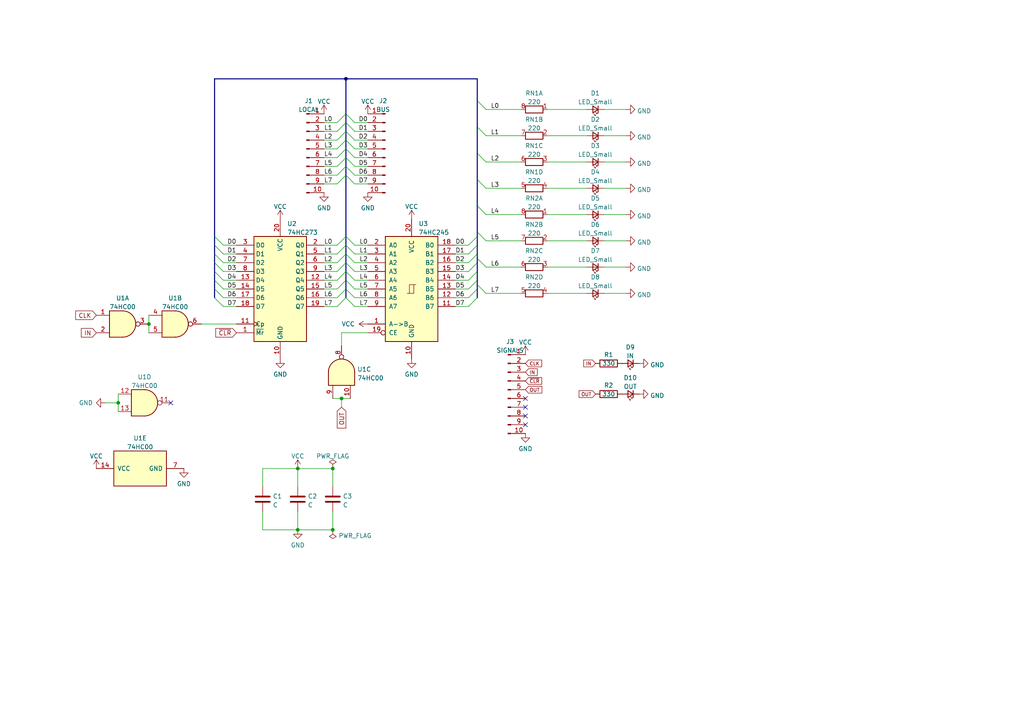
<source format=kicad_sch>
(kicad_sch
	(version 20231120)
	(generator "eeschema")
	(generator_version "8.0")
	(uuid "777ff4be-2502-41af-9a9e-8ac80729c111")
	(paper "A4")
	(lib_symbols
		(symbol "74xx:74HC00"
			(pin_names
				(offset 1.016)
			)
			(exclude_from_sim no)
			(in_bom yes)
			(on_board yes)
			(property "Reference" "U"
				(at 0 1.27 0)
				(effects
					(font
						(size 1.27 1.27)
					)
				)
			)
			(property "Value" "74HC00"
				(at 0 -1.27 0)
				(effects
					(font
						(size 1.27 1.27)
					)
				)
			)
			(property "Footprint" ""
				(at 0 0 0)
				(effects
					(font
						(size 1.27 1.27)
					)
					(hide yes)
				)
			)
			(property "Datasheet" "http://www.ti.com/lit/gpn/sn74hc00"
				(at 0 0 0)
				(effects
					(font
						(size 1.27 1.27)
					)
					(hide yes)
				)
			)
			(property "Description" "quad 2-input NAND gate"
				(at 0 0 0)
				(effects
					(font
						(size 1.27 1.27)
					)
					(hide yes)
				)
			)
			(property "ki_locked" ""
				(at 0 0 0)
				(effects
					(font
						(size 1.27 1.27)
					)
				)
			)
			(property "ki_keywords" "HCMOS nand 2-input"
				(at 0 0 0)
				(effects
					(font
						(size 1.27 1.27)
					)
					(hide yes)
				)
			)
			(property "ki_fp_filters" "DIP*W7.62mm* SO14*"
				(at 0 0 0)
				(effects
					(font
						(size 1.27 1.27)
					)
					(hide yes)
				)
			)
			(symbol "74HC00_1_1"
				(arc
					(start 0 -3.81)
					(mid 3.7934 0)
					(end 0 3.81)
					(stroke
						(width 0.254)
						(type default)
					)
					(fill
						(type background)
					)
				)
				(polyline
					(pts
						(xy 0 3.81) (xy -3.81 3.81) (xy -3.81 -3.81) (xy 0 -3.81)
					)
					(stroke
						(width 0.254)
						(type default)
					)
					(fill
						(type background)
					)
				)
				(pin input line
					(at -7.62 2.54 0)
					(length 3.81)
					(name "~"
						(effects
							(font
								(size 1.27 1.27)
							)
						)
					)
					(number "1"
						(effects
							(font
								(size 1.27 1.27)
							)
						)
					)
				)
				(pin input line
					(at -7.62 -2.54 0)
					(length 3.81)
					(name "~"
						(effects
							(font
								(size 1.27 1.27)
							)
						)
					)
					(number "2"
						(effects
							(font
								(size 1.27 1.27)
							)
						)
					)
				)
				(pin output inverted
					(at 7.62 0 180)
					(length 3.81)
					(name "~"
						(effects
							(font
								(size 1.27 1.27)
							)
						)
					)
					(number "3"
						(effects
							(font
								(size 1.27 1.27)
							)
						)
					)
				)
			)
			(symbol "74HC00_1_2"
				(arc
					(start -3.81 -3.81)
					(mid -2.589 0)
					(end -3.81 3.81)
					(stroke
						(width 0.254)
						(type default)
					)
					(fill
						(type none)
					)
				)
				(arc
					(start -0.6096 -3.81)
					(mid 2.1842 -2.5851)
					(end 3.81 0)
					(stroke
						(width 0.254)
						(type default)
					)
					(fill
						(type background)
					)
				)
				(polyline
					(pts
						(xy -3.81 -3.81) (xy -0.635 -3.81)
					)
					(stroke
						(width 0.254)
						(type default)
					)
					(fill
						(type background)
					)
				)
				(polyline
					(pts
						(xy -3.81 3.81) (xy -0.635 3.81)
					)
					(stroke
						(width 0.254)
						(type default)
					)
					(fill
						(type background)
					)
				)
				(polyline
					(pts
						(xy -0.635 3.81) (xy -3.81 3.81) (xy -3.81 3.81) (xy -3.556 3.4036) (xy -3.0226 2.2606) (xy -2.6924 1.0414)
						(xy -2.6162 -0.254) (xy -2.7686 -1.4986) (xy -3.175 -2.7178) (xy -3.81 -3.81) (xy -3.81 -3.81)
						(xy -0.635 -3.81)
					)
					(stroke
						(width -25.4)
						(type default)
					)
					(fill
						(type background)
					)
				)
				(arc
					(start 3.81 0)
					(mid 2.1915 2.5936)
					(end -0.6096 3.81)
					(stroke
						(width 0.254)
						(type default)
					)
					(fill
						(type background)
					)
				)
				(pin input inverted
					(at -7.62 2.54 0)
					(length 4.318)
					(name "~"
						(effects
							(font
								(size 1.27 1.27)
							)
						)
					)
					(number "1"
						(effects
							(font
								(size 1.27 1.27)
							)
						)
					)
				)
				(pin input inverted
					(at -7.62 -2.54 0)
					(length 4.318)
					(name "~"
						(effects
							(font
								(size 1.27 1.27)
							)
						)
					)
					(number "2"
						(effects
							(font
								(size 1.27 1.27)
							)
						)
					)
				)
				(pin output line
					(at 7.62 0 180)
					(length 3.81)
					(name "~"
						(effects
							(font
								(size 1.27 1.27)
							)
						)
					)
					(number "3"
						(effects
							(font
								(size 1.27 1.27)
							)
						)
					)
				)
			)
			(symbol "74HC00_2_1"
				(arc
					(start 0 -3.81)
					(mid 3.7934 0)
					(end 0 3.81)
					(stroke
						(width 0.254)
						(type default)
					)
					(fill
						(type background)
					)
				)
				(polyline
					(pts
						(xy 0 3.81) (xy -3.81 3.81) (xy -3.81 -3.81) (xy 0 -3.81)
					)
					(stroke
						(width 0.254)
						(type default)
					)
					(fill
						(type background)
					)
				)
				(pin input line
					(at -7.62 2.54 0)
					(length 3.81)
					(name "~"
						(effects
							(font
								(size 1.27 1.27)
							)
						)
					)
					(number "4"
						(effects
							(font
								(size 1.27 1.27)
							)
						)
					)
				)
				(pin input line
					(at -7.62 -2.54 0)
					(length 3.81)
					(name "~"
						(effects
							(font
								(size 1.27 1.27)
							)
						)
					)
					(number "5"
						(effects
							(font
								(size 1.27 1.27)
							)
						)
					)
				)
				(pin output inverted
					(at 7.62 0 180)
					(length 3.81)
					(name "~"
						(effects
							(font
								(size 1.27 1.27)
							)
						)
					)
					(number "6"
						(effects
							(font
								(size 1.27 1.27)
							)
						)
					)
				)
			)
			(symbol "74HC00_2_2"
				(arc
					(start -3.81 -3.81)
					(mid -2.589 0)
					(end -3.81 3.81)
					(stroke
						(width 0.254)
						(type default)
					)
					(fill
						(type none)
					)
				)
				(arc
					(start -0.6096 -3.81)
					(mid 2.1842 -2.5851)
					(end 3.81 0)
					(stroke
						(width 0.254)
						(type default)
					)
					(fill
						(type background)
					)
				)
				(polyline
					(pts
						(xy -3.81 -3.81) (xy -0.635 -3.81)
					)
					(stroke
						(width 0.254)
						(type default)
					)
					(fill
						(type background)
					)
				)
				(polyline
					(pts
						(xy -3.81 3.81) (xy -0.635 3.81)
					)
					(stroke
						(width 0.254)
						(type default)
					)
					(fill
						(type background)
					)
				)
				(polyline
					(pts
						(xy -0.635 3.81) (xy -3.81 3.81) (xy -3.81 3.81) (xy -3.556 3.4036) (xy -3.0226 2.2606) (xy -2.6924 1.0414)
						(xy -2.6162 -0.254) (xy -2.7686 -1.4986) (xy -3.175 -2.7178) (xy -3.81 -3.81) (xy -3.81 -3.81)
						(xy -0.635 -3.81)
					)
					(stroke
						(width -25.4)
						(type default)
					)
					(fill
						(type background)
					)
				)
				(arc
					(start 3.81 0)
					(mid 2.1915 2.5936)
					(end -0.6096 3.81)
					(stroke
						(width 0.254)
						(type default)
					)
					(fill
						(type background)
					)
				)
				(pin input inverted
					(at -7.62 2.54 0)
					(length 4.318)
					(name "~"
						(effects
							(font
								(size 1.27 1.27)
							)
						)
					)
					(number "4"
						(effects
							(font
								(size 1.27 1.27)
							)
						)
					)
				)
				(pin input inverted
					(at -7.62 -2.54 0)
					(length 4.318)
					(name "~"
						(effects
							(font
								(size 1.27 1.27)
							)
						)
					)
					(number "5"
						(effects
							(font
								(size 1.27 1.27)
							)
						)
					)
				)
				(pin output line
					(at 7.62 0 180)
					(length 3.81)
					(name "~"
						(effects
							(font
								(size 1.27 1.27)
							)
						)
					)
					(number "6"
						(effects
							(font
								(size 1.27 1.27)
							)
						)
					)
				)
			)
			(symbol "74HC00_3_1"
				(arc
					(start 0 -3.81)
					(mid 3.7934 0)
					(end 0 3.81)
					(stroke
						(width 0.254)
						(type default)
					)
					(fill
						(type background)
					)
				)
				(polyline
					(pts
						(xy 0 3.81) (xy -3.81 3.81) (xy -3.81 -3.81) (xy 0 -3.81)
					)
					(stroke
						(width 0.254)
						(type default)
					)
					(fill
						(type background)
					)
				)
				(pin input line
					(at -7.62 -2.54 0)
					(length 3.81)
					(name "~"
						(effects
							(font
								(size 1.27 1.27)
							)
						)
					)
					(number "10"
						(effects
							(font
								(size 1.27 1.27)
							)
						)
					)
				)
				(pin output inverted
					(at 7.62 0 180)
					(length 3.81)
					(name "~"
						(effects
							(font
								(size 1.27 1.27)
							)
						)
					)
					(number "8"
						(effects
							(font
								(size 1.27 1.27)
							)
						)
					)
				)
				(pin input line
					(at -7.62 2.54 0)
					(length 3.81)
					(name "~"
						(effects
							(font
								(size 1.27 1.27)
							)
						)
					)
					(number "9"
						(effects
							(font
								(size 1.27 1.27)
							)
						)
					)
				)
			)
			(symbol "74HC00_3_2"
				(arc
					(start -3.81 -3.81)
					(mid -2.589 0)
					(end -3.81 3.81)
					(stroke
						(width 0.254)
						(type default)
					)
					(fill
						(type none)
					)
				)
				(arc
					(start -0.6096 -3.81)
					(mid 2.1842 -2.5851)
					(end 3.81 0)
					(stroke
						(width 0.254)
						(type default)
					)
					(fill
						(type background)
					)
				)
				(polyline
					(pts
						(xy -3.81 -3.81) (xy -0.635 -3.81)
					)
					(stroke
						(width 0.254)
						(type default)
					)
					(fill
						(type background)
					)
				)
				(polyline
					(pts
						(xy -3.81 3.81) (xy -0.635 3.81)
					)
					(stroke
						(width 0.254)
						(type default)
					)
					(fill
						(type background)
					)
				)
				(polyline
					(pts
						(xy -0.635 3.81) (xy -3.81 3.81) (xy -3.81 3.81) (xy -3.556 3.4036) (xy -3.0226 2.2606) (xy -2.6924 1.0414)
						(xy -2.6162 -0.254) (xy -2.7686 -1.4986) (xy -3.175 -2.7178) (xy -3.81 -3.81) (xy -3.81 -3.81)
						(xy -0.635 -3.81)
					)
					(stroke
						(width -25.4)
						(type default)
					)
					(fill
						(type background)
					)
				)
				(arc
					(start 3.81 0)
					(mid 2.1915 2.5936)
					(end -0.6096 3.81)
					(stroke
						(width 0.254)
						(type default)
					)
					(fill
						(type background)
					)
				)
				(pin input inverted
					(at -7.62 -2.54 0)
					(length 4.318)
					(name "~"
						(effects
							(font
								(size 1.27 1.27)
							)
						)
					)
					(number "10"
						(effects
							(font
								(size 1.27 1.27)
							)
						)
					)
				)
				(pin output line
					(at 7.62 0 180)
					(length 3.81)
					(name "~"
						(effects
							(font
								(size 1.27 1.27)
							)
						)
					)
					(number "8"
						(effects
							(font
								(size 1.27 1.27)
							)
						)
					)
				)
				(pin input inverted
					(at -7.62 2.54 0)
					(length 4.318)
					(name "~"
						(effects
							(font
								(size 1.27 1.27)
							)
						)
					)
					(number "9"
						(effects
							(font
								(size 1.27 1.27)
							)
						)
					)
				)
			)
			(symbol "74HC00_4_1"
				(arc
					(start 0 -3.81)
					(mid 3.7934 0)
					(end 0 3.81)
					(stroke
						(width 0.254)
						(type default)
					)
					(fill
						(type background)
					)
				)
				(polyline
					(pts
						(xy 0 3.81) (xy -3.81 3.81) (xy -3.81 -3.81) (xy 0 -3.81)
					)
					(stroke
						(width 0.254)
						(type default)
					)
					(fill
						(type background)
					)
				)
				(pin output inverted
					(at 7.62 0 180)
					(length 3.81)
					(name "~"
						(effects
							(font
								(size 1.27 1.27)
							)
						)
					)
					(number "11"
						(effects
							(font
								(size 1.27 1.27)
							)
						)
					)
				)
				(pin input line
					(at -7.62 2.54 0)
					(length 3.81)
					(name "~"
						(effects
							(font
								(size 1.27 1.27)
							)
						)
					)
					(number "12"
						(effects
							(font
								(size 1.27 1.27)
							)
						)
					)
				)
				(pin input line
					(at -7.62 -2.54 0)
					(length 3.81)
					(name "~"
						(effects
							(font
								(size 1.27 1.27)
							)
						)
					)
					(number "13"
						(effects
							(font
								(size 1.27 1.27)
							)
						)
					)
				)
			)
			(symbol "74HC00_4_2"
				(arc
					(start -3.81 -3.81)
					(mid -2.589 0)
					(end -3.81 3.81)
					(stroke
						(width 0.254)
						(type default)
					)
					(fill
						(type none)
					)
				)
				(arc
					(start -0.6096 -3.81)
					(mid 2.1842 -2.5851)
					(end 3.81 0)
					(stroke
						(width 0.254)
						(type default)
					)
					(fill
						(type background)
					)
				)
				(polyline
					(pts
						(xy -3.81 -3.81) (xy -0.635 -3.81)
					)
					(stroke
						(width 0.254)
						(type default)
					)
					(fill
						(type background)
					)
				)
				(polyline
					(pts
						(xy -3.81 3.81) (xy -0.635 3.81)
					)
					(stroke
						(width 0.254)
						(type default)
					)
					(fill
						(type background)
					)
				)
				(polyline
					(pts
						(xy -0.635 3.81) (xy -3.81 3.81) (xy -3.81 3.81) (xy -3.556 3.4036) (xy -3.0226 2.2606) (xy -2.6924 1.0414)
						(xy -2.6162 -0.254) (xy -2.7686 -1.4986) (xy -3.175 -2.7178) (xy -3.81 -3.81) (xy -3.81 -3.81)
						(xy -0.635 -3.81)
					)
					(stroke
						(width -25.4)
						(type default)
					)
					(fill
						(type background)
					)
				)
				(arc
					(start 3.81 0)
					(mid 2.1915 2.5936)
					(end -0.6096 3.81)
					(stroke
						(width 0.254)
						(type default)
					)
					(fill
						(type background)
					)
				)
				(pin output line
					(at 7.62 0 180)
					(length 3.81)
					(name "~"
						(effects
							(font
								(size 1.27 1.27)
							)
						)
					)
					(number "11"
						(effects
							(font
								(size 1.27 1.27)
							)
						)
					)
				)
				(pin input inverted
					(at -7.62 2.54 0)
					(length 4.318)
					(name "~"
						(effects
							(font
								(size 1.27 1.27)
							)
						)
					)
					(number "12"
						(effects
							(font
								(size 1.27 1.27)
							)
						)
					)
				)
				(pin input inverted
					(at -7.62 -2.54 0)
					(length 4.318)
					(name "~"
						(effects
							(font
								(size 1.27 1.27)
							)
						)
					)
					(number "13"
						(effects
							(font
								(size 1.27 1.27)
							)
						)
					)
				)
			)
			(symbol "74HC00_5_0"
				(pin power_in line
					(at 0 12.7 270)
					(length 5.08)
					(name "VCC"
						(effects
							(font
								(size 1.27 1.27)
							)
						)
					)
					(number "14"
						(effects
							(font
								(size 1.27 1.27)
							)
						)
					)
				)
				(pin power_in line
					(at 0 -12.7 90)
					(length 5.08)
					(name "GND"
						(effects
							(font
								(size 1.27 1.27)
							)
						)
					)
					(number "7"
						(effects
							(font
								(size 1.27 1.27)
							)
						)
					)
				)
			)
			(symbol "74HC00_5_1"
				(rectangle
					(start -5.08 7.62)
					(end 5.08 -7.62)
					(stroke
						(width 0.254)
						(type default)
					)
					(fill
						(type background)
					)
				)
			)
		)
		(symbol "74xx:74HC245"
			(pin_names
				(offset 1.016)
			)
			(exclude_from_sim no)
			(in_bom yes)
			(on_board yes)
			(property "Reference" "U"
				(at -7.62 16.51 0)
				(effects
					(font
						(size 1.27 1.27)
					)
				)
			)
			(property "Value" "74HC245"
				(at -7.62 -16.51 0)
				(effects
					(font
						(size 1.27 1.27)
					)
				)
			)
			(property "Footprint" ""
				(at 0 0 0)
				(effects
					(font
						(size 1.27 1.27)
					)
					(hide yes)
				)
			)
			(property "Datasheet" "http://www.ti.com/lit/gpn/sn74HC245"
				(at 0 0 0)
				(effects
					(font
						(size 1.27 1.27)
					)
					(hide yes)
				)
			)
			(property "Description" "Octal BUS Transceivers, 3-State outputs"
				(at 0 0 0)
				(effects
					(font
						(size 1.27 1.27)
					)
					(hide yes)
				)
			)
			(property "ki_locked" ""
				(at 0 0 0)
				(effects
					(font
						(size 1.27 1.27)
					)
				)
			)
			(property "ki_keywords" "HCMOS BUS 3State"
				(at 0 0 0)
				(effects
					(font
						(size 1.27 1.27)
					)
					(hide yes)
				)
			)
			(property "ki_fp_filters" "DIP?20*"
				(at 0 0 0)
				(effects
					(font
						(size 1.27 1.27)
					)
					(hide yes)
				)
			)
			(symbol "74HC245_1_0"
				(polyline
					(pts
						(xy -0.635 -1.27) (xy -0.635 1.27) (xy 0.635 1.27)
					)
					(stroke
						(width 0)
						(type default)
					)
					(fill
						(type none)
					)
				)
				(polyline
					(pts
						(xy -1.27 -1.27) (xy 0.635 -1.27) (xy 0.635 1.27) (xy 1.27 1.27)
					)
					(stroke
						(width 0)
						(type default)
					)
					(fill
						(type none)
					)
				)
				(pin input line
					(at -12.7 -10.16 0)
					(length 5.08)
					(name "A->B"
						(effects
							(font
								(size 1.27 1.27)
							)
						)
					)
					(number "1"
						(effects
							(font
								(size 1.27 1.27)
							)
						)
					)
				)
				(pin power_in line
					(at 0 -20.32 90)
					(length 5.08)
					(name "GND"
						(effects
							(font
								(size 1.27 1.27)
							)
						)
					)
					(number "10"
						(effects
							(font
								(size 1.27 1.27)
							)
						)
					)
				)
				(pin tri_state line
					(at 12.7 -5.08 180)
					(length 5.08)
					(name "B7"
						(effects
							(font
								(size 1.27 1.27)
							)
						)
					)
					(number "11"
						(effects
							(font
								(size 1.27 1.27)
							)
						)
					)
				)
				(pin tri_state line
					(at 12.7 -2.54 180)
					(length 5.08)
					(name "B6"
						(effects
							(font
								(size 1.27 1.27)
							)
						)
					)
					(number "12"
						(effects
							(font
								(size 1.27 1.27)
							)
						)
					)
				)
				(pin tri_state line
					(at 12.7 0 180)
					(length 5.08)
					(name "B5"
						(effects
							(font
								(size 1.27 1.27)
							)
						)
					)
					(number "13"
						(effects
							(font
								(size 1.27 1.27)
							)
						)
					)
				)
				(pin tri_state line
					(at 12.7 2.54 180)
					(length 5.08)
					(name "B4"
						(effects
							(font
								(size 1.27 1.27)
							)
						)
					)
					(number "14"
						(effects
							(font
								(size 1.27 1.27)
							)
						)
					)
				)
				(pin tri_state line
					(at 12.7 5.08 180)
					(length 5.08)
					(name "B3"
						(effects
							(font
								(size 1.27 1.27)
							)
						)
					)
					(number "15"
						(effects
							(font
								(size 1.27 1.27)
							)
						)
					)
				)
				(pin tri_state line
					(at 12.7 7.62 180)
					(length 5.08)
					(name "B2"
						(effects
							(font
								(size 1.27 1.27)
							)
						)
					)
					(number "16"
						(effects
							(font
								(size 1.27 1.27)
							)
						)
					)
				)
				(pin tri_state line
					(at 12.7 10.16 180)
					(length 5.08)
					(name "B1"
						(effects
							(font
								(size 1.27 1.27)
							)
						)
					)
					(number "17"
						(effects
							(font
								(size 1.27 1.27)
							)
						)
					)
				)
				(pin tri_state line
					(at 12.7 12.7 180)
					(length 5.08)
					(name "B0"
						(effects
							(font
								(size 1.27 1.27)
							)
						)
					)
					(number "18"
						(effects
							(font
								(size 1.27 1.27)
							)
						)
					)
				)
				(pin input inverted
					(at -12.7 -12.7 0)
					(length 5.08)
					(name "CE"
						(effects
							(font
								(size 1.27 1.27)
							)
						)
					)
					(number "19"
						(effects
							(font
								(size 1.27 1.27)
							)
						)
					)
				)
				(pin tri_state line
					(at -12.7 12.7 0)
					(length 5.08)
					(name "A0"
						(effects
							(font
								(size 1.27 1.27)
							)
						)
					)
					(number "2"
						(effects
							(font
								(size 1.27 1.27)
							)
						)
					)
				)
				(pin power_in line
					(at 0 20.32 270)
					(length 5.08)
					(name "VCC"
						(effects
							(font
								(size 1.27 1.27)
							)
						)
					)
					(number "20"
						(effects
							(font
								(size 1.27 1.27)
							)
						)
					)
				)
				(pin tri_state line
					(at -12.7 10.16 0)
					(length 5.08)
					(name "A1"
						(effects
							(font
								(size 1.27 1.27)
							)
						)
					)
					(number "3"
						(effects
							(font
								(size 1.27 1.27)
							)
						)
					)
				)
				(pin tri_state line
					(at -12.7 7.62 0)
					(length 5.08)
					(name "A2"
						(effects
							(font
								(size 1.27 1.27)
							)
						)
					)
					(number "4"
						(effects
							(font
								(size 1.27 1.27)
							)
						)
					)
				)
				(pin tri_state line
					(at -12.7 5.08 0)
					(length 5.08)
					(name "A3"
						(effects
							(font
								(size 1.27 1.27)
							)
						)
					)
					(number "5"
						(effects
							(font
								(size 1.27 1.27)
							)
						)
					)
				)
				(pin tri_state line
					(at -12.7 2.54 0)
					(length 5.08)
					(name "A4"
						(effects
							(font
								(size 1.27 1.27)
							)
						)
					)
					(number "6"
						(effects
							(font
								(size 1.27 1.27)
							)
						)
					)
				)
				(pin tri_state line
					(at -12.7 0 0)
					(length 5.08)
					(name "A5"
						(effects
							(font
								(size 1.27 1.27)
							)
						)
					)
					(number "7"
						(effects
							(font
								(size 1.27 1.27)
							)
						)
					)
				)
				(pin tri_state line
					(at -12.7 -2.54 0)
					(length 5.08)
					(name "A6"
						(effects
							(font
								(size 1.27 1.27)
							)
						)
					)
					(number "8"
						(effects
							(font
								(size 1.27 1.27)
							)
						)
					)
				)
				(pin tri_state line
					(at -12.7 -5.08 0)
					(length 5.08)
					(name "A7"
						(effects
							(font
								(size 1.27 1.27)
							)
						)
					)
					(number "9"
						(effects
							(font
								(size 1.27 1.27)
							)
						)
					)
				)
			)
			(symbol "74HC245_1_1"
				(rectangle
					(start -7.62 15.24)
					(end 7.62 -15.24)
					(stroke
						(width 0.254)
						(type default)
					)
					(fill
						(type background)
					)
				)
			)
		)
		(symbol "74xx:74HC273"
			(exclude_from_sim no)
			(in_bom yes)
			(on_board yes)
			(property "Reference" "U"
				(at -7.62 16.51 0)
				(effects
					(font
						(size 1.27 1.27)
					)
				)
			)
			(property "Value" "74HC273"
				(at -7.62 -16.51 0)
				(effects
					(font
						(size 1.27 1.27)
					)
				)
			)
			(property "Footprint" ""
				(at 0 0 0)
				(effects
					(font
						(size 1.27 1.27)
					)
					(hide yes)
				)
			)
			(property "Datasheet" "https://assets.nexperia.com/documents/data-sheet/74HC_HCT273.pdf"
				(at 0 0 0)
				(effects
					(font
						(size 1.27 1.27)
					)
					(hide yes)
				)
			)
			(property "Description" "8-bit D Flip-Flop, reset"
				(at 0 0 0)
				(effects
					(font
						(size 1.27 1.27)
					)
					(hide yes)
				)
			)
			(property "ki_keywords" "HCMOS DFF DFF8"
				(at 0 0 0)
				(effects
					(font
						(size 1.27 1.27)
					)
					(hide yes)
				)
			)
			(property "ki_fp_filters" "DIP?20* SO?20* SOIC?20*"
				(at 0 0 0)
				(effects
					(font
						(size 1.27 1.27)
					)
					(hide yes)
				)
			)
			(symbol "74HC273_1_0"
				(pin input line
					(at -12.7 -12.7 0)
					(length 5.08)
					(name "~{Mr}"
						(effects
							(font
								(size 1.27 1.27)
							)
						)
					)
					(number "1"
						(effects
							(font
								(size 1.27 1.27)
							)
						)
					)
				)
				(pin power_in line
					(at 0 -20.32 90)
					(length 5.08)
					(name "GND"
						(effects
							(font
								(size 1.27 1.27)
							)
						)
					)
					(number "10"
						(effects
							(font
								(size 1.27 1.27)
							)
						)
					)
				)
				(pin input clock
					(at -12.7 -10.16 0)
					(length 5.08)
					(name "Cp"
						(effects
							(font
								(size 1.27 1.27)
							)
						)
					)
					(number "11"
						(effects
							(font
								(size 1.27 1.27)
							)
						)
					)
				)
				(pin output line
					(at 12.7 2.54 180)
					(length 5.08)
					(name "Q4"
						(effects
							(font
								(size 1.27 1.27)
							)
						)
					)
					(number "12"
						(effects
							(font
								(size 1.27 1.27)
							)
						)
					)
				)
				(pin input line
					(at -12.7 2.54 0)
					(length 5.08)
					(name "D4"
						(effects
							(font
								(size 1.27 1.27)
							)
						)
					)
					(number "13"
						(effects
							(font
								(size 1.27 1.27)
							)
						)
					)
				)
				(pin input line
					(at -12.7 0 0)
					(length 5.08)
					(name "D5"
						(effects
							(font
								(size 1.27 1.27)
							)
						)
					)
					(number "14"
						(effects
							(font
								(size 1.27 1.27)
							)
						)
					)
				)
				(pin output line
					(at 12.7 0 180)
					(length 5.08)
					(name "Q5"
						(effects
							(font
								(size 1.27 1.27)
							)
						)
					)
					(number "15"
						(effects
							(font
								(size 1.27 1.27)
							)
						)
					)
				)
				(pin output line
					(at 12.7 -2.54 180)
					(length 5.08)
					(name "Q6"
						(effects
							(font
								(size 1.27 1.27)
							)
						)
					)
					(number "16"
						(effects
							(font
								(size 1.27 1.27)
							)
						)
					)
				)
				(pin input line
					(at -12.7 -2.54 0)
					(length 5.08)
					(name "D6"
						(effects
							(font
								(size 1.27 1.27)
							)
						)
					)
					(number "17"
						(effects
							(font
								(size 1.27 1.27)
							)
						)
					)
				)
				(pin input line
					(at -12.7 -5.08 0)
					(length 5.08)
					(name "D7"
						(effects
							(font
								(size 1.27 1.27)
							)
						)
					)
					(number "18"
						(effects
							(font
								(size 1.27 1.27)
							)
						)
					)
				)
				(pin output line
					(at 12.7 -5.08 180)
					(length 5.08)
					(name "Q7"
						(effects
							(font
								(size 1.27 1.27)
							)
						)
					)
					(number "19"
						(effects
							(font
								(size 1.27 1.27)
							)
						)
					)
				)
				(pin output line
					(at 12.7 12.7 180)
					(length 5.08)
					(name "Q0"
						(effects
							(font
								(size 1.27 1.27)
							)
						)
					)
					(number "2"
						(effects
							(font
								(size 1.27 1.27)
							)
						)
					)
				)
				(pin power_in line
					(at 0 20.32 270)
					(length 5.08)
					(name "VCC"
						(effects
							(font
								(size 1.27 1.27)
							)
						)
					)
					(number "20"
						(effects
							(font
								(size 1.27 1.27)
							)
						)
					)
				)
				(pin input line
					(at -12.7 12.7 0)
					(length 5.08)
					(name "D0"
						(effects
							(font
								(size 1.27 1.27)
							)
						)
					)
					(number "3"
						(effects
							(font
								(size 1.27 1.27)
							)
						)
					)
				)
				(pin input line
					(at -12.7 10.16 0)
					(length 5.08)
					(name "D1"
						(effects
							(font
								(size 1.27 1.27)
							)
						)
					)
					(number "4"
						(effects
							(font
								(size 1.27 1.27)
							)
						)
					)
				)
				(pin output line
					(at 12.7 10.16 180)
					(length 5.08)
					(name "Q1"
						(effects
							(font
								(size 1.27 1.27)
							)
						)
					)
					(number "5"
						(effects
							(font
								(size 1.27 1.27)
							)
						)
					)
				)
				(pin output line
					(at 12.7 7.62 180)
					(length 5.08)
					(name "Q2"
						(effects
							(font
								(size 1.27 1.27)
							)
						)
					)
					(number "6"
						(effects
							(font
								(size 1.27 1.27)
							)
						)
					)
				)
				(pin input line
					(at -12.7 7.62 0)
					(length 5.08)
					(name "D2"
						(effects
							(font
								(size 1.27 1.27)
							)
						)
					)
					(number "7"
						(effects
							(font
								(size 1.27 1.27)
							)
						)
					)
				)
				(pin input line
					(at -12.7 5.08 0)
					(length 5.08)
					(name "D3"
						(effects
							(font
								(size 1.27 1.27)
							)
						)
					)
					(number "8"
						(effects
							(font
								(size 1.27 1.27)
							)
						)
					)
				)
				(pin output line
					(at 12.7 5.08 180)
					(length 5.08)
					(name "Q3"
						(effects
							(font
								(size 1.27 1.27)
							)
						)
					)
					(number "9"
						(effects
							(font
								(size 1.27 1.27)
							)
						)
					)
				)
			)
			(symbol "74HC273_1_1"
				(rectangle
					(start -7.62 15.24)
					(end 7.62 -15.24)
					(stroke
						(width 0.254)
						(type default)
					)
					(fill
						(type background)
					)
				)
			)
		)
		(symbol "Connector:Conn_01x10_Male"
			(pin_names
				(offset 1.016) hide)
			(exclude_from_sim no)
			(in_bom yes)
			(on_board yes)
			(property "Reference" "J"
				(at 0 12.7 0)
				(effects
					(font
						(size 1.27 1.27)
					)
				)
			)
			(property "Value" "Conn_01x10_Male"
				(at 0 -15.24 0)
				(effects
					(font
						(size 1.27 1.27)
					)
				)
			)
			(property "Footprint" ""
				(at 0 0 0)
				(effects
					(font
						(size 1.27 1.27)
					)
					(hide yes)
				)
			)
			(property "Datasheet" "~"
				(at 0 0 0)
				(effects
					(font
						(size 1.27 1.27)
					)
					(hide yes)
				)
			)
			(property "Description" "Generic connector, single row, 01x10, script generated (kicad-library-utils/schlib/autogen/connector/)"
				(at 0 0 0)
				(effects
					(font
						(size 1.27 1.27)
					)
					(hide yes)
				)
			)
			(property "ki_keywords" "connector"
				(at 0 0 0)
				(effects
					(font
						(size 1.27 1.27)
					)
					(hide yes)
				)
			)
			(property "ki_fp_filters" "Connector*:*_1x??_*"
				(at 0 0 0)
				(effects
					(font
						(size 1.27 1.27)
					)
					(hide yes)
				)
			)
			(symbol "Conn_01x10_Male_1_1"
				(polyline
					(pts
						(xy 1.27 -12.7) (xy 0.8636 -12.7)
					)
					(stroke
						(width 0.1524)
						(type default)
					)
					(fill
						(type none)
					)
				)
				(polyline
					(pts
						(xy 1.27 -10.16) (xy 0.8636 -10.16)
					)
					(stroke
						(width 0.1524)
						(type default)
					)
					(fill
						(type none)
					)
				)
				(polyline
					(pts
						(xy 1.27 -7.62) (xy 0.8636 -7.62)
					)
					(stroke
						(width 0.1524)
						(type default)
					)
					(fill
						(type none)
					)
				)
				(polyline
					(pts
						(xy 1.27 -5.08) (xy 0.8636 -5.08)
					)
					(stroke
						(width 0.1524)
						(type default)
					)
					(fill
						(type none)
					)
				)
				(polyline
					(pts
						(xy 1.27 -2.54) (xy 0.8636 -2.54)
					)
					(stroke
						(width 0.1524)
						(type default)
					)
					(fill
						(type none)
					)
				)
				(polyline
					(pts
						(xy 1.27 0) (xy 0.8636 0)
					)
					(stroke
						(width 0.1524)
						(type default)
					)
					(fill
						(type none)
					)
				)
				(polyline
					(pts
						(xy 1.27 2.54) (xy 0.8636 2.54)
					)
					(stroke
						(width 0.1524)
						(type default)
					)
					(fill
						(type none)
					)
				)
				(polyline
					(pts
						(xy 1.27 5.08) (xy 0.8636 5.08)
					)
					(stroke
						(width 0.1524)
						(type default)
					)
					(fill
						(type none)
					)
				)
				(polyline
					(pts
						(xy 1.27 7.62) (xy 0.8636 7.62)
					)
					(stroke
						(width 0.1524)
						(type default)
					)
					(fill
						(type none)
					)
				)
				(polyline
					(pts
						(xy 1.27 10.16) (xy 0.8636 10.16)
					)
					(stroke
						(width 0.1524)
						(type default)
					)
					(fill
						(type none)
					)
				)
				(rectangle
					(start 0.8636 -12.573)
					(end 0 -12.827)
					(stroke
						(width 0.1524)
						(type default)
					)
					(fill
						(type outline)
					)
				)
				(rectangle
					(start 0.8636 -10.033)
					(end 0 -10.287)
					(stroke
						(width 0.1524)
						(type default)
					)
					(fill
						(type outline)
					)
				)
				(rectangle
					(start 0.8636 -7.493)
					(end 0 -7.747)
					(stroke
						(width 0.1524)
						(type default)
					)
					(fill
						(type outline)
					)
				)
				(rectangle
					(start 0.8636 -4.953)
					(end 0 -5.207)
					(stroke
						(width 0.1524)
						(type default)
					)
					(fill
						(type outline)
					)
				)
				(rectangle
					(start 0.8636 -2.413)
					(end 0 -2.667)
					(stroke
						(width 0.1524)
						(type default)
					)
					(fill
						(type outline)
					)
				)
				(rectangle
					(start 0.8636 0.127)
					(end 0 -0.127)
					(stroke
						(width 0.1524)
						(type default)
					)
					(fill
						(type outline)
					)
				)
				(rectangle
					(start 0.8636 2.667)
					(end 0 2.413)
					(stroke
						(width 0.1524)
						(type default)
					)
					(fill
						(type outline)
					)
				)
				(rectangle
					(start 0.8636 5.207)
					(end 0 4.953)
					(stroke
						(width 0.1524)
						(type default)
					)
					(fill
						(type outline)
					)
				)
				(rectangle
					(start 0.8636 7.747)
					(end 0 7.493)
					(stroke
						(width 0.1524)
						(type default)
					)
					(fill
						(type outline)
					)
				)
				(rectangle
					(start 0.8636 10.287)
					(end 0 10.033)
					(stroke
						(width 0.1524)
						(type default)
					)
					(fill
						(type outline)
					)
				)
				(pin passive line
					(at 5.08 10.16 180)
					(length 3.81)
					(name "Pin_1"
						(effects
							(font
								(size 1.27 1.27)
							)
						)
					)
					(number "1"
						(effects
							(font
								(size 1.27 1.27)
							)
						)
					)
				)
				(pin passive line
					(at 5.08 -12.7 180)
					(length 3.81)
					(name "Pin_10"
						(effects
							(font
								(size 1.27 1.27)
							)
						)
					)
					(number "10"
						(effects
							(font
								(size 1.27 1.27)
							)
						)
					)
				)
				(pin passive line
					(at 5.08 7.62 180)
					(length 3.81)
					(name "Pin_2"
						(effects
							(font
								(size 1.27 1.27)
							)
						)
					)
					(number "2"
						(effects
							(font
								(size 1.27 1.27)
							)
						)
					)
				)
				(pin passive line
					(at 5.08 5.08 180)
					(length 3.81)
					(name "Pin_3"
						(effects
							(font
								(size 1.27 1.27)
							)
						)
					)
					(number "3"
						(effects
							(font
								(size 1.27 1.27)
							)
						)
					)
				)
				(pin passive line
					(at 5.08 2.54 180)
					(length 3.81)
					(name "Pin_4"
						(effects
							(font
								(size 1.27 1.27)
							)
						)
					)
					(number "4"
						(effects
							(font
								(size 1.27 1.27)
							)
						)
					)
				)
				(pin passive line
					(at 5.08 0 180)
					(length 3.81)
					(name "Pin_5"
						(effects
							(font
								(size 1.27 1.27)
							)
						)
					)
					(number "5"
						(effects
							(font
								(size 1.27 1.27)
							)
						)
					)
				)
				(pin passive line
					(at 5.08 -2.54 180)
					(length 3.81)
					(name "Pin_6"
						(effects
							(font
								(size 1.27 1.27)
							)
						)
					)
					(number "6"
						(effects
							(font
								(size 1.27 1.27)
							)
						)
					)
				)
				(pin passive line
					(at 5.08 -5.08 180)
					(length 3.81)
					(name "Pin_7"
						(effects
							(font
								(size 1.27 1.27)
							)
						)
					)
					(number "7"
						(effects
							(font
								(size 1.27 1.27)
							)
						)
					)
				)
				(pin passive line
					(at 5.08 -7.62 180)
					(length 3.81)
					(name "Pin_8"
						(effects
							(font
								(size 1.27 1.27)
							)
						)
					)
					(number "8"
						(effects
							(font
								(size 1.27 1.27)
							)
						)
					)
				)
				(pin passive line
					(at 5.08 -10.16 180)
					(length 3.81)
					(name "Pin_9"
						(effects
							(font
								(size 1.27 1.27)
							)
						)
					)
					(number "9"
						(effects
							(font
								(size 1.27 1.27)
							)
						)
					)
				)
			)
		)
		(symbol "Device:C"
			(pin_numbers hide)
			(pin_names
				(offset 0.254)
			)
			(exclude_from_sim no)
			(in_bom yes)
			(on_board yes)
			(property "Reference" "C"
				(at 0.635 2.54 0)
				(effects
					(font
						(size 1.27 1.27)
					)
					(justify left)
				)
			)
			(property "Value" "C"
				(at 0.635 -2.54 0)
				(effects
					(font
						(size 1.27 1.27)
					)
					(justify left)
				)
			)
			(property "Footprint" ""
				(at 0.9652 -3.81 0)
				(effects
					(font
						(size 1.27 1.27)
					)
					(hide yes)
				)
			)
			(property "Datasheet" "~"
				(at 0 0 0)
				(effects
					(font
						(size 1.27 1.27)
					)
					(hide yes)
				)
			)
			(property "Description" "Unpolarized capacitor"
				(at 0 0 0)
				(effects
					(font
						(size 1.27 1.27)
					)
					(hide yes)
				)
			)
			(property "ki_keywords" "cap capacitor"
				(at 0 0 0)
				(effects
					(font
						(size 1.27 1.27)
					)
					(hide yes)
				)
			)
			(property "ki_fp_filters" "C_*"
				(at 0 0 0)
				(effects
					(font
						(size 1.27 1.27)
					)
					(hide yes)
				)
			)
			(symbol "C_0_1"
				(polyline
					(pts
						(xy -2.032 -0.762) (xy 2.032 -0.762)
					)
					(stroke
						(width 0.508)
						(type default)
					)
					(fill
						(type none)
					)
				)
				(polyline
					(pts
						(xy -2.032 0.762) (xy 2.032 0.762)
					)
					(stroke
						(width 0.508)
						(type default)
					)
					(fill
						(type none)
					)
				)
			)
			(symbol "C_1_1"
				(pin passive line
					(at 0 3.81 270)
					(length 2.794)
					(name "~"
						(effects
							(font
								(size 1.27 1.27)
							)
						)
					)
					(number "1"
						(effects
							(font
								(size 1.27 1.27)
							)
						)
					)
				)
				(pin passive line
					(at 0 -3.81 90)
					(length 2.794)
					(name "~"
						(effects
							(font
								(size 1.27 1.27)
							)
						)
					)
					(number "2"
						(effects
							(font
								(size 1.27 1.27)
							)
						)
					)
				)
			)
		)
		(symbol "Device:LED_Small"
			(pin_numbers hide)
			(pin_names
				(offset 0.254) hide)
			(exclude_from_sim no)
			(in_bom yes)
			(on_board yes)
			(property "Reference" "D"
				(at -1.27 3.175 0)
				(effects
					(font
						(size 1.27 1.27)
					)
					(justify left)
				)
			)
			(property "Value" "LED_Small"
				(at -4.445 -2.54 0)
				(effects
					(font
						(size 1.27 1.27)
					)
					(justify left)
				)
			)
			(property "Footprint" ""
				(at 0 0 90)
				(effects
					(font
						(size 1.27 1.27)
					)
					(hide yes)
				)
			)
			(property "Datasheet" "~"
				(at 0 0 90)
				(effects
					(font
						(size 1.27 1.27)
					)
					(hide yes)
				)
			)
			(property "Description" "Light emitting diode, small symbol"
				(at 0 0 0)
				(effects
					(font
						(size 1.27 1.27)
					)
					(hide yes)
				)
			)
			(property "ki_keywords" "LED diode light-emitting-diode"
				(at 0 0 0)
				(effects
					(font
						(size 1.27 1.27)
					)
					(hide yes)
				)
			)
			(property "ki_fp_filters" "LED* LED_SMD:* LED_THT:*"
				(at 0 0 0)
				(effects
					(font
						(size 1.27 1.27)
					)
					(hide yes)
				)
			)
			(symbol "LED_Small_0_1"
				(polyline
					(pts
						(xy -0.762 -1.016) (xy -0.762 1.016)
					)
					(stroke
						(width 0.254)
						(type default)
					)
					(fill
						(type none)
					)
				)
				(polyline
					(pts
						(xy 1.016 0) (xy -0.762 0)
					)
					(stroke
						(width 0)
						(type default)
					)
					(fill
						(type none)
					)
				)
				(polyline
					(pts
						(xy 0.762 -1.016) (xy -0.762 0) (xy 0.762 1.016) (xy 0.762 -1.016)
					)
					(stroke
						(width 0.254)
						(type default)
					)
					(fill
						(type none)
					)
				)
				(polyline
					(pts
						(xy 0 0.762) (xy -0.508 1.27) (xy -0.254 1.27) (xy -0.508 1.27) (xy -0.508 1.016)
					)
					(stroke
						(width 0)
						(type default)
					)
					(fill
						(type none)
					)
				)
				(polyline
					(pts
						(xy 0.508 1.27) (xy 0 1.778) (xy 0.254 1.778) (xy 0 1.778) (xy 0 1.524)
					)
					(stroke
						(width 0)
						(type default)
					)
					(fill
						(type none)
					)
				)
			)
			(symbol "LED_Small_1_1"
				(pin passive line
					(at -2.54 0 0)
					(length 1.778)
					(name "K"
						(effects
							(font
								(size 1.27 1.27)
							)
						)
					)
					(number "1"
						(effects
							(font
								(size 1.27 1.27)
							)
						)
					)
				)
				(pin passive line
					(at 2.54 0 180)
					(length 1.778)
					(name "A"
						(effects
							(font
								(size 1.27 1.27)
							)
						)
					)
					(number "2"
						(effects
							(font
								(size 1.27 1.27)
							)
						)
					)
				)
			)
		)
		(symbol "Device:R"
			(pin_numbers hide)
			(pin_names
				(offset 0)
			)
			(exclude_from_sim no)
			(in_bom yes)
			(on_board yes)
			(property "Reference" "R"
				(at 2.032 0 90)
				(effects
					(font
						(size 1.27 1.27)
					)
				)
			)
			(property "Value" "R"
				(at 0 0 90)
				(effects
					(font
						(size 1.27 1.27)
					)
				)
			)
			(property "Footprint" ""
				(at -1.778 0 90)
				(effects
					(font
						(size 1.27 1.27)
					)
					(hide yes)
				)
			)
			(property "Datasheet" "~"
				(at 0 0 0)
				(effects
					(font
						(size 1.27 1.27)
					)
					(hide yes)
				)
			)
			(property "Description" "Resistor"
				(at 0 0 0)
				(effects
					(font
						(size 1.27 1.27)
					)
					(hide yes)
				)
			)
			(property "ki_keywords" "R res resistor"
				(at 0 0 0)
				(effects
					(font
						(size 1.27 1.27)
					)
					(hide yes)
				)
			)
			(property "ki_fp_filters" "R_*"
				(at 0 0 0)
				(effects
					(font
						(size 1.27 1.27)
					)
					(hide yes)
				)
			)
			(symbol "R_0_1"
				(rectangle
					(start -1.016 -2.54)
					(end 1.016 2.54)
					(stroke
						(width 0.254)
						(type default)
					)
					(fill
						(type none)
					)
				)
			)
			(symbol "R_1_1"
				(pin passive line
					(at 0 3.81 270)
					(length 1.27)
					(name "~"
						(effects
							(font
								(size 1.27 1.27)
							)
						)
					)
					(number "1"
						(effects
							(font
								(size 1.27 1.27)
							)
						)
					)
				)
				(pin passive line
					(at 0 -3.81 90)
					(length 1.27)
					(name "~"
						(effects
							(font
								(size 1.27 1.27)
							)
						)
					)
					(number "2"
						(effects
							(font
								(size 1.27 1.27)
							)
						)
					)
				)
			)
		)
		(symbol "Device:R_Pack04_Split"
			(pin_names
				(offset 0) hide)
			(exclude_from_sim no)
			(in_bom yes)
			(on_board yes)
			(property "Reference" "RN"
				(at 2.032 0 90)
				(effects
					(font
						(size 1.27 1.27)
					)
				)
			)
			(property "Value" "R_Pack04_Split"
				(at 0 0 90)
				(effects
					(font
						(size 1.27 1.27)
					)
				)
			)
			(property "Footprint" ""
				(at -2.032 0 90)
				(effects
					(font
						(size 1.27 1.27)
					)
					(hide yes)
				)
			)
			(property "Datasheet" "~"
				(at 0 0 0)
				(effects
					(font
						(size 1.27 1.27)
					)
					(hide yes)
				)
			)
			(property "Description" "4 resistor network, parallel topology, split"
				(at 0 0 0)
				(effects
					(font
						(size 1.27 1.27)
					)
					(hide yes)
				)
			)
			(property "ki_keywords" "R network parallel topology isolated"
				(at 0 0 0)
				(effects
					(font
						(size 1.27 1.27)
					)
					(hide yes)
				)
			)
			(property "ki_fp_filters" "DIP* SOIC* R*Array*Concave* R*Array*Convex*"
				(at 0 0 0)
				(effects
					(font
						(size 1.27 1.27)
					)
					(hide yes)
				)
			)
			(symbol "R_Pack04_Split_0_1"
				(rectangle
					(start 1.016 2.54)
					(end -1.016 -2.54)
					(stroke
						(width 0.254)
						(type default)
					)
					(fill
						(type none)
					)
				)
			)
			(symbol "R_Pack04_Split_1_1"
				(pin passive line
					(at 0 -3.81 90)
					(length 1.27)
					(name "R1.1"
						(effects
							(font
								(size 1.27 1.27)
							)
						)
					)
					(number "1"
						(effects
							(font
								(size 1.27 1.27)
							)
						)
					)
				)
				(pin passive line
					(at 0 3.81 270)
					(length 1.27)
					(name "R1.2"
						(effects
							(font
								(size 1.27 1.27)
							)
						)
					)
					(number "8"
						(effects
							(font
								(size 1.27 1.27)
							)
						)
					)
				)
			)
			(symbol "R_Pack04_Split_2_1"
				(pin passive line
					(at 0 -3.81 90)
					(length 1.27)
					(name "R2.1"
						(effects
							(font
								(size 1.27 1.27)
							)
						)
					)
					(number "2"
						(effects
							(font
								(size 1.27 1.27)
							)
						)
					)
				)
				(pin passive line
					(at 0 3.81 270)
					(length 1.27)
					(name "R2.2"
						(effects
							(font
								(size 1.27 1.27)
							)
						)
					)
					(number "7"
						(effects
							(font
								(size 1.27 1.27)
							)
						)
					)
				)
			)
			(symbol "R_Pack04_Split_3_1"
				(pin passive line
					(at 0 -3.81 90)
					(length 1.27)
					(name "R3.1"
						(effects
							(font
								(size 1.27 1.27)
							)
						)
					)
					(number "3"
						(effects
							(font
								(size 1.27 1.27)
							)
						)
					)
				)
				(pin passive line
					(at 0 3.81 270)
					(length 1.27)
					(name "R3.2"
						(effects
							(font
								(size 1.27 1.27)
							)
						)
					)
					(number "6"
						(effects
							(font
								(size 1.27 1.27)
							)
						)
					)
				)
			)
			(symbol "R_Pack04_Split_4_1"
				(pin passive line
					(at 0 -3.81 90)
					(length 1.27)
					(name "R4.1"
						(effects
							(font
								(size 1.27 1.27)
							)
						)
					)
					(number "4"
						(effects
							(font
								(size 1.27 1.27)
							)
						)
					)
				)
				(pin passive line
					(at 0 3.81 270)
					(length 1.27)
					(name "R4.2"
						(effects
							(font
								(size 1.27 1.27)
							)
						)
					)
					(number "5"
						(effects
							(font
								(size 1.27 1.27)
							)
						)
					)
				)
			)
		)
		(symbol "power:GND"
			(power)
			(pin_names
				(offset 0)
			)
			(exclude_from_sim no)
			(in_bom yes)
			(on_board yes)
			(property "Reference" "#PWR"
				(at 0 -6.35 0)
				(effects
					(font
						(size 1.27 1.27)
					)
					(hide yes)
				)
			)
			(property "Value" "GND"
				(at 0 -3.81 0)
				(effects
					(font
						(size 1.27 1.27)
					)
				)
			)
			(property "Footprint" ""
				(at 0 0 0)
				(effects
					(font
						(size 1.27 1.27)
					)
					(hide yes)
				)
			)
			(property "Datasheet" ""
				(at 0 0 0)
				(effects
					(font
						(size 1.27 1.27)
					)
					(hide yes)
				)
			)
			(property "Description" "Power symbol creates a global label with name \"GND\" , ground"
				(at 0 0 0)
				(effects
					(font
						(size 1.27 1.27)
					)
					(hide yes)
				)
			)
			(property "ki_keywords" "power-flag"
				(at 0 0 0)
				(effects
					(font
						(size 1.27 1.27)
					)
					(hide yes)
				)
			)
			(symbol "GND_0_1"
				(polyline
					(pts
						(xy 0 0) (xy 0 -1.27) (xy 1.27 -1.27) (xy 0 -2.54) (xy -1.27 -1.27) (xy 0 -1.27)
					)
					(stroke
						(width 0)
						(type default)
					)
					(fill
						(type none)
					)
				)
			)
			(symbol "GND_1_1"
				(pin power_in line
					(at 0 0 270)
					(length 0) hide
					(name "GND"
						(effects
							(font
								(size 1.27 1.27)
							)
						)
					)
					(number "1"
						(effects
							(font
								(size 1.27 1.27)
							)
						)
					)
				)
			)
		)
		(symbol "power:PWR_FLAG"
			(power)
			(pin_numbers hide)
			(pin_names
				(offset 0) hide)
			(exclude_from_sim no)
			(in_bom yes)
			(on_board yes)
			(property "Reference" "#FLG"
				(at 0 1.905 0)
				(effects
					(font
						(size 1.27 1.27)
					)
					(hide yes)
				)
			)
			(property "Value" "PWR_FLAG"
				(at 0 3.81 0)
				(effects
					(font
						(size 1.27 1.27)
					)
				)
			)
			(property "Footprint" ""
				(at 0 0 0)
				(effects
					(font
						(size 1.27 1.27)
					)
					(hide yes)
				)
			)
			(property "Datasheet" "~"
				(at 0 0 0)
				(effects
					(font
						(size 1.27 1.27)
					)
					(hide yes)
				)
			)
			(property "Description" "Special symbol for telling ERC where power comes from"
				(at 0 0 0)
				(effects
					(font
						(size 1.27 1.27)
					)
					(hide yes)
				)
			)
			(property "ki_keywords" "power-flag"
				(at 0 0 0)
				(effects
					(font
						(size 1.27 1.27)
					)
					(hide yes)
				)
			)
			(symbol "PWR_FLAG_0_0"
				(pin power_out line
					(at 0 0 90)
					(length 0)
					(name "pwr"
						(effects
							(font
								(size 1.27 1.27)
							)
						)
					)
					(number "1"
						(effects
							(font
								(size 1.27 1.27)
							)
						)
					)
				)
			)
			(symbol "PWR_FLAG_0_1"
				(polyline
					(pts
						(xy 0 0) (xy 0 1.27) (xy -1.016 1.905) (xy 0 2.54) (xy 1.016 1.905) (xy 0 1.27)
					)
					(stroke
						(width 0)
						(type default)
					)
					(fill
						(type none)
					)
				)
			)
		)
		(symbol "power:VCC"
			(power)
			(pin_names
				(offset 0)
			)
			(exclude_from_sim no)
			(in_bom yes)
			(on_board yes)
			(property "Reference" "#PWR"
				(at 0 -3.81 0)
				(effects
					(font
						(size 1.27 1.27)
					)
					(hide yes)
				)
			)
			(property "Value" "VCC"
				(at 0 3.81 0)
				(effects
					(font
						(size 1.27 1.27)
					)
				)
			)
			(property "Footprint" ""
				(at 0 0 0)
				(effects
					(font
						(size 1.27 1.27)
					)
					(hide yes)
				)
			)
			(property "Datasheet" ""
				(at 0 0 0)
				(effects
					(font
						(size 1.27 1.27)
					)
					(hide yes)
				)
			)
			(property "Description" "Power symbol creates a global label with name \"VCC\""
				(at 0 0 0)
				(effects
					(font
						(size 1.27 1.27)
					)
					(hide yes)
				)
			)
			(property "ki_keywords" "power-flag"
				(at 0 0 0)
				(effects
					(font
						(size 1.27 1.27)
					)
					(hide yes)
				)
			)
			(symbol "VCC_0_1"
				(polyline
					(pts
						(xy -0.762 1.27) (xy 0 2.54)
					)
					(stroke
						(width 0)
						(type default)
					)
					(fill
						(type none)
					)
				)
				(polyline
					(pts
						(xy 0 0) (xy 0 2.54)
					)
					(stroke
						(width 0)
						(type default)
					)
					(fill
						(type none)
					)
				)
				(polyline
					(pts
						(xy 0 2.54) (xy 0.762 1.27)
					)
					(stroke
						(width 0)
						(type default)
					)
					(fill
						(type none)
					)
				)
			)
			(symbol "VCC_1_1"
				(pin power_in line
					(at 0 0 90)
					(length 0) hide
					(name "VCC"
						(effects
							(font
								(size 1.27 1.27)
							)
						)
					)
					(number "1"
						(effects
							(font
								(size 1.27 1.27)
							)
						)
					)
				)
			)
		)
	)
	(junction
		(at 96.52 135.89)
		(diameter 0)
		(color 0 0 0 0)
		(uuid "04d545e6-f4b4-40c2-a37b-bdadd12d94fc")
	)
	(junction
		(at 100.33 22.86)
		(diameter 0)
		(color 0 0 0 0)
		(uuid "19cf8416-7c0f-45a1-b158-6b817af1eb05")
	)
	(junction
		(at 86.36 135.89)
		(diameter 0)
		(color 0 0 0 0)
		(uuid "6804af73-7b0a-453e-82ff-1a9e3837245c")
	)
	(junction
		(at 43.18 93.98)
		(diameter 0)
		(color 0 0 0 0)
		(uuid "684c4ade-4abc-44d9-bb67-e4ee27c2fccc")
	)
	(junction
		(at 96.52 153.67)
		(diameter 0)
		(color 0 0 0 0)
		(uuid "87b19483-9258-4f7e-a743-f60d1fb7ceb1")
	)
	(junction
		(at 34.29 116.84)
		(diameter 0)
		(color 0 0 0 0)
		(uuid "bfa7a59b-7f4d-4336-bec6-bc15edc08d90")
	)
	(junction
		(at 99.06 115.57)
		(diameter 0)
		(color 0 0 0 0)
		(uuid "cc499264-cd2b-44cf-b708-c9f9427e1ed9")
	)
	(junction
		(at 86.36 153.67)
		(diameter 0)
		(color 0 0 0 0)
		(uuid "e4ad2adb-916d-46dd-a7a2-7742b512cc6d")
	)
	(no_connect
		(at 152.4 123.19)
		(uuid "8771808c-be7c-4ca9-b012-631f87ad86e8")
	)
	(no_connect
		(at 152.4 120.65)
		(uuid "8771808c-be7c-4ca9-b012-631f87ad86e9")
	)
	(no_connect
		(at 152.4 118.11)
		(uuid "8771808c-be7c-4ca9-b012-631f87ad86ea")
	)
	(no_connect
		(at 152.4 115.57)
		(uuid "8771808c-be7c-4ca9-b012-631f87ad86eb")
	)
	(no_connect
		(at 49.53 116.84)
		(uuid "c5720f7b-7464-49fa-b77f-4ded682680dd")
	)
	(bus_entry
		(at 97.79 78.74)
		(size 2.54 -2.54)
		(stroke
			(width 0)
			(type default)
		)
		(uuid "028c558b-bace-4c9d-a102-a45beed15220")
	)
	(bus_entry
		(at 102.87 88.9)
		(size -2.54 -2.54)
		(stroke
			(width 0)
			(type default)
		)
		(uuid "05e0ad4a-1c1a-4345-8457-b486adfb95b4")
	)
	(bus_entry
		(at 97.79 48.26)
		(size 2.54 -2.54)
		(stroke
			(width 0)
			(type default)
		)
		(uuid "0b774807-a1d9-4947-bffc-f5084db56697")
	)
	(bus_entry
		(at 64.77 88.9)
		(size -2.54 -2.54)
		(stroke
			(width 0)
			(type default)
		)
		(uuid "12d98d6f-450d-4f5d-9d89-ec8233303dd7")
	)
	(bus_entry
		(at 97.79 35.56)
		(size 2.54 -2.54)
		(stroke
			(width 0)
			(type default)
		)
		(uuid "18826883-fb69-4014-a0f2-51f7586eb457")
	)
	(bus_entry
		(at 64.77 71.12)
		(size -2.54 -2.54)
		(stroke
			(width 0)
			(type default)
		)
		(uuid "196150ea-eb85-474a-abc5-d12f836e8ec5")
	)
	(bus_entry
		(at 140.97 39.37)
		(size -2.54 -2.54)
		(stroke
			(width 0)
			(type default)
		)
		(uuid "19889f04-c7a4-4c83-9145-adcd69adf641")
	)
	(bus_entry
		(at 135.89 88.9)
		(size 2.54 -2.54)
		(stroke
			(width 0)
			(type default)
		)
		(uuid "1f170450-8fe9-4456-a8fd-52984c4a5f06")
	)
	(bus_entry
		(at 102.87 83.82)
		(size -2.54 -2.54)
		(stroke
			(width 0)
			(type default)
		)
		(uuid "24eae00d-fb2d-4291-b5e0-634241e6e530")
	)
	(bus_entry
		(at 135.89 81.28)
		(size 2.54 -2.54)
		(stroke
			(width 0)
			(type default)
		)
		(uuid "2974a8cf-c96b-415a-a69f-7486582fa41c")
	)
	(bus_entry
		(at 135.89 83.82)
		(size 2.54 -2.54)
		(stroke
			(width 0)
			(type default)
		)
		(uuid "302830fa-bd2c-4ac7-9dc2-e359dae60e2c")
	)
	(bus_entry
		(at 97.79 73.66)
		(size 2.54 -2.54)
		(stroke
			(width 0)
			(type default)
		)
		(uuid "3346ad8e-bceb-4cb6-a44a-1ce6117b921c")
	)
	(bus_entry
		(at 140.97 31.75)
		(size -2.54 -2.54)
		(stroke
			(width 0)
			(type default)
		)
		(uuid "43f377ff-c480-4360-b21b-3b5398206541")
	)
	(bus_entry
		(at 135.89 76.2)
		(size 2.54 -2.54)
		(stroke
			(width 0)
			(type default)
		)
		(uuid "44ebe06b-c4fc-4a35-830f-a9bc7fb09234")
	)
	(bus_entry
		(at 64.77 81.28)
		(size -2.54 -2.54)
		(stroke
			(width 0)
			(type default)
		)
		(uuid "4ab31bb5-d47e-4644-bdb0-1a71a7206cfd")
	)
	(bus_entry
		(at 97.79 83.82)
		(size 2.54 -2.54)
		(stroke
			(width 0)
			(type default)
		)
		(uuid "542a29e1-d488-45ce-a0fe-08de5147e905")
	)
	(bus_entry
		(at 97.79 40.64)
		(size 2.54 -2.54)
		(stroke
			(width 0)
			(type default)
		)
		(uuid "58789ecb-21ae-425d-9c88-b16f7627fdf0")
	)
	(bus_entry
		(at 64.77 78.74)
		(size -2.54 -2.54)
		(stroke
			(width 0)
			(type default)
		)
		(uuid "593b5b1e-774b-4c78-9919-050bf42d1a6e")
	)
	(bus_entry
		(at 64.77 83.82)
		(size -2.54 -2.54)
		(stroke
			(width 0)
			(type default)
		)
		(uuid "6cc9444f-23d9-417e-809f-b3384d268b97")
	)
	(bus_entry
		(at 102.87 73.66)
		(size -2.54 -2.54)
		(stroke
			(width 0)
			(type default)
		)
		(uuid "70aecd59-48c9-4304-8d7f-22d4f9298e04")
	)
	(bus_entry
		(at 102.87 86.36)
		(size -2.54 -2.54)
		(stroke
			(width 0)
			(type default)
		)
		(uuid "7298f11b-49ba-4bb8-a3a7-05d31b1e9fbd")
	)
	(bus_entry
		(at 97.79 81.28)
		(size 2.54 -2.54)
		(stroke
			(width 0)
			(type default)
		)
		(uuid "754bf309-bbf7-41fb-a2dd-559925a953bc")
	)
	(bus_entry
		(at 97.79 43.18)
		(size 2.54 -2.54)
		(stroke
			(width 0)
			(type default)
		)
		(uuid "79291242-32a3-4b30-8c69-056146634cb2")
	)
	(bus_entry
		(at 102.87 71.12)
		(size -2.54 -2.54)
		(stroke
			(width 0)
			(type default)
		)
		(uuid "84548436-2dd1-4f6f-a56f-7c43c97df5e4")
	)
	(bus_entry
		(at 102.87 81.28)
		(size -2.54 -2.54)
		(stroke
			(width 0)
			(type default)
		)
		(uuid "8ef5a401-5050-4558-bfb4-466e1026ccfc")
	)
	(bus_entry
		(at 135.89 71.12)
		(size 2.54 -2.54)
		(stroke
			(width 0)
			(type default)
		)
		(uuid "92d39de8-c818-41cb-8c46-99a306e62f6e")
	)
	(bus_entry
		(at 102.87 76.2)
		(size -2.54 -2.54)
		(stroke
			(width 0)
			(type default)
		)
		(uuid "9313eef3-4097-4b41-a03c-64dd4d776770")
	)
	(bus_entry
		(at 97.79 53.34)
		(size 2.54 -2.54)
		(stroke
			(width 0)
			(type default)
		)
		(uuid "96db23ca-c101-42d5-9034-da28921215c4")
	)
	(bus_entry
		(at 97.79 71.12)
		(size 2.54 -2.54)
		(stroke
			(width 0)
			(type default)
		)
		(uuid "98ea3dec-0109-4abc-a4f1-0c08224582a4")
	)
	(bus_entry
		(at 97.79 50.8)
		(size 2.54 -2.54)
		(stroke
			(width 0)
			(type default)
		)
		(uuid "a90fc01c-dab3-495a-8613-0f40215fc353")
	)
	(bus_entry
		(at 140.97 69.85)
		(size -2.54 -2.54)
		(stroke
			(width 0)
			(type default)
		)
		(uuid "ac10c136-e7c8-4446-8381-7aa232aead19")
	)
	(bus_entry
		(at 135.89 78.74)
		(size 2.54 -2.54)
		(stroke
			(width 0)
			(type default)
		)
		(uuid "b22a03df-0d8c-4c99-8249-5a962c4027a0")
	)
	(bus_entry
		(at 64.77 73.66)
		(size -2.54 -2.54)
		(stroke
			(width 0)
			(type default)
		)
		(uuid "b230f2dd-e170-46c8-8df5-b041e26b8809")
	)
	(bus_entry
		(at 135.89 73.66)
		(size 2.54 -2.54)
		(stroke
			(width 0)
			(type default)
		)
		(uuid "bb0a12f1-1812-43a4-81a9-84ef94a84d01")
	)
	(bus_entry
		(at 140.97 54.61)
		(size -2.54 -2.54)
		(stroke
			(width 0)
			(type default)
		)
		(uuid "bc864f41-f427-48a4-aedf-f9422091a566")
	)
	(bus_entry
		(at 135.89 86.36)
		(size 2.54 -2.54)
		(stroke
			(width 0)
			(type default)
		)
		(uuid "be5b80a9-7637-4fae-a193-05267b2f0125")
	)
	(bus_entry
		(at 102.87 78.74)
		(size -2.54 -2.54)
		(stroke
			(width 0)
			(type default)
		)
		(uuid "c750041a-fa82-4efc-9279-6e710e32b79c")
	)
	(bus_entry
		(at 140.97 85.09)
		(size -2.54 -2.54)
		(stroke
			(width 0)
			(type default)
		)
		(uuid "c987bf46-aa39-4c73-83e0-f41f3b732fdc")
	)
	(bus_entry
		(at 97.79 88.9)
		(size 2.54 -2.54)
		(stroke
			(width 0)
			(type default)
		)
		(uuid "cac68316-52c2-4d8f-ab1a-403c918abc3e")
	)
	(bus_entry
		(at 97.79 38.1)
		(size 2.54 -2.54)
		(stroke
			(width 0)
			(type default)
		)
		(uuid "cd22d63f-6649-4971-8ce7-e82c4d112bf7")
	)
	(bus_entry
		(at 97.79 86.36)
		(size 2.54 -2.54)
		(stroke
			(width 0)
			(type default)
		)
		(uuid "d18fbf07-da76-4c1b-94fb-5af08b325f53")
	)
	(bus_entry
		(at 140.97 62.23)
		(size -2.54 -2.54)
		(stroke
			(width 0)
			(type default)
		)
		(uuid "d566db87-5de3-49d6-bf88-de58e49feb82")
	)
	(bus_entry
		(at 97.79 45.72)
		(size 2.54 -2.54)
		(stroke
			(width 0)
			(type default)
		)
		(uuid "d5723071-6738-4fb5-8e8a-f074632cb96a")
	)
	(bus_entry
		(at 64.77 76.2)
		(size -2.54 -2.54)
		(stroke
			(width 0)
			(type default)
		)
		(uuid "d5a88811-d58e-4fd3-977d-dd743d966907")
	)
	(bus_entry
		(at 140.97 46.99)
		(size -2.54 -2.54)
		(stroke
			(width 0)
			(type default)
		)
		(uuid "da1d1175-be0b-4912-b4b9-552efce0c21b")
	)
	(bus_entry
		(at 97.79 76.2)
		(size 2.54 -2.54)
		(stroke
			(width 0)
			(type default)
		)
		(uuid "e04adeee-0b84-4c8b-96ec-89a71763fba7")
	)
	(bus_entry
		(at 64.77 86.36)
		(size -2.54 -2.54)
		(stroke
			(width 0)
			(type default)
		)
		(uuid "e1d1f63a-944a-4daf-92d4-1935a1a2b6fc")
	)
	(bus_entry
		(at 140.97 77.47)
		(size -2.54 -2.54)
		(stroke
			(width 0)
			(type default)
		)
		(uuid "f65f250b-feac-4b2d-93da-8371ebda01da")
	)
	(bus_entry
		(at 102.87 35.56)
		(size -2.54 -2.54)
		(stroke
			(width 0)
			(type default)
		)
		(uuid "fef98489-be48-47bc-9d70-968bb304241c")
	)
	(bus_entry
		(at 102.87 38.1)
		(size -2.54 -2.54)
		(stroke
			(width 0)
			(type default)
		)
		(uuid "fef98489-be48-47bc-9d70-968bb304241d")
	)
	(bus_entry
		(at 102.87 40.64)
		(size -2.54 -2.54)
		(stroke
			(width 0)
			(type default)
		)
		(uuid "fef98489-be48-47bc-9d70-968bb304241e")
	)
	(bus_entry
		(at 102.87 45.72)
		(size -2.54 -2.54)
		(stroke
			(width 0)
			(type default)
		)
		(uuid "fef98489-be48-47bc-9d70-968bb304241f")
	)
	(bus_entry
		(at 102.87 43.18)
		(size -2.54 -2.54)
		(stroke
			(width 0)
			(type default)
		)
		(uuid "fef98489-be48-47bc-9d70-968bb3042420")
	)
	(bus_entry
		(at 102.87 53.34)
		(size -2.54 -2.54)
		(stroke
			(width 0)
			(type default)
		)
		(uuid "fef98489-be48-47bc-9d70-968bb3042421")
	)
	(bus_entry
		(at 102.87 48.26)
		(size -2.54 -2.54)
		(stroke
			(width 0)
			(type default)
		)
		(uuid "fef98489-be48-47bc-9d70-968bb3042422")
	)
	(bus_entry
		(at 102.87 50.8)
		(size -2.54 -2.54)
		(stroke
			(width 0)
			(type default)
		)
		(uuid "fef98489-be48-47bc-9d70-968bb3042423")
	)
	(wire
		(pts
			(xy 76.2 148.59) (xy 76.2 153.67)
		)
		(stroke
			(width 0)
			(type default)
		)
		(uuid "0231f86b-c460-4c46-ad60-ce61a93b181f")
	)
	(wire
		(pts
			(xy 99.06 115.57) (xy 99.06 118.11)
		)
		(stroke
			(width 0)
			(type default)
		)
		(uuid "0adc613e-0bcd-4f64-84e2-51580b63c9c5")
	)
	(bus
		(pts
			(xy 100.33 22.86) (xy 100.33 33.02)
		)
		(stroke
			(width 0)
			(type default)
		)
		(uuid "0ca7a399-6c04-45ce-b494-82edda879e53")
	)
	(bus
		(pts
			(xy 100.33 40.64) (xy 100.33 43.18)
		)
		(stroke
			(width 0)
			(type default)
		)
		(uuid "0fc30717-3070-4a9a-a9ee-204bb7962751")
	)
	(wire
		(pts
			(xy 93.98 35.56) (xy 97.79 35.56)
		)
		(stroke
			(width 0)
			(type default)
		)
		(uuid "137192d6-0bc3-4bb3-80ca-901a8cc313da")
	)
	(wire
		(pts
			(xy 140.97 77.47) (xy 151.13 77.47)
		)
		(stroke
			(width 0)
			(type default)
		)
		(uuid "13fc02e3-b2dd-42cf-a2e0-6c3830bf3b32")
	)
	(bus
		(pts
			(xy 100.33 76.2) (xy 100.33 78.74)
		)
		(stroke
			(width 0)
			(type default)
		)
		(uuid "1540f545-ed8a-48db-a139-afa05e38e677")
	)
	(wire
		(pts
			(xy 106.68 43.18) (xy 102.87 43.18)
		)
		(stroke
			(width 0)
			(type default)
		)
		(uuid "15613547-08ca-48c8-8141-bdd84c36303c")
	)
	(wire
		(pts
			(xy 93.98 71.12) (xy 97.79 71.12)
		)
		(stroke
			(width 0)
			(type default)
		)
		(uuid "15d94874-bd78-4326-a506-3af6e31d8caa")
	)
	(wire
		(pts
			(xy 76.2 153.67) (xy 86.36 153.67)
		)
		(stroke
			(width 0)
			(type default)
		)
		(uuid "16f7e864-7917-444e-b754-61d6fc57a123")
	)
	(bus
		(pts
			(xy 138.43 44.45) (xy 138.43 52.07)
		)
		(stroke
			(width 0)
			(type default)
		)
		(uuid "17956222-4283-4210-885a-f68214edb90a")
	)
	(wire
		(pts
			(xy 132.08 88.9) (xy 135.89 88.9)
		)
		(stroke
			(width 0)
			(type default)
		)
		(uuid "18c88c7e-7f4e-4829-a0b3-af55e5184ed6")
	)
	(wire
		(pts
			(xy 106.68 88.9) (xy 102.87 88.9)
		)
		(stroke
			(width 0)
			(type default)
		)
		(uuid "1994254b-3891-4c05-9ec5-7107ec4e3efd")
	)
	(wire
		(pts
			(xy 106.68 53.34) (xy 102.87 53.34)
		)
		(stroke
			(width 0)
			(type default)
		)
		(uuid "19d42345-536c-45f6-99b4-e01d46333e81")
	)
	(wire
		(pts
			(xy 68.58 71.12) (xy 64.77 71.12)
		)
		(stroke
			(width 0)
			(type default)
		)
		(uuid "1ae351b4-855c-45ad-a86d-abeee0d9f1cc")
	)
	(wire
		(pts
			(xy 158.75 31.75) (xy 170.18 31.75)
		)
		(stroke
			(width 0)
			(type default)
		)
		(uuid "1f1e1ec4-7ef3-43b0-b6ef-61b8656f058a")
	)
	(wire
		(pts
			(xy 106.68 50.8) (xy 102.87 50.8)
		)
		(stroke
			(width 0)
			(type default)
		)
		(uuid "227db212-7630-45f5-ac1f-fdf1c06b0910")
	)
	(wire
		(pts
			(xy 175.26 39.37) (xy 181.61 39.37)
		)
		(stroke
			(width 0)
			(type default)
		)
		(uuid "2495c2a8-640f-4b6e-a5c9-84c2d2f7c207")
	)
	(bus
		(pts
			(xy 138.43 29.21) (xy 138.43 36.83)
		)
		(stroke
			(width 0)
			(type default)
		)
		(uuid "24e09952-5bfb-466b-b73e-202d14db91f6")
	)
	(bus
		(pts
			(xy 138.43 52.07) (xy 138.43 59.69)
		)
		(stroke
			(width 0)
			(type default)
		)
		(uuid "24f1962c-f4d3-4d1c-b545-44e245de5281")
	)
	(bus
		(pts
			(xy 100.33 81.28) (xy 100.33 83.82)
		)
		(stroke
			(width 0)
			(type default)
		)
		(uuid "28f7248b-2c52-4584-ac75-3bace2785f71")
	)
	(wire
		(pts
			(xy 43.18 93.98) (xy 43.18 96.52)
		)
		(stroke
			(width 0)
			(type default)
		)
		(uuid "2a38ad3c-15af-4702-9b7e-6d06c9590bd5")
	)
	(bus
		(pts
			(xy 62.23 81.28) (xy 62.23 78.74)
		)
		(stroke
			(width 0)
			(type default)
		)
		(uuid "2b9b7788-3dfa-4b62-9809-4312a7cf8713")
	)
	(bus
		(pts
			(xy 100.33 71.12) (xy 100.33 73.66)
		)
		(stroke
			(width 0)
			(type default)
		)
		(uuid "2c95f9eb-d0db-4698-8826-26e5fdfc271a")
	)
	(bus
		(pts
			(xy 138.43 22.86) (xy 138.43 29.21)
		)
		(stroke
			(width 0)
			(type default)
		)
		(uuid "2e2caa87-5950-40a4-b1a5-22dd8834bb7d")
	)
	(wire
		(pts
			(xy 76.2 135.89) (xy 86.36 135.89)
		)
		(stroke
			(width 0)
			(type default)
		)
		(uuid "2eefbfed-07a8-4791-8d4e-6ccbdd5e89cf")
	)
	(wire
		(pts
			(xy 106.68 48.26) (xy 102.87 48.26)
		)
		(stroke
			(width 0)
			(type default)
		)
		(uuid "306d6e18-7ac1-46b9-9f34-6923e9065f84")
	)
	(bus
		(pts
			(xy 62.23 68.58) (xy 62.23 22.86)
		)
		(stroke
			(width 0)
			(type default)
		)
		(uuid "3110243d-9565-41ac-b898-30bf2c59612b")
	)
	(bus
		(pts
			(xy 100.33 43.18) (xy 100.33 45.72)
		)
		(stroke
			(width 0)
			(type default)
		)
		(uuid "3113dbb2-d151-43a8-b334-9f56c276d49c")
	)
	(bus
		(pts
			(xy 62.23 71.12) (xy 62.23 68.58)
		)
		(stroke
			(width 0)
			(type default)
		)
		(uuid "31ae4384-a9ad-4903-9c73-e9126565f945")
	)
	(wire
		(pts
			(xy 140.97 62.23) (xy 151.13 62.23)
		)
		(stroke
			(width 0)
			(type default)
		)
		(uuid "33414917-7685-45bb-a6a2-658e30ecb79b")
	)
	(bus
		(pts
			(xy 62.23 76.2) (xy 62.23 73.66)
		)
		(stroke
			(width 0)
			(type default)
		)
		(uuid "3437db58-adeb-4ac3-9d07-cd464f31de1b")
	)
	(wire
		(pts
			(xy 106.68 76.2) (xy 102.87 76.2)
		)
		(stroke
			(width 0)
			(type default)
		)
		(uuid "357ea304-b7a6-4d19-99e5-d9c6cbbee136")
	)
	(wire
		(pts
			(xy 96.52 115.57) (xy 99.06 115.57)
		)
		(stroke
			(width 0)
			(type default)
		)
		(uuid "3851d25d-66d5-434c-a9d5-ba2dce9d33bd")
	)
	(wire
		(pts
			(xy 132.08 83.82) (xy 135.89 83.82)
		)
		(stroke
			(width 0)
			(type default)
		)
		(uuid "3b8f26eb-a080-4820-b301-c810d0d6844e")
	)
	(bus
		(pts
			(xy 100.33 68.58) (xy 100.33 71.12)
		)
		(stroke
			(width 0)
			(type default)
		)
		(uuid "3c2cff32-9e1d-4057-967c-87036efc9565")
	)
	(wire
		(pts
			(xy 93.98 53.34) (xy 97.79 53.34)
		)
		(stroke
			(width 0)
			(type default)
		)
		(uuid "413f3037-070e-40a8-9e10-c097b9add73e")
	)
	(wire
		(pts
			(xy 99.06 100.33) (xy 99.06 96.52)
		)
		(stroke
			(width 0)
			(type default)
		)
		(uuid "42a28266-cbd8-4a5b-803d-c71551930a99")
	)
	(wire
		(pts
			(xy 58.42 93.98) (xy 68.58 93.98)
		)
		(stroke
			(width 0)
			(type default)
		)
		(uuid "4bb467ec-00be-4dda-a451-a49b8850b4d7")
	)
	(bus
		(pts
			(xy 100.33 78.74) (xy 100.33 81.28)
		)
		(stroke
			(width 0)
			(type default)
		)
		(uuid "4d8065d4-b077-4fc5-8f22-4404cac328b2")
	)
	(wire
		(pts
			(xy 34.29 116.84) (xy 34.29 114.3)
		)
		(stroke
			(width 0)
			(type default)
		)
		(uuid "4e44c00e-f25d-48dc-ad69-131a4687f688")
	)
	(wire
		(pts
			(xy 158.75 69.85) (xy 170.18 69.85)
		)
		(stroke
			(width 0)
			(type default)
		)
		(uuid "4eeec89d-95bd-4632-8082-849c6638a34a")
	)
	(wire
		(pts
			(xy 86.36 135.89) (xy 96.52 135.89)
		)
		(stroke
			(width 0)
			(type default)
		)
		(uuid "4fb0792b-0ba7-483a-8382-17be2948d44d")
	)
	(wire
		(pts
			(xy 175.26 85.09) (xy 181.61 85.09)
		)
		(stroke
			(width 0)
			(type default)
		)
		(uuid "50298a91-4021-4c19-9a54-048f75529dcf")
	)
	(bus
		(pts
			(xy 62.23 86.36) (xy 62.23 83.82)
		)
		(stroke
			(width 0)
			(type default)
		)
		(uuid "5335e6d3-ebe7-4fcd-b85c-4082b2cb95d6")
	)
	(bus
		(pts
			(xy 100.33 33.02) (xy 100.33 35.56)
		)
		(stroke
			(width 0)
			(type default)
		)
		(uuid "55eda196-19db-40de-85cd-df61e0341bf7")
	)
	(wire
		(pts
			(xy 106.68 73.66) (xy 102.87 73.66)
		)
		(stroke
			(width 0)
			(type default)
		)
		(uuid "5712c2e6-1ecc-4ee8-9daf-fbad5360af06")
	)
	(bus
		(pts
			(xy 138.43 67.31) (xy 138.43 68.58)
		)
		(stroke
			(width 0)
			(type default)
		)
		(uuid "58684dcc-94a1-4481-9425-3594678e317b")
	)
	(wire
		(pts
			(xy 106.68 40.64) (xy 102.87 40.64)
		)
		(stroke
			(width 0)
			(type default)
		)
		(uuid "58e01742-7071-4075-9333-4ae28f7c33b8")
	)
	(wire
		(pts
			(xy 140.97 46.99) (xy 151.13 46.99)
		)
		(stroke
			(width 0)
			(type default)
		)
		(uuid "592d7300-b7ff-4665-8409-4a83280fe811")
	)
	(wire
		(pts
			(xy 175.26 54.61) (xy 181.61 54.61)
		)
		(stroke
			(width 0)
			(type default)
		)
		(uuid "5e7b1abe-c578-42b1-8281-06caae7df812")
	)
	(bus
		(pts
			(xy 100.33 73.66) (xy 100.33 76.2)
		)
		(stroke
			(width 0)
			(type default)
		)
		(uuid "615edecb-1474-4809-86f4-2ed73c5ba7c1")
	)
	(wire
		(pts
			(xy 140.97 39.37) (xy 151.13 39.37)
		)
		(stroke
			(width 0)
			(type default)
		)
		(uuid "617a1052-93d2-402e-b872-3260b8a35653")
	)
	(wire
		(pts
			(xy 93.98 88.9) (xy 97.79 88.9)
		)
		(stroke
			(width 0)
			(type default)
		)
		(uuid "64bdff46-381b-4db3-bb0e-53bfbc7d4fe9")
	)
	(wire
		(pts
			(xy 132.08 76.2) (xy 135.89 76.2)
		)
		(stroke
			(width 0)
			(type default)
		)
		(uuid "65ca0815-0951-474d-8a03-e2fcbc396696")
	)
	(bus
		(pts
			(xy 100.33 35.56) (xy 100.33 38.1)
		)
		(stroke
			(width 0)
			(type default)
		)
		(uuid "65cb10b2-7e9b-4fea-a901-ab7f5168a2c5")
	)
	(bus
		(pts
			(xy 100.33 50.8) (xy 100.33 68.58)
		)
		(stroke
			(width 0)
			(type default)
		)
		(uuid "67283b26-9224-44ad-8b66-f455853c1adc")
	)
	(wire
		(pts
			(xy 132.08 81.28) (xy 135.89 81.28)
		)
		(stroke
			(width 0)
			(type default)
		)
		(uuid "69ad6cb4-4682-4992-9c2a-fccbff0da118")
	)
	(wire
		(pts
			(xy 140.97 54.61) (xy 151.13 54.61)
		)
		(stroke
			(width 0)
			(type default)
		)
		(uuid "6bd75fc4-3d18-4bfe-9951-10a505846379")
	)
	(wire
		(pts
			(xy 132.08 71.12) (xy 135.89 71.12)
		)
		(stroke
			(width 0)
			(type default)
		)
		(uuid "6bdb8f34-ab7c-455b-a8c8-65d9f7b9ee90")
	)
	(wire
		(pts
			(xy 99.06 115.57) (xy 101.6 115.57)
		)
		(stroke
			(width 0)
			(type default)
		)
		(uuid "6cec6f92-3b97-460b-858b-66367123d481")
	)
	(wire
		(pts
			(xy 68.58 86.36) (xy 64.77 86.36)
		)
		(stroke
			(width 0)
			(type default)
		)
		(uuid "6e013dd0-63d0-44ec-9b8b-841dd9bb38ac")
	)
	(wire
		(pts
			(xy 93.98 50.8) (xy 97.79 50.8)
		)
		(stroke
			(width 0)
			(type default)
		)
		(uuid "6fa1aca2-a852-4568-9ed5-7487f4e08609")
	)
	(bus
		(pts
			(xy 100.33 22.86) (xy 138.43 22.86)
		)
		(stroke
			(width 0)
			(type default)
		)
		(uuid "7112e653-350b-4ced-877f-147e4439d5cb")
	)
	(wire
		(pts
			(xy 86.36 148.59) (xy 86.36 153.67)
		)
		(stroke
			(width 0)
			(type default)
		)
		(uuid "72e7d54d-d5cb-48a7-885c-045f1bfa4e86")
	)
	(wire
		(pts
			(xy 132.08 73.66) (xy 135.89 73.66)
		)
		(stroke
			(width 0)
			(type default)
		)
		(uuid "759b5863-415f-4fbf-8161-59027c41ceef")
	)
	(wire
		(pts
			(xy 175.26 69.85) (xy 181.61 69.85)
		)
		(stroke
			(width 0)
			(type default)
		)
		(uuid "76d68cce-1e9f-4f7a-a1d7-130208e77b42")
	)
	(wire
		(pts
			(xy 106.68 38.1) (xy 102.87 38.1)
		)
		(stroke
			(width 0)
			(type default)
		)
		(uuid "7727fcf0-bd05-4533-a0ea-49ccac0f601b")
	)
	(wire
		(pts
			(xy 158.75 62.23) (xy 170.18 62.23)
		)
		(stroke
			(width 0)
			(type default)
		)
		(uuid "800d46b2-474e-4231-87eb-bbeff5c8e790")
	)
	(wire
		(pts
			(xy 106.68 35.56) (xy 102.87 35.56)
		)
		(stroke
			(width 0)
			(type default)
		)
		(uuid "80cd6493-d8b9-4db8-971b-3b6f8d5570d6")
	)
	(wire
		(pts
			(xy 43.18 91.44) (xy 43.18 93.98)
		)
		(stroke
			(width 0)
			(type default)
		)
		(uuid "82046b9c-f3b7-484c-b01c-38209133e1a1")
	)
	(wire
		(pts
			(xy 68.58 83.82) (xy 64.77 83.82)
		)
		(stroke
			(width 0)
			(type default)
		)
		(uuid "86b28131-0cb6-4809-8f70-8657b34799db")
	)
	(wire
		(pts
			(xy 96.52 153.67) (xy 86.36 153.67)
		)
		(stroke
			(width 0)
			(type default)
		)
		(uuid "8906fec5-43bd-44f4-9e58-1a73f7dcf649")
	)
	(wire
		(pts
			(xy 93.98 73.66) (xy 97.79 73.66)
		)
		(stroke
			(width 0)
			(type default)
		)
		(uuid "8a0784e8-86ef-41cf-b118-3317b2f02ea3")
	)
	(wire
		(pts
			(xy 106.68 83.82) (xy 102.87 83.82)
		)
		(stroke
			(width 0)
			(type default)
		)
		(uuid "8b944f0d-0c21-47a1-9bb2-10735ca33894")
	)
	(bus
		(pts
			(xy 138.43 71.12) (xy 138.43 73.66)
		)
		(stroke
			(width 0)
			(type default)
		)
		(uuid "8bf9aaa8-1239-4cec-9903-f279e3f67aa0")
	)
	(bus
		(pts
			(xy 138.43 82.55) (xy 138.43 83.82)
		)
		(stroke
			(width 0)
			(type default)
		)
		(uuid "8d2bd959-4419-40f2-95f6-79d284a38ab7")
	)
	(wire
		(pts
			(xy 158.75 77.47) (xy 170.18 77.47)
		)
		(stroke
			(width 0)
			(type default)
		)
		(uuid "8ffa42e8-fa35-490e-b361-3263ed1dca60")
	)
	(wire
		(pts
			(xy 106.68 86.36) (xy 102.87 86.36)
		)
		(stroke
			(width 0)
			(type default)
		)
		(uuid "9623f9db-b64d-4c05-b620-a711835dc4e7")
	)
	(wire
		(pts
			(xy 93.98 43.18) (xy 97.79 43.18)
		)
		(stroke
			(width 0)
			(type default)
		)
		(uuid "96965871-b477-4c16-872b-a413b4ca0332")
	)
	(wire
		(pts
			(xy 93.98 38.1) (xy 97.79 38.1)
		)
		(stroke
			(width 0)
			(type default)
		)
		(uuid "98d199f5-8c57-41db-9396-bf0a89a6be87")
	)
	(wire
		(pts
			(xy 96.52 148.59) (xy 96.52 153.67)
		)
		(stroke
			(width 0)
			(type default)
		)
		(uuid "99cf30c9-c5c1-4808-84b6-be05da31e959")
	)
	(bus
		(pts
			(xy 138.43 78.74) (xy 138.43 81.28)
		)
		(stroke
			(width 0)
			(type default)
		)
		(uuid "9e00b44f-3ac1-4550-a3dc-c3b9b4ac3e1e")
	)
	(bus
		(pts
			(xy 100.33 48.26) (xy 100.33 50.8)
		)
		(stroke
			(width 0)
			(type default)
		)
		(uuid "9f12f768-9987-47bd-a13e-5c86e82a2538")
	)
	(wire
		(pts
			(xy 93.98 81.28) (xy 97.79 81.28)
		)
		(stroke
			(width 0)
			(type default)
		)
		(uuid "a655ad04-8487-4a8e-9ffe-5d8e91f8b4d5")
	)
	(wire
		(pts
			(xy 99.06 96.52) (xy 106.68 96.52)
		)
		(stroke
			(width 0)
			(type default)
		)
		(uuid "a90197d8-7b80-4154-ac04-245334d7422a")
	)
	(bus
		(pts
			(xy 138.43 73.66) (xy 138.43 74.93)
		)
		(stroke
			(width 0)
			(type default)
		)
		(uuid "a96b41de-7f21-4dd9-b5ec-5387f768ff62")
	)
	(bus
		(pts
			(xy 62.23 73.66) (xy 62.23 71.12)
		)
		(stroke
			(width 0)
			(type default)
		)
		(uuid "aa376282-bacb-434c-b7f6-bbad54ae8ad6")
	)
	(wire
		(pts
			(xy 86.36 135.89) (xy 86.36 140.97)
		)
		(stroke
			(width 0)
			(type default)
		)
		(uuid "aa6390b7-818c-4801-8332-0e66b71dfdaa")
	)
	(wire
		(pts
			(xy 68.58 76.2) (xy 64.77 76.2)
		)
		(stroke
			(width 0)
			(type default)
		)
		(uuid "aae1bc96-94ef-4930-842b-5575a05053f1")
	)
	(wire
		(pts
			(xy 140.97 69.85) (xy 151.13 69.85)
		)
		(stroke
			(width 0)
			(type default)
		)
		(uuid "aba880c7-de3b-419b-b3f2-8ba97c9123f5")
	)
	(wire
		(pts
			(xy 158.75 54.61) (xy 170.18 54.61)
		)
		(stroke
			(width 0)
			(type default)
		)
		(uuid "ac058c90-f6b0-4473-9917-a269b1887478")
	)
	(wire
		(pts
			(xy 93.98 86.36) (xy 97.79 86.36)
		)
		(stroke
			(width 0)
			(type default)
		)
		(uuid "ad965479-a42c-486d-ad15-6b31369315b2")
	)
	(wire
		(pts
			(xy 175.26 77.47) (xy 181.61 77.47)
		)
		(stroke
			(width 0)
			(type default)
		)
		(uuid "aeb71e1a-39ee-4a2b-b466-4022b940f94d")
	)
	(bus
		(pts
			(xy 100.33 83.82) (xy 100.33 86.36)
		)
		(stroke
			(width 0)
			(type default)
		)
		(uuid "b01c79f9-ac8f-4f30-a5c8-21b6770beaa4")
	)
	(wire
		(pts
			(xy 158.75 39.37) (xy 170.18 39.37)
		)
		(stroke
			(width 0)
			(type default)
		)
		(uuid "b32769eb-2040-411b-bd33-ac81b3b46415")
	)
	(bus
		(pts
			(xy 138.43 59.69) (xy 138.43 67.31)
		)
		(stroke
			(width 0)
			(type default)
		)
		(uuid "b529bc8b-d959-4b2a-acf2-18f5e77ceb0f")
	)
	(wire
		(pts
			(xy 106.68 45.72) (xy 102.87 45.72)
		)
		(stroke
			(width 0)
			(type default)
		)
		(uuid "ba213358-b159-4957-ba29-784d5baa0d94")
	)
	(bus
		(pts
			(xy 138.43 83.82) (xy 138.43 86.36)
		)
		(stroke
			(width 0)
			(type default)
		)
		(uuid "bb538fc5-4394-465f-853b-671db6d8d734")
	)
	(wire
		(pts
			(xy 175.26 62.23) (xy 181.61 62.23)
		)
		(stroke
			(width 0)
			(type default)
		)
		(uuid "be338c4e-edb0-4445-8b4d-ae9f8e51ca69")
	)
	(wire
		(pts
			(xy 132.08 78.74) (xy 135.89 78.74)
		)
		(stroke
			(width 0)
			(type default)
		)
		(uuid "bfec3aa2-b926-40f5-8c06-e034396067ad")
	)
	(wire
		(pts
			(xy 68.58 88.9) (xy 64.77 88.9)
		)
		(stroke
			(width 0)
			(type default)
		)
		(uuid "c4ea0a3a-e6f4-486a-9e1a-672a1c1be607")
	)
	(wire
		(pts
			(xy 96.52 135.89) (xy 96.52 140.97)
		)
		(stroke
			(width 0)
			(type default)
		)
		(uuid "c72ddac6-1c50-415f-a111-4865d4fd3c5e")
	)
	(wire
		(pts
			(xy 158.75 46.99) (xy 170.18 46.99)
		)
		(stroke
			(width 0)
			(type default)
		)
		(uuid "c87edd95-0730-48b4-b2c8-e9334ac58e01")
	)
	(bus
		(pts
			(xy 138.43 74.93) (xy 138.43 76.2)
		)
		(stroke
			(width 0)
			(type default)
		)
		(uuid "ca777c51-6c0d-45c5-a290-0937fb48acbf")
	)
	(wire
		(pts
			(xy 68.58 73.66) (xy 64.77 73.66)
		)
		(stroke
			(width 0)
			(type default)
		)
		(uuid "cf361a31-7b0e-4b4e-91f2-c1213f33172e")
	)
	(wire
		(pts
			(xy 68.58 81.28) (xy 64.77 81.28)
		)
		(stroke
			(width 0)
			(type default)
		)
		(uuid "cfbbb3c5-c58b-45ff-950a-6d68e0889ebc")
	)
	(wire
		(pts
			(xy 140.97 85.09) (xy 151.13 85.09)
		)
		(stroke
			(width 0)
			(type default)
		)
		(uuid "cfd43dd8-2f06-4f7d-a99d-b124976cf94b")
	)
	(wire
		(pts
			(xy 106.68 71.12) (xy 102.87 71.12)
		)
		(stroke
			(width 0)
			(type default)
		)
		(uuid "d056fa5c-e1d6-4b25-a188-06322298dac6")
	)
	(bus
		(pts
			(xy 62.23 83.82) (xy 62.23 81.28)
		)
		(stroke
			(width 0)
			(type default)
		)
		(uuid "d38c7777-83e7-4443-b5f3-8511b0e0806c")
	)
	(wire
		(pts
			(xy 175.26 31.75) (xy 181.61 31.75)
		)
		(stroke
			(width 0)
			(type default)
		)
		(uuid "d4a5a45d-f6e0-4da8-83f2-d3419bd8d5c0")
	)
	(wire
		(pts
			(xy 93.98 76.2) (xy 97.79 76.2)
		)
		(stroke
			(width 0)
			(type default)
		)
		(uuid "d94a6601-1980-429a-90e2-ea15d962309b")
	)
	(wire
		(pts
			(xy 175.26 46.99) (xy 181.61 46.99)
		)
		(stroke
			(width 0)
			(type default)
		)
		(uuid "daaeb0c9-ebe6-4d37-a3d8-4e8092af907d")
	)
	(wire
		(pts
			(xy 93.98 83.82) (xy 97.79 83.82)
		)
		(stroke
			(width 0)
			(type default)
		)
		(uuid "db4a9725-eb35-443f-9c64-b91a8d36d4d3")
	)
	(wire
		(pts
			(xy 158.75 85.09) (xy 170.18 85.09)
		)
		(stroke
			(width 0)
			(type default)
		)
		(uuid "e28c70ee-78e0-45ea-9b80-ef50000a28e3")
	)
	(bus
		(pts
			(xy 62.23 22.86) (xy 100.33 22.86)
		)
		(stroke
			(width 0)
			(type default)
		)
		(uuid "e4448a99-7f4b-4373-b7d3-1c3a28df4806")
	)
	(wire
		(pts
			(xy 76.2 135.89) (xy 76.2 140.97)
		)
		(stroke
			(width 0)
			(type default)
		)
		(uuid "e88d803b-b325-4089-a9b0-7edcf5dc9ed6")
	)
	(wire
		(pts
			(xy 68.58 78.74) (xy 64.77 78.74)
		)
		(stroke
			(width 0)
			(type default)
		)
		(uuid "ebb626c7-94bf-49b4-8bc8-64d755e185b8")
	)
	(bus
		(pts
			(xy 100.33 38.1) (xy 100.33 40.64)
		)
		(stroke
			(width 0)
			(type default)
		)
		(uuid "ed723e35-6124-4187-95ae-42760b4f6a1c")
	)
	(wire
		(pts
			(xy 93.98 78.74) (xy 97.79 78.74)
		)
		(stroke
			(width 0)
			(type default)
		)
		(uuid "ede913a9-498f-4ffd-bd0f-f8b7bdcb30e2")
	)
	(bus
		(pts
			(xy 138.43 81.28) (xy 138.43 82.55)
		)
		(stroke
			(width 0)
			(type default)
		)
		(uuid "ee229f36-3cd6-4b67-8480-ccff8f254c0d")
	)
	(wire
		(pts
			(xy 140.97 31.75) (xy 151.13 31.75)
		)
		(stroke
			(width 0)
			(type default)
		)
		(uuid "ef2c8dc9-4011-437f-b90c-26b5ce20bdf5")
	)
	(bus
		(pts
			(xy 138.43 76.2) (xy 138.43 78.74)
		)
		(stroke
			(width 0)
			(type default)
		)
		(uuid "efebb88b-4161-40f5-9b3c-37043cb705b0")
	)
	(wire
		(pts
			(xy 106.68 78.74) (xy 102.87 78.74)
		)
		(stroke
			(width 0)
			(type default)
		)
		(uuid "f00c08af-e5e7-4d7e-9f98-790781367545")
	)
	(wire
		(pts
			(xy 93.98 45.72) (xy 97.79 45.72)
		)
		(stroke
			(width 0)
			(type default)
		)
		(uuid "f0ddfeff-c4b5-499a-90bb-4a5bab3ccb76")
	)
	(bus
		(pts
			(xy 138.43 68.58) (xy 138.43 71.12)
		)
		(stroke
			(width 0)
			(type default)
		)
		(uuid "f27c2657-bcca-4a6e-b14b-2ee7d1383edb")
	)
	(wire
		(pts
			(xy 93.98 48.26) (xy 97.79 48.26)
		)
		(stroke
			(width 0)
			(type default)
		)
		(uuid "f57de1ae-917e-47d3-8aad-6a55ae7c8888")
	)
	(bus
		(pts
			(xy 138.43 36.83) (xy 138.43 44.45)
		)
		(stroke
			(width 0)
			(type default)
		)
		(uuid "f6476cb1-6f43-4726-9068-10c959ee8eab")
	)
	(bus
		(pts
			(xy 62.23 78.74) (xy 62.23 76.2)
		)
		(stroke
			(width 0)
			(type default)
		)
		(uuid "f6c31c41-cebf-4c1f-993e-3a827d299593")
	)
	(wire
		(pts
			(xy 34.29 116.84) (xy 34.29 119.38)
		)
		(stroke
			(width 0)
			(type default)
		)
		(uuid "f77ea28e-fe74-49a7-a6ad-9f57d76a0163")
	)
	(wire
		(pts
			(xy 30.48 116.84) (xy 34.29 116.84)
		)
		(stroke
			(width 0)
			(type default)
		)
		(uuid "f78a01e4-be07-4dca-9d43-d07c43705b0b")
	)
	(wire
		(pts
			(xy 106.68 81.28) (xy 102.87 81.28)
		)
		(stroke
			(width 0)
			(type default)
		)
		(uuid "f872f2c1-8a1d-4d50-b482-07947e5145a0")
	)
	(bus
		(pts
			(xy 100.33 45.72) (xy 100.33 48.26)
		)
		(stroke
			(width 0)
			(type default)
		)
		(uuid "fb323c12-a8b6-42d3-b693-723545eed22a")
	)
	(wire
		(pts
			(xy 132.08 86.36) (xy 135.89 86.36)
		)
		(stroke
			(width 0)
			(type default)
		)
		(uuid "fb74d504-059b-46df-a13b-9f8cfd81dfd6")
	)
	(wire
		(pts
			(xy 93.98 40.64) (xy 97.79 40.64)
		)
		(stroke
			(width 0)
			(type default)
		)
		(uuid "fd77eb43-24ca-4bac-ba2f-8a4030028d4b")
	)
	(label "L7"
		(at 106.68 88.9 180)
		(fields_autoplaced yes)
		(effects
			(font
				(size 1.27 1.27)
			)
			(justify right bottom)
		)
		(uuid "032bf27b-b0fe-49db-81c3-a6bb92b35322")
	)
	(label "L2"
		(at 106.68 76.2 180)
		(fields_autoplaced yes)
		(effects
			(font
				(size 1.27 1.27)
			)
			(justify right bottom)
		)
		(uuid "04a56c4d-15bc-4a64-9297-27d40f632e37")
	)
	(label "D0"
		(at 68.58 71.12 180)
		(fields_autoplaced yes)
		(effects
			(font
				(size 1.27 1.27)
			)
			(justify right bottom)
		)
		(uuid "057550e3-814f-4b15-a7da-b58c7db95b7e")
	)
	(label "D4"
		(at 106.68 45.72 180)
		(fields_autoplaced yes)
		(effects
			(font
				(size 1.27 1.27)
			)
			(justify right bottom)
		)
		(uuid "137737a9-be84-4d58-b216-883f36bfc035")
	)
	(label "D7"
		(at 68.58 88.9 180)
		(fields_autoplaced yes)
		(effects
			(font
				(size 1.27 1.27)
			)
			(justify right bottom)
		)
		(uuid "1470b88d-d6e4-4a6a-88a8-4b2ca569e49e")
	)
	(label "L4"
		(at 93.98 81.28 0)
		(fields_autoplaced yes)
		(effects
			(font
				(size 1.27 1.27)
			)
			(justify left bottom)
		)
		(uuid "14771cbc-b61d-4128-ac02-9f833f47186d")
	)
	(label "D2"
		(at 68.58 76.2 180)
		(fields_autoplaced yes)
		(effects
			(font
				(size 1.27 1.27)
			)
			(justify right bottom)
		)
		(uuid "14dadfdf-6b47-40ae-a569-81043bd7888f")
	)
	(label "D5"
		(at 68.58 83.82 180)
		(fields_autoplaced yes)
		(effects
			(font
				(size 1.27 1.27)
			)
			(justify right bottom)
		)
		(uuid "172b215b-0ea3-4bcf-9259-98a3dce7b4e2")
	)
	(label "D0"
		(at 106.68 35.56 180)
		(fields_autoplaced yes)
		(effects
			(font
				(size 1.27 1.27)
			)
			(justify right bottom)
		)
		(uuid "1a1d6742-d61e-4408-b83f-e12f3d2abbda")
	)
	(label "D6"
		(at 68.58 86.36 180)
		(fields_autoplaced yes)
		(effects
			(font
				(size 1.27 1.27)
			)
			(justify right bottom)
		)
		(uuid "26736bd2-3df9-4ab2-a539-c3878aeacacb")
	)
	(label "L0"
		(at 106.68 71.12 180)
		(fields_autoplaced yes)
		(effects
			(font
				(size 1.27 1.27)
			)
			(justify right bottom)
		)
		(uuid "282cb316-62f4-44b2-9bb5-8b1057ce3f00")
	)
	(label "L1"
		(at 106.68 73.66 180)
		(fields_autoplaced yes)
		(effects
			(font
				(size 1.27 1.27)
			)
			(justify right bottom)
		)
		(uuid "374ef722-9ced-42ad-b486-92815c5ffa8e")
	)
	(label "L1"
		(at 93.98 73.66 0)
		(fields_autoplaced yes)
		(effects
			(font
				(size 1.27 1.27)
			)
			(justify left bottom)
		)
		(uuid "3c9e1fb2-a845-423b-95e7-fd92780b0806")
	)
	(label "D1"
		(at 106.68 38.1 180)
		(fields_autoplaced yes)
		(effects
			(font
				(size 1.27 1.27)
			)
			(justify right bottom)
		)
		(uuid "40c972fc-ef90-4fb6-996f-2d2a443f356a")
	)
	(label "L1"
		(at 144.78 39.37 180)
		(fields_autoplaced yes)
		(effects
			(font
				(size 1.27 1.27)
			)
			(justify right bottom)
		)
		(uuid "449a2f38-43b0-4991-97e0-20fba4c25b53")
	)
	(label "L7"
		(at 93.98 53.34 0)
		(fields_autoplaced yes)
		(effects
			(font
				(size 1.27 1.27)
			)
			(justify left bottom)
		)
		(uuid "4b7edbfe-956d-4308-8a85-a80ac781bce3")
	)
	(label "D3"
		(at 132.08 78.74 0)
		(fields_autoplaced yes)
		(effects
			(font
				(size 1.27 1.27)
			)
			(justify left bottom)
		)
		(uuid "4dc9dd9a-6f76-45b0-8de9-9ba9360e45a7")
	)
	(label "D2"
		(at 132.08 76.2 0)
		(fields_autoplaced yes)
		(effects
			(font
				(size 1.27 1.27)
			)
			(justify left bottom)
		)
		(uuid "54851288-a25c-4928-b2e7-6d465a0a64aa")
	)
	(label "D6"
		(at 132.08 86.36 0)
		(fields_autoplaced yes)
		(effects
			(font
				(size 1.27 1.27)
			)
			(justify left bottom)
		)
		(uuid "55d00168-3e9f-49a0-90eb-6e42723ae2a5")
	)
	(label "D0"
		(at 132.08 71.12 0)
		(fields_autoplaced yes)
		(effects
			(font
				(size 1.27 1.27)
			)
			(justify left bottom)
		)
		(uuid "60f7ece9-f3e6-4613-a04d-fec96c8eb21a")
	)
	(label "L1"
		(at 93.98 38.1 0)
		(fields_autoplaced yes)
		(effects
			(font
				(size 1.27 1.27)
			)
			(justify left bottom)
		)
		(uuid "65d20942-21d3-4763-b38b-5bbc41197355")
	)
	(label "D3"
		(at 68.58 78.74 180)
		(fields_autoplaced yes)
		(effects
			(font
				(size 1.27 1.27)
			)
			(justify right bottom)
		)
		(uuid "6b756719-9039-49e3-bc7e-d8f1d1f3292c")
	)
	(label "L7"
		(at 93.98 88.9 0)
		(fields_autoplaced yes)
		(effects
			(font
				(size 1.27 1.27)
			)
			(justify left bottom)
		)
		(uuid "6c7779b6-f37a-46f3-a3d8-1b2db253e406")
	)
	(label "L6"
		(at 106.68 86.36 180)
		(fields_autoplaced yes)
		(effects
			(font
				(size 1.27 1.27)
			)
			(justify right bottom)
		)
		(uuid "70a2a1c7-21e5-4941-99dc-f977ffb6e4aa")
	)
	(label "L4"
		(at 106.68 81.28 180)
		(fields_autoplaced yes)
		(effects
			(font
				(size 1.27 1.27)
			)
			(justify right bottom)
		)
		(uuid "7641a1ab-dff9-45d8-b9ab-86eab9caeef3")
	)
	(label "D4"
		(at 68.58 81.28 180)
		(fields_autoplaced yes)
		(effects
			(font
				(size 1.27 1.27)
			)
			(justify right bottom)
		)
		(uuid "7735fefd-abe6-48f1-a813-ce9ca69746dd")
	)
	(label "L6"
		(at 144.78 77.47 180)
		(fields_autoplaced yes)
		(effects
			(font
				(size 1.27 1.27)
			)
			(justify right bottom)
		)
		(uuid "7dd17527-9d9c-41fe-b3d4-11aa1c8b6cfd")
	)
	(label "L0"
		(at 93.98 71.12 0)
		(fields_autoplaced yes)
		(effects
			(font
				(size 1.27 1.27)
			)
			(justify left bottom)
		)
		(uuid "7fe6c735-1cef-432f-9e11-022f0b49a6b6")
	)
	(label "L7"
		(at 144.78 85.09 180)
		(fields_autoplaced yes)
		(effects
			(font
				(size 1.27 1.27)
			)
			(justify right bottom)
		)
		(uuid "82c2b90d-5fd8-40cf-af30-3a30206d32f6")
	)
	(label "L0"
		(at 144.78 31.75 180)
		(fields_autoplaced yes)
		(effects
			(font
				(size 1.27 1.27)
			)
			(justify right bottom)
		)
		(uuid "8501b477-9c78-4e10-9165-99ac6ec50dc4")
	)
	(label "L4"
		(at 144.78 62.23 180)
		(fields_autoplaced yes)
		(effects
			(font
				(size 1.27 1.27)
			)
			(justify right bottom)
		)
		(uuid "880ff20c-5d29-49bc-afb5-2d6a0687c374")
	)
	(label "L3"
		(at 93.98 78.74 0)
		(fields_autoplaced yes)
		(effects
			(font
				(size 1.27 1.27)
			)
			(justify left bottom)
		)
		(uuid "898c44c3-a723-4b03-9884-5bb7b507261f")
	)
	(label "D4"
		(at 132.08 81.28 0)
		(fields_autoplaced yes)
		(effects
			(font
				(size 1.27 1.27)
			)
			(justify left bottom)
		)
		(uuid "97175538-576a-4df1-8825-a73321a1a98b")
	)
	(label "L4"
		(at 93.98 45.72 0)
		(fields_autoplaced yes)
		(effects
			(font
				(size 1.27 1.27)
			)
			(justify left bottom)
		)
		(uuid "9cfc6ddc-55d9-49bd-83df-a91168ceca46")
	)
	(label "D5"
		(at 132.08 83.82 0)
		(fields_autoplaced yes)
		(effects
			(font
				(size 1.27 1.27)
			)
			(justify left bottom)
		)
		(uuid "9dd35ad5-1092-4cca-90f3-cad61fbc05a7")
	)
	(label "L3"
		(at 93.98 43.18 0)
		(fields_autoplaced yes)
		(effects
			(font
				(size 1.27 1.27)
			)
			(justify left bottom)
		)
		(uuid "9f4acfca-7ee2-4dc5-940f-285e825c63fd")
	)
	(label "L5"
		(at 93.98 83.82 0)
		(fields_autoplaced yes)
		(effects
			(font
				(size 1.27 1.27)
			)
			(justify left bottom)
		)
		(uuid "a00ace73-8d49-4763-b13a-1ae97b3283af")
	)
	(label "D1"
		(at 68.58 73.66 180)
		(fields_autoplaced yes)
		(effects
			(font
				(size 1.27 1.27)
			)
			(justify right bottom)
		)
		(uuid "a147fff2-a0af-4e4b-aabf-9866a74a5828")
	)
	(label "L2"
		(at 144.78 46.99 180)
		(fields_autoplaced yes)
		(effects
			(font
				(size 1.27 1.27)
			)
			(justify right bottom)
		)
		(uuid "abae8e34-d826-491c-980a-9501f824d540")
	)
	(label "D2"
		(at 106.68 40.64 180)
		(fields_autoplaced yes)
		(effects
			(font
				(size 1.27 1.27)
			)
			(justify right bottom)
		)
		(uuid "ad0843d8-4447-4c9c-a561-c66d560868ed")
	)
	(label "D3"
		(at 106.68 43.18 180)
		(fields_autoplaced yes)
		(effects
			(font
				(size 1.27 1.27)
			)
			(justify right bottom)
		)
		(uuid "aff00123-c57c-4e55-8b4d-c2819fc7f685")
	)
	(label "D7"
		(at 106.68 53.34 180)
		(fields_autoplaced yes)
		(effects
			(font
				(size 1.27 1.27)
			)
			(justify right bottom)
		)
		(uuid "b3c3732b-13d2-4163-b95f-a79cc6917dc4")
	)
	(label "D1"
		(at 132.08 73.66 0)
		(fields_autoplaced yes)
		(effects
			(font
				(size 1.27 1.27)
			)
			(justify left bottom)
		)
		(uuid "b528da04-e0b1-4a0e-bd03-85f025303bf2")
	)
	(label "L5"
		(at 106.68 83.82 180)
		(fields_autoplaced yes)
		(effects
			(font
				(size 1.27 1.27)
			)
			(justify right bottom)
		)
		(uuid "bfe7c8cf-1d19-410c-9027-f46db5a52099")
	)
	(label "L3"
		(at 106.68 78.74 180)
		(fields_autoplaced yes)
		(effects
			(font
				(size 1.27 1.27)
			)
			(justify right bottom)
		)
		(uuid "cc51a8e1-aa88-45f1-a311-7db4efee6d75")
	)
	(label "L5"
		(at 144.78 69.85 180)
		(fields_autoplaced yes)
		(effects
			(font
				(size 1.27 1.27)
			)
			(justify right bottom)
		)
		(uuid "d1845dab-8b2b-48f5-a873-8dabbe4e4f3f")
	)
	(label "L2"
		(at 93.98 40.64 0)
		(fields_autoplaced yes)
		(effects
			(font
				(size 1.27 1.27)
			)
			(justify left bottom)
		)
		(uuid "d3dae3a7-4ad3-4d9b-9e93-48a3d56670b7")
	)
	(label "L6"
		(at 93.98 50.8 0)
		(fields_autoplaced yes)
		(effects
			(font
				(size 1.27 1.27)
			)
			(justify left bottom)
		)
		(uuid "e3defdb9-cc78-4868-9d2d-48d941536791")
	)
	(label "L2"
		(at 93.98 76.2 0)
		(fields_autoplaced yes)
		(effects
			(font
				(size 1.27 1.27)
			)
			(justify left bottom)
		)
		(uuid "e67ddb09-c5b0-44ef-a368-eb98cb1f26b6")
	)
	(label "L6"
		(at 93.98 86.36 0)
		(fields_autoplaced yes)
		(effects
			(font
				(size 1.27 1.27)
			)
			(justify left bottom)
		)
		(uuid "e89efeba-208f-49e0-9f85-0a9614f2fa59")
	)
	(label "D5"
		(at 106.68 48.26 180)
		(fields_autoplaced yes)
		(effects
			(font
				(size 1.27 1.27)
			)
			(justify right bottom)
		)
		(uuid "ea85e292-1a68-46f8-991a-b0fc6260e093")
	)
	(label "L0"
		(at 93.98 35.56 0)
		(fields_autoplaced yes)
		(effects
			(font
				(size 1.27 1.27)
			)
			(justify left bottom)
		)
		(uuid "f38d4fca-bb0d-4d27-91f7-1bef406c3e02")
	)
	(label "D6"
		(at 106.68 50.8 180)
		(fields_autoplaced yes)
		(effects
			(font
				(size 1.27 1.27)
			)
			(justify right bottom)
		)
		(uuid "f880ad58-557f-4e7e-aa35-a27f436ee16d")
	)
	(label "L3"
		(at 144.78 54.61 180)
		(fields_autoplaced yes)
		(effects
			(font
				(size 1.27 1.27)
			)
			(justify right bottom)
		)
		(uuid "f9ac72c6-869f-45a8-bb09-dca9b7d8d44f")
	)
	(label "D7"
		(at 132.08 88.9 0)
		(fields_autoplaced yes)
		(effects
			(font
				(size 1.27 1.27)
			)
			(justify left bottom)
		)
		(uuid "fb411ac7-54b4-4119-a114-7f8eca2f6f67")
	)
	(label "L5"
		(at 93.98 48.26 0)
		(fields_autoplaced yes)
		(effects
			(font
				(size 1.27 1.27)
			)
			(justify left bottom)
		)
		(uuid "fd7d3206-27d2-439f-83a4-e68d3bd9ee53")
	)
	(global_label "CLK"
		(shape input)
		(at 152.4 105.41 0)
		(fields_autoplaced yes)
		(effects
			(font
				(size 1 1)
			)
			(justify left)
		)
		(uuid "01961235-d95c-4884-aa5f-b54a435a9b8b")
		(property "Intersheetrefs" "${INTERSHEET_REFS}"
			(at 157.1095 105.3475 0)
			(effects
				(font
					(size 1 1)
				)
				(justify left)
				(hide yes)
			)
		)
	)
	(global_label "IN"
		(shape input)
		(at 152.4 107.95 0)
		(fields_autoplaced yes)
		(effects
			(font
				(size 1 1)
			)
			(justify left)
		)
		(uuid "16fc4671-a28c-4003-a97e-7d8eac8360fc")
		(property "Intersheetrefs" "${INTERSHEET_REFS}"
			(at 155.8238 107.8875 0)
			(effects
				(font
					(size 1 1)
				)
				(justify left)
				(hide yes)
			)
		)
	)
	(global_label "IN"
		(shape input)
		(at 172.72 105.41 180)
		(fields_autoplaced yes)
		(effects
			(font
				(size 1 1)
			)
			(justify right)
		)
		(uuid "4d8dba59-de16-4211-97b3-05c9eb9d1a6a")
		(property "Intersheetrefs" "${INTERSHEET_REFS}"
			(at 169.2962 105.4725 0)
			(effects
				(font
					(size 1 1)
				)
				(justify right)
				(hide yes)
			)
		)
	)
	(global_label "IN"
		(shape input)
		(at 27.94 96.52 180)
		(fields_autoplaced yes)
		(effects
			(font
				(size 1.27 1.27)
			)
			(justify right)
		)
		(uuid "7271a63d-4e53-4930-89b1-a876a1ab4549")
		(property "Intersheetrefs" "${INTERSHEET_REFS}"
			(at 23.5917 96.4406 0)
			(effects
				(font
					(size 1.27 1.27)
				)
				(justify right)
				(hide yes)
			)
		)
	)
	(global_label "OUT"
		(shape input)
		(at 99.06 118.11 270)
		(fields_autoplaced yes)
		(effects
			(font
				(size 1.27 1.27)
			)
			(justify right)
		)
		(uuid "73598db5-c3e8-4a89-8ebd-3451e319d9d5")
		(property "Intersheetrefs" "${INTERSHEET_REFS}"
			(at 98.9806 124.1517 90)
			(effects
				(font
					(size 1.27 1.27)
				)
				(justify right)
				(hide yes)
			)
		)
	)
	(global_label "CLK"
		(shape input)
		(at 27.94 91.44 180)
		(fields_autoplaced yes)
		(effects
			(font
				(size 1.27 1.27)
			)
			(justify right)
		)
		(uuid "8a9b3670-d167-4945-b96c-e477b13a222a")
		(property "Intersheetrefs" "${INTERSHEET_REFS}"
			(at 21.9588 91.3606 0)
			(effects
				(font
					(size 1.27 1.27)
				)
				(justify right)
				(hide yes)
			)
		)
	)
	(global_label "OUT"
		(shape input)
		(at 172.72 114.3 180)
		(fields_autoplaced yes)
		(effects
			(font
				(size 1 1)
			)
			(justify right)
		)
		(uuid "a3d9c057-3906-4181-ae98-aafe24ccb1f6")
		(property "Intersheetrefs" "${INTERSHEET_REFS}"
			(at 167.9629 114.3625 0)
			(effects
				(font
					(size 1 1)
				)
				(justify right)
				(hide yes)
			)
		)
	)
	(global_label "~{CLR}"
		(shape input)
		(at 68.58 96.52 180)
		(fields_autoplaced yes)
		(effects
			(font
				(size 1.27 1.27)
			)
			(justify right)
		)
		(uuid "a5fb26bc-cec0-4db0-9890-3eb7b659f0ee")
		(property "Intersheetrefs" "${INTERSHEET_REFS}"
			(at 62.5988 96.4406 0)
			(effects
				(font
					(size 1.27 1.27)
				)
				(justify right)
				(hide yes)
			)
		)
	)
	(global_label "~{CLR}"
		(shape input)
		(at 152.4 110.49 0)
		(fields_autoplaced yes)
		(effects
			(font
				(size 1 1)
			)
			(justify left)
		)
		(uuid "c3e4221f-d842-47bd-9d8b-9c8a2dc64c1e")
		(property "Intersheetrefs" "${INTERSHEET_REFS}"
			(at 157.1095 110.4275 0)
			(effects
				(font
					(size 1 1)
				)
				(justify left)
				(hide yes)
			)
		)
	)
	(global_label "OUT"
		(shape input)
		(at 152.4 113.03 0)
		(fields_autoplaced yes)
		(effects
			(font
				(size 1 1)
			)
			(justify left)
		)
		(uuid "e8dab2c8-b208-4691-9872-86a1b8b8fecc")
		(property "Intersheetrefs" "${INTERSHEET_REFS}"
			(at 157.1571 112.9675 0)
			(effects
				(font
					(size 1 1)
				)
				(justify left)
				(hide yes)
			)
		)
	)
	(symbol
		(lib_id "power:GND")
		(at 86.36 153.67 0)
		(unit 1)
		(exclude_from_sim no)
		(in_bom yes)
		(on_board yes)
		(dnp no)
		(fields_autoplaced yes)
		(uuid "0390a7b1-02ec-44f2-8025-9b2affd155fa")
		(property "Reference" "#PWR07"
			(at 86.36 160.02 0)
			(effects
				(font
					(size 1.27 1.27)
				)
				(hide yes)
			)
		)
		(property "Value" "GND"
			(at 86.36 158.1134 0)
			(effects
				(font
					(size 1.27 1.27)
				)
			)
		)
		(property "Footprint" ""
			(at 86.36 153.67 0)
			(effects
				(font
					(size 1.27 1.27)
				)
				(hide yes)
			)
		)
		(property "Datasheet" ""
			(at 86.36 153.67 0)
			(effects
				(font
					(size 1.27 1.27)
				)
				(hide yes)
			)
		)
		(property "Description" ""
			(at 86.36 153.67 0)
			(effects
				(font
					(size 1.27 1.27)
				)
				(hide yes)
			)
		)
		(pin "1"
			(uuid "a32057b0-008c-4ed6-a79b-c173f2dcd721")
		)
		(instances
			(project "general_purpose_registers"
				(path "/777ff4be-2502-41af-9a9e-8ac80729c111"
					(reference "#PWR07")
					(unit 1)
				)
			)
		)
	)
	(symbol
		(lib_id "power:VCC")
		(at 93.98 33.02 0)
		(unit 1)
		(exclude_from_sim no)
		(in_bom yes)
		(on_board yes)
		(dnp no)
		(fields_autoplaced yes)
		(uuid "07f5d5da-fe71-4071-aca3-96ab68b774d8")
		(property "Reference" "#PWR08"
			(at 93.98 36.83 0)
			(effects
				(font
					(size 1.27 1.27)
				)
				(hide yes)
			)
		)
		(property "Value" "VCC"
			(at 93.98 29.4442 0)
			(effects
				(font
					(size 1.27 1.27)
				)
			)
		)
		(property "Footprint" ""
			(at 93.98 33.02 0)
			(effects
				(font
					(size 1.27 1.27)
				)
				(hide yes)
			)
		)
		(property "Datasheet" ""
			(at 93.98 33.02 0)
			(effects
				(font
					(size 1.27 1.27)
				)
				(hide yes)
			)
		)
		(property "Description" ""
			(at 93.98 33.02 0)
			(effects
				(font
					(size 1.27 1.27)
				)
				(hide yes)
			)
		)
		(pin "1"
			(uuid "1e0123ef-997d-4ef0-a11d-2fbc032d5c8f")
		)
		(instances
			(project "general_purpose_registers"
				(path "/777ff4be-2502-41af-9a9e-8ac80729c111"
					(reference "#PWR08")
					(unit 1)
				)
			)
		)
	)
	(symbol
		(lib_id "power:PWR_FLAG")
		(at 96.52 135.89 0)
		(unit 1)
		(exclude_from_sim no)
		(in_bom yes)
		(on_board yes)
		(dnp no)
		(fields_autoplaced yes)
		(uuid "080d1e15-e542-4111-af8a-3154e1965d87")
		(property "Reference" "#FLG01"
			(at 96.52 133.985 0)
			(effects
				(font
					(size 1.27 1.27)
				)
				(hide yes)
			)
		)
		(property "Value" "PWR_FLAG"
			(at 96.52 132.3142 0)
			(effects
				(font
					(size 1.27 1.27)
				)
			)
		)
		(property "Footprint" ""
			(at 96.52 135.89 0)
			(effects
				(font
					(size 1.27 1.27)
				)
				(hide yes)
			)
		)
		(property "Datasheet" "~"
			(at 96.52 135.89 0)
			(effects
				(font
					(size 1.27 1.27)
				)
				(hide yes)
			)
		)
		(property "Description" ""
			(at 96.52 135.89 0)
			(effects
				(font
					(size 1.27 1.27)
				)
				(hide yes)
			)
		)
		(pin "1"
			(uuid "d4dae139-edc4-4348-90da-41a403b9e554")
		)
		(instances
			(project "general_purpose_registers"
				(path "/777ff4be-2502-41af-9a9e-8ac80729c111"
					(reference "#FLG01")
					(unit 1)
				)
			)
		)
	)
	(symbol
		(lib_id "power:GND")
		(at 185.42 114.3 90)
		(unit 1)
		(exclude_from_sim no)
		(in_bom yes)
		(on_board yes)
		(dnp no)
		(fields_autoplaced yes)
		(uuid "0841acdd-dd87-433b-81de-84aa1805194e")
		(property "Reference" "#PWR026"
			(at 191.77 114.3 0)
			(effects
				(font
					(size 1.27 1.27)
				)
				(hide yes)
			)
		)
		(property "Value" "GND"
			(at 188.595 114.7338 90)
			(effects
				(font
					(size 1.27 1.27)
				)
				(justify right)
			)
		)
		(property "Footprint" ""
			(at 185.42 114.3 0)
			(effects
				(font
					(size 1.27 1.27)
				)
				(hide yes)
			)
		)
		(property "Datasheet" ""
			(at 185.42 114.3 0)
			(effects
				(font
					(size 1.27 1.27)
				)
				(hide yes)
			)
		)
		(property "Description" ""
			(at 185.42 114.3 0)
			(effects
				(font
					(size 1.27 1.27)
				)
				(hide yes)
			)
		)
		(pin "1"
			(uuid "db6f5d8c-f98a-405e-8659-622dce791b25")
		)
		(instances
			(project "general_purpose_registers"
				(path "/777ff4be-2502-41af-9a9e-8ac80729c111"
					(reference "#PWR026")
					(unit 1)
				)
			)
		)
	)
	(symbol
		(lib_id "power:VCC")
		(at 106.68 33.02 0)
		(mirror y)
		(unit 1)
		(exclude_from_sim no)
		(in_bom yes)
		(on_board yes)
		(dnp no)
		(fields_autoplaced yes)
		(uuid "09f33042-8775-43de-945a-42b452d794fc")
		(property "Reference" "#PWR010"
			(at 106.68 36.83 0)
			(effects
				(font
					(size 1.27 1.27)
				)
				(hide yes)
			)
		)
		(property "Value" "VCC"
			(at 106.68 29.4442 0)
			(effects
				(font
					(size 1.27 1.27)
				)
			)
		)
		(property "Footprint" ""
			(at 106.68 33.02 0)
			(effects
				(font
					(size 1.27 1.27)
				)
				(hide yes)
			)
		)
		(property "Datasheet" ""
			(at 106.68 33.02 0)
			(effects
				(font
					(size 1.27 1.27)
				)
				(hide yes)
			)
		)
		(property "Description" ""
			(at 106.68 33.02 0)
			(effects
				(font
					(size 1.27 1.27)
				)
				(hide yes)
			)
		)
		(pin "1"
			(uuid "6be848a8-765e-4d49-8221-234c49711715")
		)
		(instances
			(project "general_purpose_registers"
				(path "/777ff4be-2502-41af-9a9e-8ac80729c111"
					(reference "#PWR010")
					(unit 1)
				)
			)
		)
	)
	(symbol
		(lib_id "Device:R_Pack04_Split")
		(at 154.94 31.75 90)
		(unit 1)
		(exclude_from_sim no)
		(in_bom yes)
		(on_board yes)
		(dnp no)
		(fields_autoplaced yes)
		(uuid "12dac229-fc50-4399-b103-59387c63da1e")
		(property "Reference" "RN1"
			(at 154.94 27.0342 90)
			(effects
				(font
					(size 1.27 1.27)
				)
			)
		)
		(property "Value" "220"
			(at 154.94 29.5711 90)
			(effects
				(font
					(size 1.27 1.27)
				)
			)
		)
		(property "Footprint" "Resistor_SMD:R_Array_Convex_4x0603"
			(at 154.94 33.782 90)
			(effects
				(font
					(size 1.27 1.27)
				)
				(hide yes)
			)
		)
		(property "Datasheet" "~"
			(at 154.94 31.75 0)
			(effects
				(font
					(size 1.27 1.27)
				)
				(hide yes)
			)
		)
		(property "Description" ""
			(at 154.94 31.75 0)
			(effects
				(font
					(size 1.27 1.27)
				)
				(hide yes)
			)
		)
		(pin "1"
			(uuid "1b9f7074-7352-465d-88fb-a11f05f994ca")
		)
		(pin "8"
			(uuid "b858a6c0-abef-4b24-a0cb-1c10e6a64bd6")
		)
		(pin "2"
			(uuid "2815d743-148f-4db1-a3aa-43a438803fb1")
		)
		(pin "7"
			(uuid "1777d33f-8ae9-4aa6-bad6-95e87226138b")
		)
		(pin "3"
			(uuid "f7e65cee-6abe-4a2e-8e93-0ddaaecf8b29")
		)
		(pin "6"
			(uuid "9d64bf62-16f0-4aec-a8bf-57919b716537")
		)
		(pin "4"
			(uuid "ac858437-d72d-499c-a598-8d849bd04de6")
		)
		(pin "5"
			(uuid "fa8cabfb-4899-46c6-8e34-43ffacbd65c1")
		)
		(instances
			(project "general_purpose_registers"
				(path "/777ff4be-2502-41af-9a9e-8ac80729c111"
					(reference "RN1")
					(unit 1)
				)
			)
		)
	)
	(symbol
		(lib_id "74xx:74HC00")
		(at 99.06 107.95 90)
		(unit 3)
		(exclude_from_sim no)
		(in_bom yes)
		(on_board yes)
		(dnp no)
		(fields_autoplaced yes)
		(uuid "1bc309d6-0846-40fa-9384-c64cf325be27")
		(property "Reference" "U1"
			(at 103.632 107.1153 90)
			(effects
				(font
					(size 1.27 1.27)
				)
				(justify right)
			)
		)
		(property "Value" "74HC00"
			(at 103.632 109.6522 90)
			(effects
				(font
					(size 1.27 1.27)
				)
				(justify right)
			)
		)
		(property "Footprint" "Package_SO:SO-14_3.9x8.65mm_P1.27mm"
			(at 99.06 107.95 0)
			(effects
				(font
					(size 1.27 1.27)
				)
				(hide yes)
			)
		)
		(property "Datasheet" "http://www.ti.com/lit/gpn/sn74hc00"
			(at 99.06 107.95 0)
			(effects
				(font
					(size 1.27 1.27)
				)
				(hide yes)
			)
		)
		(property "Description" ""
			(at 99.06 107.95 0)
			(effects
				(font
					(size 1.27 1.27)
				)
				(hide yes)
			)
		)
		(pin "1"
			(uuid "683be3b2-e214-4d63-9d2e-18785332674b")
		)
		(pin "2"
			(uuid "aabb24a3-4d28-4ad6-a66b-06d82d173f80")
		)
		(pin "3"
			(uuid "72c02cb6-143e-4dae-b44d-6eee3eda97de")
		)
		(pin "4"
			(uuid "dfa1ec02-6378-41de-8ae5-489a2537abeb")
		)
		(pin "5"
			(uuid "afb00b56-d348-4457-b9b4-4b677804b092")
		)
		(pin "6"
			(uuid "f938c37d-02eb-4687-ba96-f02a1ec63174")
		)
		(pin "10"
			(uuid "023a9d2e-d4b3-4b2f-a0fc-bc16c38fb827")
		)
		(pin "8"
			(uuid "c4e0b32e-60e1-4e1f-8b1d-a16bdea97233")
		)
		(pin "9"
			(uuid "2945a8c0-3c08-4363-bbba-253382f3cc9a")
		)
		(pin "11"
			(uuid "7107d870-e4e8-44d6-bd47-a9e7c1455896")
		)
		(pin "12"
			(uuid "af4ded7e-25a3-40b9-9d13-c1892f5104f8")
		)
		(pin "13"
			(uuid "b7ef62e9-76ae-4a32-b505-9871ef94a1e2")
		)
		(pin "14"
			(uuid "a8861811-d88e-41bc-a67e-e5ad8bee4a15")
		)
		(pin "7"
			(uuid "50a26eed-6f44-40c1-91d8-1fb678dad7be")
		)
		(instances
			(project "general_purpose_registers"
				(path "/777ff4be-2502-41af-9a9e-8ac80729c111"
					(reference "U1")
					(unit 3)
				)
			)
		)
	)
	(symbol
		(lib_id "power:VCC")
		(at 119.38 63.5 0)
		(mirror y)
		(unit 1)
		(exclude_from_sim no)
		(in_bom yes)
		(on_board yes)
		(dnp no)
		(fields_autoplaced yes)
		(uuid "1f711308-7178-4c46-86a2-cc8212a6055c")
		(property "Reference" "#PWR013"
			(at 119.38 67.31 0)
			(effects
				(font
					(size 1.27 1.27)
				)
				(hide yes)
			)
		)
		(property "Value" "VCC"
			(at 119.38 59.9242 0)
			(effects
				(font
					(size 1.27 1.27)
				)
			)
		)
		(property "Footprint" ""
			(at 119.38 63.5 0)
			(effects
				(font
					(size 1.27 1.27)
				)
				(hide yes)
			)
		)
		(property "Datasheet" ""
			(at 119.38 63.5 0)
			(effects
				(font
					(size 1.27 1.27)
				)
				(hide yes)
			)
		)
		(property "Description" ""
			(at 119.38 63.5 0)
			(effects
				(font
					(size 1.27 1.27)
				)
				(hide yes)
			)
		)
		(pin "1"
			(uuid "1968be49-b05c-4c24-8b1e-bb8d9c6262dc")
		)
		(instances
			(project "general_purpose_registers"
				(path "/777ff4be-2502-41af-9a9e-8ac80729c111"
					(reference "#PWR013")
					(unit 1)
				)
			)
		)
	)
	(symbol
		(lib_id "Device:LED_Small")
		(at 172.72 46.99 180)
		(unit 1)
		(exclude_from_sim no)
		(in_bom yes)
		(on_board yes)
		(dnp no)
		(fields_autoplaced yes)
		(uuid "2346c037-e6a9-4197-bd61-5de2bf7db962")
		(property "Reference" "D3"
			(at 172.6565 42.2742 0)
			(effects
				(font
					(size 1.27 1.27)
				)
			)
		)
		(property "Value" "LED_Small"
			(at 172.6565 44.8111 0)
			(effects
				(font
					(size 1.27 1.27)
				)
			)
		)
		(property "Footprint" "LED_SMD:LED_0805_2012Metric"
			(at 172.72 46.99 90)
			(effects
				(font
					(size 1.27 1.27)
				)
				(hide yes)
			)
		)
		(property "Datasheet" "~"
			(at 172.72 46.99 90)
			(effects
				(font
					(size 1.27 1.27)
				)
				(hide yes)
			)
		)
		(property "Description" ""
			(at 172.72 46.99 0)
			(effects
				(font
					(size 1.27 1.27)
				)
				(hide yes)
			)
		)
		(pin "1"
			(uuid "f3fae5e8-38e8-4925-8ada-b13ec1bf52c1")
		)
		(pin "2"
			(uuid "cdf4083f-8b9a-4af7-b236-e6ba421c209c")
		)
		(instances
			(project "general_purpose_registers"
				(path "/777ff4be-2502-41af-9a9e-8ac80729c111"
					(reference "D3")
					(unit 1)
				)
			)
		)
	)
	(symbol
		(lib_id "power:GND")
		(at 181.61 77.47 90)
		(unit 1)
		(exclude_from_sim no)
		(in_bom yes)
		(on_board yes)
		(dnp no)
		(fields_autoplaced yes)
		(uuid "2c23ccc9-ea01-479f-a532-0d2b300ae136")
		(property "Reference" "#PWR023"
			(at 187.96 77.47 0)
			(effects
				(font
					(size 1.27 1.27)
				)
				(hide yes)
			)
		)
		(property "Value" "GND"
			(at 184.785 77.9038 90)
			(effects
				(font
					(size 1.27 1.27)
				)
				(justify right)
			)
		)
		(property "Footprint" ""
			(at 181.61 77.47 0)
			(effects
				(font
					(size 1.27 1.27)
				)
				(hide yes)
			)
		)
		(property "Datasheet" ""
			(at 181.61 77.47 0)
			(effects
				(font
					(size 1.27 1.27)
				)
				(hide yes)
			)
		)
		(property "Description" ""
			(at 181.61 77.47 0)
			(effects
				(font
					(size 1.27 1.27)
				)
				(hide yes)
			)
		)
		(pin "1"
			(uuid "0d80c0e4-aa04-483d-84b3-97593b920795")
		)
		(instances
			(project "general_purpose_registers"
				(path "/777ff4be-2502-41af-9a9e-8ac80729c111"
					(reference "#PWR023")
					(unit 1)
				)
			)
		)
	)
	(symbol
		(lib_id "74xx:74HC273")
		(at 81.28 83.82 0)
		(unit 1)
		(exclude_from_sim no)
		(in_bom yes)
		(on_board yes)
		(dnp no)
		(fields_autoplaced yes)
		(uuid "304ba96c-638f-4684-84eb-55435035a658")
		(property "Reference" "U2"
			(at 83.2994 64.8802 0)
			(effects
				(font
					(size 1.27 1.27)
				)
				(justify left)
			)
		)
		(property "Value" "74HC273"
			(at 83.2994 67.4171 0)
			(effects
				(font
					(size 1.27 1.27)
				)
				(justify left)
			)
		)
		(property "Footprint" "Package_SO:SOIC-20W_7.5x12.8mm_P1.27mm"
			(at 81.28 83.82 0)
			(effects
				(font
					(size 1.27 1.27)
				)
				(hide yes)
			)
		)
		(property "Datasheet" "https://assets.nexperia.com/documents/data-sheet/74HC_HCT273.pdf"
			(at 81.28 83.82 0)
			(effects
				(font
					(size 1.27 1.27)
				)
				(hide yes)
			)
		)
		(property "Description" ""
			(at 81.28 83.82 0)
			(effects
				(font
					(size 1.27 1.27)
				)
				(hide yes)
			)
		)
		(pin "1"
			(uuid "650afd87-b6e3-4175-8fff-e33399a12403")
		)
		(pin "10"
			(uuid "9d070dcd-83c1-4b0d-b6b3-37698890d5c2")
		)
		(pin "11"
			(uuid "50edad75-75b4-4e16-bf42-b9426fe9254c")
		)
		(pin "12"
			(uuid "25747d15-6dc8-4ee8-b33e-e30811f2f39b")
		)
		(pin "13"
			(uuid "3cdbf053-3ebe-47b4-ae2d-850cafb5fd92")
		)
		(pin "14"
			(uuid "b38055bf-8bdf-4090-9f79-4b9919578add")
		)
		(pin "15"
			(uuid "6558b408-3e46-4129-a0bd-82cffb160c78")
		)
		(pin "16"
			(uuid "1c7e7dfa-e15c-48e7-8093-656da0edd1d5")
		)
		(pin "17"
			(uuid "7e00fde8-9af1-4e6a-b3cc-2ca1ce827b83")
		)
		(pin "18"
			(uuid "95b01465-46dc-47ba-9781-47fb3e3e1e91")
		)
		(pin "19"
			(uuid "37ff8ae4-75c6-480a-8ca7-7509f45eb82d")
		)
		(pin "2"
			(uuid "1464b870-e492-459a-9bcd-9128c058f5ae")
		)
		(pin "20"
			(uuid "25b3abcd-0733-43e0-93cf-05fa87ca9a6e")
		)
		(pin "3"
			(uuid "bd6ab2fc-bd61-472c-84c3-059d625b6b49")
		)
		(pin "4"
			(uuid "c2473baf-058a-4c5b-975d-2fa0d999fb17")
		)
		(pin "5"
			(uuid "45f044dd-8871-4851-91f2-fafd44aa701d")
		)
		(pin "6"
			(uuid "95feef59-f85a-4e80-ad86-5caf5a613d52")
		)
		(pin "7"
			(uuid "7cab1131-aea6-4696-81ce-2934e454628d")
		)
		(pin "8"
			(uuid "ef876c86-3704-4e47-859d-e3ae3008580d")
		)
		(pin "9"
			(uuid "fc30cc66-daee-49b9-9a14-65192b8d602b")
		)
		(instances
			(project "general_purpose_registers"
				(path "/777ff4be-2502-41af-9a9e-8ac80729c111"
					(reference "U2")
					(unit 1)
				)
			)
		)
	)
	(symbol
		(lib_id "power:GND")
		(at 106.68 55.88 0)
		(mirror y)
		(unit 1)
		(exclude_from_sim no)
		(in_bom yes)
		(on_board yes)
		(dnp no)
		(fields_autoplaced yes)
		(uuid "3614bfc7-6f23-4c3b-b0ae-6ac8da319da0")
		(property "Reference" "#PWR011"
			(at 106.68 62.23 0)
			(effects
				(font
					(size 1.27 1.27)
				)
				(hide yes)
			)
		)
		(property "Value" "GND"
			(at 106.68 60.3234 0)
			(effects
				(font
					(size 1.27 1.27)
				)
			)
		)
		(property "Footprint" ""
			(at 106.68 55.88 0)
			(effects
				(font
					(size 1.27 1.27)
				)
				(hide yes)
			)
		)
		(property "Datasheet" ""
			(at 106.68 55.88 0)
			(effects
				(font
					(size 1.27 1.27)
				)
				(hide yes)
			)
		)
		(property "Description" ""
			(at 106.68 55.88 0)
			(effects
				(font
					(size 1.27 1.27)
				)
				(hide yes)
			)
		)
		(pin "1"
			(uuid "79e17b9c-63e7-4103-b5e9-3c5fb5b69efb")
		)
		(instances
			(project "general_purpose_registers"
				(path "/777ff4be-2502-41af-9a9e-8ac80729c111"
					(reference "#PWR011")
					(unit 1)
				)
			)
		)
	)
	(symbol
		(lib_id "Device:R")
		(at 176.53 105.41 90)
		(unit 1)
		(exclude_from_sim no)
		(in_bom yes)
		(on_board yes)
		(dnp no)
		(uuid "37518b3a-cf33-4a62-96c1-6071f2fce05a")
		(property "Reference" "R1"
			(at 176.53 102.87 90)
			(effects
				(font
					(size 1.27 1.27)
				)
			)
		)
		(property "Value" "330"
			(at 176.53 105.41 90)
			(effects
				(font
					(size 1.27 1.27)
				)
			)
		)
		(property "Footprint" "Resistor_SMD:R_0805_2012Metric"
			(at 176.53 107.188 90)
			(effects
				(font
					(size 1.27 1.27)
				)
				(hide yes)
			)
		)
		(property "Datasheet" "~"
			(at 176.53 105.41 0)
			(effects
				(font
					(size 1.27 1.27)
				)
				(hide yes)
			)
		)
		(property "Description" ""
			(at 176.53 105.41 0)
			(effects
				(font
					(size 1.27 1.27)
				)
				(hide yes)
			)
		)
		(pin "1"
			(uuid "ecf35673-8e2a-402f-9439-54668e7b964d")
		)
		(pin "2"
			(uuid "552e0d82-b00f-4ba5-957c-a230a2f5a1e5")
		)
		(instances
			(project "general_purpose_registers"
				(path "/777ff4be-2502-41af-9a9e-8ac80729c111"
					(reference "R1")
					(unit 1)
				)
			)
		)
	)
	(symbol
		(lib_id "Device:LED_Small")
		(at 172.72 77.47 180)
		(unit 1)
		(exclude_from_sim no)
		(in_bom yes)
		(on_board yes)
		(dnp no)
		(fields_autoplaced yes)
		(uuid "3cf17196-a781-4913-b997-f4ba1e2f7c19")
		(property "Reference" "D7"
			(at 172.6565 72.7542 0)
			(effects
				(font
					(size 1.27 1.27)
				)
			)
		)
		(property "Value" "LED_Small"
			(at 172.6565 75.2911 0)
			(effects
				(font
					(size 1.27 1.27)
				)
			)
		)
		(property "Footprint" "LED_SMD:LED_0805_2012Metric"
			(at 172.72 77.47 90)
			(effects
				(font
					(size 1.27 1.27)
				)
				(hide yes)
			)
		)
		(property "Datasheet" "~"
			(at 172.72 77.47 90)
			(effects
				(font
					(size 1.27 1.27)
				)
				(hide yes)
			)
		)
		(property "Description" ""
			(at 172.72 77.47 0)
			(effects
				(font
					(size 1.27 1.27)
				)
				(hide yes)
			)
		)
		(pin "1"
			(uuid "3ef521ba-59eb-4376-96d8-92c468ffa884")
		)
		(pin "2"
			(uuid "daa65f69-833d-4e5e-920d-a37929ea61dc")
		)
		(instances
			(project "general_purpose_registers"
				(path "/777ff4be-2502-41af-9a9e-8ac80729c111"
					(reference "D7")
					(unit 1)
				)
			)
		)
	)
	(symbol
		(lib_id "74xx:74HC00")
		(at 50.8 93.98 0)
		(unit 2)
		(exclude_from_sim no)
		(in_bom yes)
		(on_board yes)
		(dnp no)
		(fields_autoplaced yes)
		(uuid "3ee945ca-defe-40f8-b307-39dad4144404")
		(property "Reference" "U1"
			(at 50.8 86.4702 0)
			(effects
				(font
					(size 1.27 1.27)
				)
			)
		)
		(property "Value" "74HC00"
			(at 50.8 89.0071 0)
			(effects
				(font
					(size 1.27 1.27)
				)
			)
		)
		(property "Footprint" "Package_SO:SO-14_3.9x8.65mm_P1.27mm"
			(at 50.8 93.98 0)
			(effects
				(font
					(size 1.27 1.27)
				)
				(hide yes)
			)
		)
		(property "Datasheet" "http://www.ti.com/lit/gpn/sn74hc00"
			(at 50.8 93.98 0)
			(effects
				(font
					(size 1.27 1.27)
				)
				(hide yes)
			)
		)
		(property "Description" ""
			(at 50.8 93.98 0)
			(effects
				(font
					(size 1.27 1.27)
				)
				(hide yes)
			)
		)
		(pin "1"
			(uuid "3936151e-75ba-4eb0-8be1-fa3601db459d")
		)
		(pin "2"
			(uuid "f15282cb-9ebc-4dc1-8852-5cc542e16c8c")
		)
		(pin "3"
			(uuid "c32e1e7c-7255-4092-9c84-1effea762f48")
		)
		(pin "4"
			(uuid "2dd7ae8a-4fa8-4b27-96ec-b6d7ba3107ce")
		)
		(pin "5"
			(uuid "164c0ee0-c5ff-47d7-972c-ad4ba5a12d3e")
		)
		(pin "6"
			(uuid "57d401c8-d839-496f-96f8-8905edb718a7")
		)
		(pin "10"
			(uuid "2c7a8cf4-480a-4997-b2ca-55b6b0ac93da")
		)
		(pin "8"
			(uuid "10ec8775-f7c0-4467-a28d-e7cc3b6e8c0d")
		)
		(pin "9"
			(uuid "b0fe4cd9-0b8c-42b4-a40b-2d4936c24c9a")
		)
		(pin "11"
			(uuid "d4e9ac29-d8d4-4c4e-b266-d3a2c6147ae6")
		)
		(pin "12"
			(uuid "5cb7adca-286b-4f53-bfb1-cd653374617c")
		)
		(pin "13"
			(uuid "6732c6d5-ad7b-4dc9-a816-7ae9aa3db287")
		)
		(pin "14"
			(uuid "482d1efc-ffb6-40c0-bf95-8e9eb508be68")
		)
		(pin "7"
			(uuid "4bd0c3ec-530f-49d0-b35a-6c455161c09d")
		)
		(instances
			(project "general_purpose_registers"
				(path "/777ff4be-2502-41af-9a9e-8ac80729c111"
					(reference "U1")
					(unit 2)
				)
			)
		)
	)
	(symbol
		(lib_id "74xx:74HC00")
		(at 41.91 116.84 0)
		(unit 4)
		(exclude_from_sim no)
		(in_bom yes)
		(on_board yes)
		(dnp no)
		(fields_autoplaced yes)
		(uuid "3f92a1c5-63b5-4206-b63a-d157d2b10ce5")
		(property "Reference" "U1"
			(at 41.91 109.3302 0)
			(effects
				(font
					(size 1.27 1.27)
				)
			)
		)
		(property "Value" "74HC00"
			(at 41.91 111.8671 0)
			(effects
				(font
					(size 1.27 1.27)
				)
			)
		)
		(property "Footprint" "Package_SO:SO-14_3.9x8.65mm_P1.27mm"
			(at 41.91 116.84 0)
			(effects
				(font
					(size 1.27 1.27)
				)
				(hide yes)
			)
		)
		(property "Datasheet" "http://www.ti.com/lit/gpn/sn74hc00"
			(at 41.91 116.84 0)
			(effects
				(font
					(size 1.27 1.27)
				)
				(hide yes)
			)
		)
		(property "Description" ""
			(at 41.91 116.84 0)
			(effects
				(font
					(size 1.27 1.27)
				)
				(hide yes)
			)
		)
		(pin "1"
			(uuid "6e864559-8656-4ffc-bc89-87616bb4b38a")
		)
		(pin "2"
			(uuid "f1cd56e7-b366-46d9-8c61-925a62848b0c")
		)
		(pin "3"
			(uuid "ea56e6b3-b48c-4dd3-af91-19bfc342e3da")
		)
		(pin "4"
			(uuid "f12d085f-d584-4812-9eb9-8760f26656c0")
		)
		(pin "5"
			(uuid "9b20b666-d6e0-49a1-9ffa-078e8d9e071d")
		)
		(pin "6"
			(uuid "207506ed-0974-4e7e-987c-ab09261a9132")
		)
		(pin "10"
			(uuid "cab48698-18a9-4ed7-bc32-1f0fd3d81b98")
		)
		(pin "8"
			(uuid "8e9aec2b-65aa-4cd5-92ed-5f39bc8c10e6")
		)
		(pin "9"
			(uuid "ca84c854-0da0-4d2b-8e06-3e2b30218920")
		)
		(pin "11"
			(uuid "2279d2e9-7eec-49a9-a957-c564d6804b9e")
		)
		(pin "12"
			(uuid "1b1f38f5-4aac-472e-b1a5-eda2722fa5d5")
		)
		(pin "13"
			(uuid "c2e8be24-b5cd-49d2-8fea-148e347f9b7d")
		)
		(pin "14"
			(uuid "d88bbdfe-8ef1-4d12-a60b-a67b191f3e0e")
		)
		(pin "7"
			(uuid "c3da06f9-2ed4-48a5-ad02-50683ac9b0c1")
		)
		(instances
			(project "general_purpose_registers"
				(path "/777ff4be-2502-41af-9a9e-8ac80729c111"
					(reference "U1")
					(unit 4)
				)
			)
		)
	)
	(symbol
		(lib_id "Connector:Conn_01x10_Male")
		(at 88.9 43.18 0)
		(unit 1)
		(exclude_from_sim no)
		(in_bom yes)
		(on_board yes)
		(dnp no)
		(fields_autoplaced yes)
		(uuid "418010e1-2643-47d3-95ef-133b1d346053")
		(property "Reference" "J1"
			(at 89.535 29.244 0)
			(effects
				(font
					(size 1.27 1.27)
				)
			)
		)
		(property "Value" "LOCAL"
			(at 89.535 31.7809 0)
			(effects
				(font
					(size 1.27 1.27)
				)
			)
		)
		(property "Footprint" "Connector_PinHeader_2.54mm:PinHeader_1x10_P2.54mm_Vertical"
			(at 88.9 43.18 0)
			(effects
				(font
					(size 1.27 1.27)
				)
				(hide yes)
			)
		)
		(property "Datasheet" "~"
			(at 88.9 43.18 0)
			(effects
				(font
					(size 1.27 1.27)
				)
				(hide yes)
			)
		)
		(property "Description" ""
			(at 88.9 43.18 0)
			(effects
				(font
					(size 1.27 1.27)
				)
				(hide yes)
			)
		)
		(pin "1"
			(uuid "4af67db3-8ea4-4d49-9192-5eecc930f2f6")
		)
		(pin "10"
			(uuid "b346cc90-c8c1-4b70-8892-3bc5e35ca2cb")
		)
		(pin "2"
			(uuid "7ff1aca8-4280-4b34-b5a9-1c310f7e15d2")
		)
		(pin "3"
			(uuid "ed2e12fd-45a5-4ae9-a816-bfbd9d183822")
		)
		(pin "4"
			(uuid "d8863857-c75a-431a-9f11-e69cd2568a6e")
		)
		(pin "5"
			(uuid "4b17374c-f9b0-4d12-ad45-2d234475a1ed")
		)
		(pin "6"
			(uuid "b1431817-17be-4b30-aec4-27890b905afb")
		)
		(pin "7"
			(uuid "87ba391c-b6d7-4a13-a7da-a4a3e6c758d3")
		)
		(pin "8"
			(uuid "7acc0d01-2dd8-46d4-a436-5ceea4457ecf")
		)
		(pin "9"
			(uuid "444e7053-2323-4f6e-90db-d2d372c2e170")
		)
		(instances
			(project "general_purpose_registers"
				(path "/777ff4be-2502-41af-9a9e-8ac80729c111"
					(reference "J1")
					(unit 1)
				)
			)
		)
	)
	(symbol
		(lib_id "Device:R_Pack04_Split")
		(at 154.94 54.61 90)
		(unit 4)
		(exclude_from_sim no)
		(in_bom yes)
		(on_board yes)
		(dnp no)
		(fields_autoplaced yes)
		(uuid "41e6d812-933d-47b2-95e8-5a457ade7254")
		(property "Reference" "RN1"
			(at 154.94 49.8942 90)
			(effects
				(font
					(size 1.27 1.27)
				)
			)
		)
		(property "Value" "220"
			(at 154.94 52.4311 90)
			(effects
				(font
					(size 1.27 1.27)
				)
			)
		)
		(property "Footprint" "Resistor_SMD:R_Array_Convex_4x0603"
			(at 154.94 56.642 90)
			(effects
				(font
					(size 1.27 1.27)
				)
				(hide yes)
			)
		)
		(property "Datasheet" "~"
			(at 154.94 54.61 0)
			(effects
				(font
					(size 1.27 1.27)
				)
				(hide yes)
			)
		)
		(property "Description" ""
			(at 154.94 54.61 0)
			(effects
				(font
					(size 1.27 1.27)
				)
				(hide yes)
			)
		)
		(pin "1"
			(uuid "85c16994-0c9f-4558-a21a-63ba90d868ff")
		)
		(pin "8"
			(uuid "ecea7949-ad68-4397-9904-88c03a131bd6")
		)
		(pin "2"
			(uuid "619709b5-ba9b-4add-91b6-410559bda083")
		)
		(pin "7"
			(uuid "5ca32e69-a499-4b8c-981c-ded1aa3d91c1")
		)
		(pin "3"
			(uuid "bd935550-0bde-45b7-8056-35e009c59ab2")
		)
		(pin "6"
			(uuid "88970060-6cd8-49a7-aeee-e56979bdd4d8")
		)
		(pin "4"
			(uuid "194518e5-046d-4a13-9bdc-ad24a38f4814")
		)
		(pin "5"
			(uuid "977d3c69-b678-420b-a6f3-d7a6047322ae")
		)
		(instances
			(project "general_purpose_registers"
				(path "/777ff4be-2502-41af-9a9e-8ac80729c111"
					(reference "RN1")
					(unit 4)
				)
			)
		)
	)
	(symbol
		(lib_id "Device:LED_Small")
		(at 182.88 105.41 180)
		(unit 1)
		(exclude_from_sim no)
		(in_bom yes)
		(on_board yes)
		(dnp no)
		(fields_autoplaced yes)
		(uuid "4430ee49-8e5a-4c3c-ae5e-9d639d973e65")
		(property "Reference" "D9"
			(at 182.8165 100.6942 0)
			(effects
				(font
					(size 1.27 1.27)
				)
			)
		)
		(property "Value" "IN"
			(at 182.8165 103.2311 0)
			(effects
				(font
					(size 1.27 1.27)
				)
			)
		)
		(property "Footprint" "LED_SMD:LED_0805_2012Metric"
			(at 182.88 105.41 90)
			(effects
				(font
					(size 1.27 1.27)
				)
				(hide yes)
			)
		)
		(property "Datasheet" "~"
			(at 182.88 105.41 90)
			(effects
				(font
					(size 1.27 1.27)
				)
				(hide yes)
			)
		)
		(property "Description" ""
			(at 182.88 105.41 0)
			(effects
				(font
					(size 1.27 1.27)
				)
				(hide yes)
			)
		)
		(pin "1"
			(uuid "e5a9576f-fae9-4a19-b7ce-5529df2bab4e")
		)
		(pin "2"
			(uuid "cf51e27a-092a-4f43-b224-eca90b117859")
		)
		(instances
			(project "general_purpose_registers"
				(path "/777ff4be-2502-41af-9a9e-8ac80729c111"
					(reference "D9")
					(unit 1)
				)
			)
		)
	)
	(symbol
		(lib_id "power:VCC")
		(at 86.36 135.89 0)
		(mirror y)
		(unit 1)
		(exclude_from_sim no)
		(in_bom yes)
		(on_board yes)
		(dnp no)
		(fields_autoplaced yes)
		(uuid "4518752e-a2d5-4905-a6b6-040cee7757a6")
		(property "Reference" "#PWR06"
			(at 86.36 139.7 0)
			(effects
				(font
					(size 1.27 1.27)
				)
				(hide yes)
			)
		)
		(property "Value" "VCC"
			(at 86.36 132.3142 0)
			(effects
				(font
					(size 1.27 1.27)
				)
			)
		)
		(property "Footprint" ""
			(at 86.36 135.89 0)
			(effects
				(font
					(size 1.27 1.27)
				)
				(hide yes)
			)
		)
		(property "Datasheet" ""
			(at 86.36 135.89 0)
			(effects
				(font
					(size 1.27 1.27)
				)
				(hide yes)
			)
		)
		(property "Description" ""
			(at 86.36 135.89 0)
			(effects
				(font
					(size 1.27 1.27)
				)
				(hide yes)
			)
		)
		(pin "1"
			(uuid "058ee40a-f8bf-4311-aefe-be60d137cd25")
		)
		(instances
			(project "general_purpose_registers"
				(path "/777ff4be-2502-41af-9a9e-8ac80729c111"
					(reference "#PWR06")
					(unit 1)
				)
			)
		)
	)
	(symbol
		(lib_id "Device:R_Pack04_Split")
		(at 154.94 39.37 90)
		(unit 2)
		(exclude_from_sim no)
		(in_bom yes)
		(on_board yes)
		(dnp no)
		(fields_autoplaced yes)
		(uuid "4694975e-f856-4e19-a9eb-eca23502ea73")
		(property "Reference" "RN1"
			(at 154.94 34.6542 90)
			(effects
				(font
					(size 1.27 1.27)
				)
			)
		)
		(property "Value" "220"
			(at 154.94 37.1911 90)
			(effects
				(font
					(size 1.27 1.27)
				)
			)
		)
		(property "Footprint" "Resistor_SMD:R_Array_Convex_4x0603"
			(at 154.94 41.402 90)
			(effects
				(font
					(size 1.27 1.27)
				)
				(hide yes)
			)
		)
		(property "Datasheet" "~"
			(at 154.94 39.37 0)
			(effects
				(font
					(size 1.27 1.27)
				)
				(hide yes)
			)
		)
		(property "Description" ""
			(at 154.94 39.37 0)
			(effects
				(font
					(size 1.27 1.27)
				)
				(hide yes)
			)
		)
		(pin "1"
			(uuid "829b20d6-1c28-478a-b60b-b457411288ab")
		)
		(pin "8"
			(uuid "e00913d7-941a-4140-a4f5-1d467af504ce")
		)
		(pin "2"
			(uuid "cd681829-2b9e-4408-8607-b3db1b34876b")
		)
		(pin "7"
			(uuid "58411d25-0c17-4d1a-804f-ac7e9be98cf1")
		)
		(pin "3"
			(uuid "506c8293-3211-47fe-bd51-c8816b38b085")
		)
		(pin "6"
			(uuid "ae09628b-48c2-4ef7-8713-f64da3a3035c")
		)
		(pin "4"
			(uuid "43bcdd6c-6395-4091-987e-0a4b7e31795e")
		)
		(pin "5"
			(uuid "0599c3cd-dfd2-474d-89c4-b27065b22857")
		)
		(instances
			(project "general_purpose_registers"
				(path "/777ff4be-2502-41af-9a9e-8ac80729c111"
					(reference "RN1")
					(unit 2)
				)
			)
		)
	)
	(symbol
		(lib_id "Device:C")
		(at 96.52 144.78 0)
		(unit 1)
		(exclude_from_sim no)
		(in_bom yes)
		(on_board yes)
		(dnp no)
		(fields_autoplaced yes)
		(uuid "4900002b-ab88-492a-a2ee-1422480c4e6a")
		(property "Reference" "C3"
			(at 99.441 143.9453 0)
			(effects
				(font
					(size 1.27 1.27)
				)
				(justify left)
			)
		)
		(property "Value" "C"
			(at 99.441 146.4822 0)
			(effects
				(font
					(size 1.27 1.27)
				)
				(justify left)
			)
		)
		(property "Footprint" "Capacitor_SMD:C_0805_2012Metric"
			(at 97.4852 148.59 0)
			(effects
				(font
					(size 1.27 1.27)
				)
				(hide yes)
			)
		)
		(property "Datasheet" "~"
			(at 96.52 144.78 0)
			(effects
				(font
					(size 1.27 1.27)
				)
				(hide yes)
			)
		)
		(property "Description" ""
			(at 96.52 144.78 0)
			(effects
				(font
					(size 1.27 1.27)
				)
				(hide yes)
			)
		)
		(pin "1"
			(uuid "3751fbda-da17-46ba-94b0-876173996e2f")
		)
		(pin "2"
			(uuid "7f9d69c7-574b-4135-b284-6f6c977cb9a2")
		)
		(instances
			(project "general_purpose_registers"
				(path "/777ff4be-2502-41af-9a9e-8ac80729c111"
					(reference "C3")
					(unit 1)
				)
			)
		)
	)
	(symbol
		(lib_id "power:VCC")
		(at 81.28 63.5 0)
		(mirror y)
		(unit 1)
		(exclude_from_sim no)
		(in_bom yes)
		(on_board yes)
		(dnp no)
		(fields_autoplaced yes)
		(uuid "494bf060-3328-4382-8c89-da99740acfa2")
		(property "Reference" "#PWR04"
			(at 81.28 67.31 0)
			(effects
				(font
					(size 1.27 1.27)
				)
				(hide yes)
			)
		)
		(property "Value" "VCC"
			(at 81.28 59.9242 0)
			(effects
				(font
					(size 1.27 1.27)
				)
			)
		)
		(property "Footprint" ""
			(at 81.28 63.5 0)
			(effects
				(font
					(size 1.27 1.27)
				)
				(hide yes)
			)
		)
		(property "Datasheet" ""
			(at 81.28 63.5 0)
			(effects
				(font
					(size 1.27 1.27)
				)
				(hide yes)
			)
		)
		(property "Description" ""
			(at 81.28 63.5 0)
			(effects
				(font
					(size 1.27 1.27)
				)
				(hide yes)
			)
		)
		(pin "1"
			(uuid "3fb0367e-6190-4f88-a245-152f0ed0a8f9")
		)
		(instances
			(project "general_purpose_registers"
				(path "/777ff4be-2502-41af-9a9e-8ac80729c111"
					(reference "#PWR04")
					(unit 1)
				)
			)
		)
	)
	(symbol
		(lib_id "power:GND")
		(at 93.98 55.88 0)
		(unit 1)
		(exclude_from_sim no)
		(in_bom yes)
		(on_board yes)
		(dnp no)
		(fields_autoplaced yes)
		(uuid "4e5b483f-2cbc-4e41-9b24-79b2600b6984")
		(property "Reference" "#PWR09"
			(at 93.98 62.23 0)
			(effects
				(font
					(size 1.27 1.27)
				)
				(hide yes)
			)
		)
		(property "Value" "GND"
			(at 93.98 60.3234 0)
			(effects
				(font
					(size 1.27 1.27)
				)
			)
		)
		(property "Footprint" ""
			(at 93.98 55.88 0)
			(effects
				(font
					(size 1.27 1.27)
				)
				(hide yes)
			)
		)
		(property "Datasheet" ""
			(at 93.98 55.88 0)
			(effects
				(font
					(size 1.27 1.27)
				)
				(hide yes)
			)
		)
		(property "Description" ""
			(at 93.98 55.88 0)
			(effects
				(font
					(size 1.27 1.27)
				)
				(hide yes)
			)
		)
		(pin "1"
			(uuid "1d855e08-03ba-4068-8a42-309d5d35ff82")
		)
		(instances
			(project "general_purpose_registers"
				(path "/777ff4be-2502-41af-9a9e-8ac80729c111"
					(reference "#PWR09")
					(unit 1)
				)
			)
		)
	)
	(symbol
		(lib_id "Connector:Conn_01x10_Male")
		(at 111.76 43.18 0)
		(mirror y)
		(unit 1)
		(exclude_from_sim no)
		(in_bom yes)
		(on_board yes)
		(dnp no)
		(fields_autoplaced yes)
		(uuid "52f5e078-46d5-48c2-b3c7-98a99fae5796")
		(property "Reference" "J2"
			(at 111.125 29.244 0)
			(effects
				(font
					(size 1.27 1.27)
				)
			)
		)
		(property "Value" "BUS"
			(at 111.125 31.7809 0)
			(effects
				(font
					(size 1.27 1.27)
				)
			)
		)
		(property "Footprint" "Connector_PinHeader_2.54mm:PinHeader_1x10_P2.54mm_Vertical"
			(at 111.76 43.18 0)
			(effects
				(font
					(size 1.27 1.27)
				)
				(hide yes)
			)
		)
		(property "Datasheet" "~"
			(at 111.76 43.18 0)
			(effects
				(font
					(size 1.27 1.27)
				)
				(hide yes)
			)
		)
		(property "Description" ""
			(at 111.76 43.18 0)
			(effects
				(font
					(size 1.27 1.27)
				)
				(hide yes)
			)
		)
		(pin "1"
			(uuid "48ce4aa0-a812-429a-a496-f496e6cf3eaf")
		)
		(pin "10"
			(uuid "a9964366-cfd8-479b-a868-b7401531c4a3")
		)
		(pin "2"
			(uuid "0bed6d5f-8026-4c59-ad0a-182fdbea829d")
		)
		(pin "3"
			(uuid "30f4eceb-c8ff-408f-9b4c-88eaed84050e")
		)
		(pin "4"
			(uuid "05d714d5-e5da-45ee-ac14-e30381d6ec0c")
		)
		(pin "5"
			(uuid "7f739993-cfaf-49b7-a24c-ec6f89bd487a")
		)
		(pin "6"
			(uuid "9d065069-6813-4147-b9d1-3739eadecda7")
		)
		(pin "7"
			(uuid "53b6c1ff-fa39-49c7-9849-1f90056bcacb")
		)
		(pin "8"
			(uuid "61b2a949-24b2-46d2-9653-27a9bd0870d4")
		)
		(pin "9"
			(uuid "86deaeca-c93b-41d7-80a1-8995fb0124d0")
		)
		(instances
			(project "general_purpose_registers"
				(path "/777ff4be-2502-41af-9a9e-8ac80729c111"
					(reference "J2")
					(unit 1)
				)
			)
		)
	)
	(symbol
		(lib_id "Device:LED_Small")
		(at 172.72 69.85 180)
		(unit 1)
		(exclude_from_sim no)
		(in_bom yes)
		(on_board yes)
		(dnp no)
		(fields_autoplaced yes)
		(uuid "55487fdd-fabb-423d-9711-fd1866a77618")
		(property "Reference" "D6"
			(at 172.6565 65.1342 0)
			(effects
				(font
					(size 1.27 1.27)
				)
			)
		)
		(property "Value" "LED_Small"
			(at 172.6565 67.6711 0)
			(effects
				(font
					(size 1.27 1.27)
				)
			)
		)
		(property "Footprint" "LED_SMD:LED_0805_2012Metric"
			(at 172.72 69.85 90)
			(effects
				(font
					(size 1.27 1.27)
				)
				(hide yes)
			)
		)
		(property "Datasheet" "~"
			(at 172.72 69.85 90)
			(effects
				(font
					(size 1.27 1.27)
				)
				(hide yes)
			)
		)
		(property "Description" ""
			(at 172.72 69.85 0)
			(effects
				(font
					(size 1.27 1.27)
				)
				(hide yes)
			)
		)
		(pin "1"
			(uuid "e0e5cfbc-8c15-45ad-94b3-fa780458a0a2")
		)
		(pin "2"
			(uuid "f8ffd92f-197f-4dc1-9bcd-465a2e6c1881")
		)
		(instances
			(project "general_purpose_registers"
				(path "/777ff4be-2502-41af-9a9e-8ac80729c111"
					(reference "D6")
					(unit 1)
				)
			)
		)
	)
	(symbol
		(lib_id "Device:R_Pack04_Split")
		(at 154.94 62.23 90)
		(unit 1)
		(exclude_from_sim no)
		(in_bom yes)
		(on_board yes)
		(dnp no)
		(fields_autoplaced yes)
		(uuid "55f40cdb-5719-4bdb-b2ff-7111660fb886")
		(property "Reference" "RN2"
			(at 154.94 57.5142 90)
			(effects
				(font
					(size 1.27 1.27)
				)
			)
		)
		(property "Value" "220"
			(at 154.94 60.0511 90)
			(effects
				(font
					(size 1.27 1.27)
				)
			)
		)
		(property "Footprint" "Resistor_SMD:R_Array_Convex_4x0603"
			(at 154.94 64.262 90)
			(effects
				(font
					(size 1.27 1.27)
				)
				(hide yes)
			)
		)
		(property "Datasheet" "~"
			(at 154.94 62.23 0)
			(effects
				(font
					(size 1.27 1.27)
				)
				(hide yes)
			)
		)
		(property "Description" ""
			(at 154.94 62.23 0)
			(effects
				(font
					(size 1.27 1.27)
				)
				(hide yes)
			)
		)
		(pin "1"
			(uuid "1b4512fc-870b-4854-86c8-dc34dff7094f")
		)
		(pin "8"
			(uuid "e29e3b3d-3538-4c02-bcd1-7ac89f45b240")
		)
		(pin "2"
			(uuid "eb5881f3-dd93-4a3b-b486-e65c3ceca0fb")
		)
		(pin "7"
			(uuid "73a76e51-caec-44d4-aa1a-b9427c038c86")
		)
		(pin "3"
			(uuid "dbf6349a-2a41-4a4f-b9b9-64cd26dbf359")
		)
		(pin "6"
			(uuid "dea0cfe6-8bfb-4e22-be41-8e40e89d1eb6")
		)
		(pin "4"
			(uuid "ad1927c5-e87c-47f3-bf95-80ec9e72ed4e")
		)
		(pin "5"
			(uuid "6f594651-0750-4973-8d04-618c0fd3aab7")
		)
		(instances
			(project "general_purpose_registers"
				(path "/777ff4be-2502-41af-9a9e-8ac80729c111"
					(reference "RN2")
					(unit 1)
				)
			)
		)
	)
	(symbol
		(lib_id "Device:LED_Small")
		(at 172.72 85.09 180)
		(unit 1)
		(exclude_from_sim no)
		(in_bom yes)
		(on_board yes)
		(dnp no)
		(fields_autoplaced yes)
		(uuid "5c7cebda-85bb-4593-8a0f-a64cbb295fab")
		(property "Reference" "D8"
			(at 172.6565 80.3742 0)
			(effects
				(font
					(size 1.27 1.27)
				)
			)
		)
		(property "Value" "LED_Small"
			(at 172.6565 82.9111 0)
			(effects
				(font
					(size 1.27 1.27)
				)
			)
		)
		(property "Footprint" "LED_SMD:LED_0805_2012Metric"
			(at 172.72 85.09 90)
			(effects
				(font
					(size 1.27 1.27)
				)
				(hide yes)
			)
		)
		(property "Datasheet" "~"
			(at 172.72 85.09 90)
			(effects
				(font
					(size 1.27 1.27)
				)
				(hide yes)
			)
		)
		(property "Description" ""
			(at 172.72 85.09 0)
			(effects
				(font
					(size 1.27 1.27)
				)
				(hide yes)
			)
		)
		(pin "1"
			(uuid "931e1a8b-3b63-4d55-bd5f-ede093dd0551")
		)
		(pin "2"
			(uuid "8e246b97-e6d6-4cdc-b6c6-58a299b6ca16")
		)
		(instances
			(project "general_purpose_registers"
				(path "/777ff4be-2502-41af-9a9e-8ac80729c111"
					(reference "D8")
					(unit 1)
				)
			)
		)
	)
	(symbol
		(lib_id "power:GND")
		(at 181.61 69.85 90)
		(unit 1)
		(exclude_from_sim no)
		(in_bom yes)
		(on_board yes)
		(dnp no)
		(fields_autoplaced yes)
		(uuid "664b9503-eddc-4807-9826-006f2dd8df6c")
		(property "Reference" "#PWR022"
			(at 187.96 69.85 0)
			(effects
				(font
					(size 1.27 1.27)
				)
				(hide yes)
			)
		)
		(property "Value" "GND"
			(at 184.785 70.2838 90)
			(effects
				(font
					(size 1.27 1.27)
				)
				(justify right)
			)
		)
		(property "Footprint" ""
			(at 181.61 69.85 0)
			(effects
				(font
					(size 1.27 1.27)
				)
				(hide yes)
			)
		)
		(property "Datasheet" ""
			(at 181.61 69.85 0)
			(effects
				(font
					(size 1.27 1.27)
				)
				(hide yes)
			)
		)
		(property "Description" ""
			(at 181.61 69.85 0)
			(effects
				(font
					(size 1.27 1.27)
				)
				(hide yes)
			)
		)
		(pin "1"
			(uuid "15c7da8e-7143-4c04-916e-a46805ed8541")
		)
		(instances
			(project "general_purpose_registers"
				(path "/777ff4be-2502-41af-9a9e-8ac80729c111"
					(reference "#PWR022")
					(unit 1)
				)
			)
		)
	)
	(symbol
		(lib_id "74xx:74HC00")
		(at 40.64 135.89 90)
		(unit 5)
		(exclude_from_sim no)
		(in_bom yes)
		(on_board yes)
		(dnp no)
		(fields_autoplaced yes)
		(uuid "6d371039-4abe-4d3b-9971-d85215f2a8d7")
		(property "Reference" "U1"
			(at 40.64 127.1102 90)
			(effects
				(font
					(size 1.27 1.27)
				)
			)
		)
		(property "Value" "74HC00"
			(at 40.64 129.6471 90)
			(effects
				(font
					(size 1.27 1.27)
				)
			)
		)
		(property "Footprint" "Package_SO:SO-14_3.9x8.65mm_P1.27mm"
			(at 40.64 135.89 0)
			(effects
				(font
					(size 1.27 1.27)
				)
				(hide yes)
			)
		)
		(property "Datasheet" "http://www.ti.com/lit/gpn/sn74hc00"
			(at 40.64 135.89 0)
			(effects
				(font
					(size 1.27 1.27)
				)
				(hide yes)
			)
		)
		(property "Description" ""
			(at 40.64 135.89 0)
			(effects
				(font
					(size 1.27 1.27)
				)
				(hide yes)
			)
		)
		(pin "1"
			(uuid "d63c8225-279b-4539-9811-ba6246c2f508")
		)
		(pin "2"
			(uuid "f92144fd-7958-48ef-8259-9385a5178e76")
		)
		(pin "3"
			(uuid "aa1c81f6-faaa-4520-919c-3879aafeea80")
		)
		(pin "4"
			(uuid "8819ca0b-86c4-4c9a-b72b-e621b8de5c7a")
		)
		(pin "5"
			(uuid "a4d38e3d-ef4e-4a67-8cb8-5408c7e6167d")
		)
		(pin "6"
			(uuid "93a2da04-62ca-48b3-917d-e632bf01b442")
		)
		(pin "10"
			(uuid "4bafcee0-bdfc-48c6-ad7c-4f5000044b3e")
		)
		(pin "8"
			(uuid "6e9c23ac-7704-4581-9d2b-caa2b1985078")
		)
		(pin "9"
			(uuid "29cb6e53-1930-4801-9060-5c4b1ef4c504")
		)
		(pin "11"
			(uuid "527f8e38-5077-4593-b0dc-919e9899a308")
		)
		(pin "12"
			(uuid "77db3536-2d69-4b54-abb0-2e3c5279baf1")
		)
		(pin "13"
			(uuid "b9b04ded-74ed-46e9-a073-f2fe0729b88b")
		)
		(pin "14"
			(uuid "ac2fd9c0-4eb5-466a-bd1a-5183fa2fa452")
		)
		(pin "7"
			(uuid "087c3369-6259-444d-8128-d4bee9ed66af")
		)
		(instances
			(project "general_purpose_registers"
				(path "/777ff4be-2502-41af-9a9e-8ac80729c111"
					(reference "U1")
					(unit 5)
				)
			)
		)
	)
	(symbol
		(lib_id "power:GND")
		(at 119.38 104.14 0)
		(unit 1)
		(exclude_from_sim no)
		(in_bom yes)
		(on_board yes)
		(dnp no)
		(fields_autoplaced yes)
		(uuid "6ebb620b-d6b3-41bd-aaeb-44672e1519f5")
		(property "Reference" "#PWR014"
			(at 119.38 110.49 0)
			(effects
				(font
					(size 1.27 1.27)
				)
				(hide yes)
			)
		)
		(property "Value" "GND"
			(at 119.38 108.5834 0)
			(effects
				(font
					(size 1.27 1.27)
				)
			)
		)
		(property "Footprint" ""
			(at 119.38 104.14 0)
			(effects
				(font
					(size 1.27 1.27)
				)
				(hide yes)
			)
		)
		(property "Datasheet" ""
			(at 119.38 104.14 0)
			(effects
				(font
					(size 1.27 1.27)
				)
				(hide yes)
			)
		)
		(property "Description" ""
			(at 119.38 104.14 0)
			(effects
				(font
					(size 1.27 1.27)
				)
				(hide yes)
			)
		)
		(pin "1"
			(uuid "2a2a0b1a-87e2-4e85-a0cb-fbdb98850b01")
		)
		(instances
			(project "general_purpose_registers"
				(path "/777ff4be-2502-41af-9a9e-8ac80729c111"
					(reference "#PWR014")
					(unit 1)
				)
			)
		)
	)
	(symbol
		(lib_id "Device:LED_Small")
		(at 172.72 54.61 180)
		(unit 1)
		(exclude_from_sim no)
		(in_bom yes)
		(on_board yes)
		(dnp no)
		(fields_autoplaced yes)
		(uuid "6fbb956a-948b-481d-a47c-61b82011314a")
		(property "Reference" "D4"
			(at 172.6565 49.8942 0)
			(effects
				(font
					(size 1.27 1.27)
				)
			)
		)
		(property "Value" "LED_Small"
			(at 172.6565 52.4311 0)
			(effects
				(font
					(size 1.27 1.27)
				)
			)
		)
		(property "Footprint" "LED_SMD:LED_0805_2012Metric"
			(at 172.72 54.61 90)
			(effects
				(font
					(size 1.27 1.27)
				)
				(hide yes)
			)
		)
		(property "Datasheet" "~"
			(at 172.72 54.61 90)
			(effects
				(font
					(size 1.27 1.27)
				)
				(hide yes)
			)
		)
		(property "Description" ""
			(at 172.72 54.61 0)
			(effects
				(font
					(size 1.27 1.27)
				)
				(hide yes)
			)
		)
		(pin "1"
			(uuid "e2d5b96f-2e63-4db4-8fdc-bf81d7ec1f14")
		)
		(pin "2"
			(uuid "46a2c714-828e-44f1-9806-43bccab9b7bd")
		)
		(instances
			(project "general_purpose_registers"
				(path "/777ff4be-2502-41af-9a9e-8ac80729c111"
					(reference "D4")
					(unit 1)
				)
			)
		)
	)
	(symbol
		(lib_id "power:GND")
		(at 30.48 116.84 270)
		(unit 1)
		(exclude_from_sim no)
		(in_bom yes)
		(on_board yes)
		(dnp no)
		(uuid "717760bf-9daf-45f0-8663-d6c69c02fd4f")
		(property "Reference" "#PWR02"
			(at 24.13 116.84 0)
			(effects
				(font
					(size 1.27 1.27)
				)
				(hide yes)
			)
		)
		(property "Value" "GND"
			(at 22.86 116.84 90)
			(effects
				(font
					(size 1.27 1.27)
				)
				(justify left)
			)
		)
		(property "Footprint" ""
			(at 30.48 116.84 0)
			(effects
				(font
					(size 1.27 1.27)
				)
				(hide yes)
			)
		)
		(property "Datasheet" ""
			(at 30.48 116.84 0)
			(effects
				(font
					(size 1.27 1.27)
				)
				(hide yes)
			)
		)
		(property "Description" ""
			(at 30.48 116.84 0)
			(effects
				(font
					(size 1.27 1.27)
				)
				(hide yes)
			)
		)
		(pin "1"
			(uuid "ee7e7e5a-b57e-4d08-995b-b4ce0da393ba")
		)
		(instances
			(project "general_purpose_registers"
				(path "/777ff4be-2502-41af-9a9e-8ac80729c111"
					(reference "#PWR02")
					(unit 1)
				)
			)
		)
	)
	(symbol
		(lib_id "Device:R_Pack04_Split")
		(at 154.94 69.85 90)
		(unit 2)
		(exclude_from_sim no)
		(in_bom yes)
		(on_board yes)
		(dnp no)
		(fields_autoplaced yes)
		(uuid "742ba6d7-342c-4ad6-b675-5d57a18b46a0")
		(property "Reference" "RN2"
			(at 154.94 65.1342 90)
			(effects
				(font
					(size 1.27 1.27)
				)
			)
		)
		(property "Value" "220"
			(at 154.94 67.6711 90)
			(effects
				(font
					(size 1.27 1.27)
				)
			)
		)
		(property "Footprint" "Resistor_SMD:R_Array_Convex_4x0603"
			(at 154.94 71.882 90)
			(effects
				(font
					(size 1.27 1.27)
				)
				(hide yes)
			)
		)
		(property "Datasheet" "~"
			(at 154.94 69.85 0)
			(effects
				(font
					(size 1.27 1.27)
				)
				(hide yes)
			)
		)
		(property "Description" ""
			(at 154.94 69.85 0)
			(effects
				(font
					(size 1.27 1.27)
				)
				(hide yes)
			)
		)
		(pin "1"
			(uuid "aa08c46f-045c-49f1-8540-e9f140db5a32")
		)
		(pin "8"
			(uuid "10abb115-27b1-408d-9dbf-64628cd69468")
		)
		(pin "2"
			(uuid "ee2cc9ef-5ffb-4fb9-ba8a-ac0ea57ef312")
		)
		(pin "7"
			(uuid "2a733491-d05a-4a35-831c-36d35cd4431f")
		)
		(pin "3"
			(uuid "b2a3bd81-7e91-42a2-a8ea-eb8f5037deb0")
		)
		(pin "6"
			(uuid "6d2b9a44-e7c8-46c3-bbb3-3f498472f106")
		)
		(pin "4"
			(uuid "3bd39d4d-87bf-4e68-acb5-84b2b31b760a")
		)
		(pin "5"
			(uuid "89bed6a0-74f1-4187-ab59-d22654351d8c")
		)
		(instances
			(project "general_purpose_registers"
				(path "/777ff4be-2502-41af-9a9e-8ac80729c111"
					(reference "RN2")
					(unit 2)
				)
			)
		)
	)
	(symbol
		(lib_id "power:GND")
		(at 181.61 31.75 90)
		(unit 1)
		(exclude_from_sim no)
		(in_bom yes)
		(on_board yes)
		(dnp no)
		(fields_autoplaced yes)
		(uuid "78c2295d-c6d6-4111-899f-77ed33e1d951")
		(property "Reference" "#PWR017"
			(at 187.96 31.75 0)
			(effects
				(font
					(size 1.27 1.27)
				)
				(hide yes)
			)
		)
		(property "Value" "GND"
			(at 184.785 32.1838 90)
			(effects
				(font
					(size 1.27 1.27)
				)
				(justify right)
			)
		)
		(property "Footprint" ""
			(at 181.61 31.75 0)
			(effects
				(font
					(size 1.27 1.27)
				)
				(hide yes)
			)
		)
		(property "Datasheet" ""
			(at 181.61 31.75 0)
			(effects
				(font
					(size 1.27 1.27)
				)
				(hide yes)
			)
		)
		(property "Description" ""
			(at 181.61 31.75 0)
			(effects
				(font
					(size 1.27 1.27)
				)
				(hide yes)
			)
		)
		(pin "1"
			(uuid "1e4efcf2-f513-48db-8137-2624e3f6a385")
		)
		(instances
			(project "general_purpose_registers"
				(path "/777ff4be-2502-41af-9a9e-8ac80729c111"
					(reference "#PWR017")
					(unit 1)
				)
			)
		)
	)
	(symbol
		(lib_id "power:GND")
		(at 53.34 135.89 0)
		(unit 1)
		(exclude_from_sim no)
		(in_bom yes)
		(on_board yes)
		(dnp no)
		(fields_autoplaced yes)
		(uuid "81c57f72-6950-47a6-9085-d7e654258390")
		(property "Reference" "#PWR03"
			(at 53.34 142.24 0)
			(effects
				(font
					(size 1.27 1.27)
				)
				(hide yes)
			)
		)
		(property "Value" "GND"
			(at 53.34 140.3334 0)
			(effects
				(font
					(size 1.27 1.27)
				)
			)
		)
		(property "Footprint" ""
			(at 53.34 135.89 0)
			(effects
				(font
					(size 1.27 1.27)
				)
				(hide yes)
			)
		)
		(property "Datasheet" ""
			(at 53.34 135.89 0)
			(effects
				(font
					(size 1.27 1.27)
				)
				(hide yes)
			)
		)
		(property "Description" ""
			(at 53.34 135.89 0)
			(effects
				(font
					(size 1.27 1.27)
				)
				(hide yes)
			)
		)
		(pin "1"
			(uuid "7c01ab93-e8c7-4a0c-989e-ba83b0fe36bc")
		)
		(instances
			(project "general_purpose_registers"
				(path "/777ff4be-2502-41af-9a9e-8ac80729c111"
					(reference "#PWR03")
					(unit 1)
				)
			)
		)
	)
	(symbol
		(lib_id "Device:C")
		(at 76.2 144.78 0)
		(unit 1)
		(exclude_from_sim no)
		(in_bom yes)
		(on_board yes)
		(dnp no)
		(fields_autoplaced yes)
		(uuid "85a2e3a9-589e-4758-91a9-3b57611ab157")
		(property "Reference" "C1"
			(at 79.121 143.9453 0)
			(effects
				(font
					(size 1.27 1.27)
				)
				(justify left)
			)
		)
		(property "Value" "C"
			(at 79.121 146.4822 0)
			(effects
				(font
					(size 1.27 1.27)
				)
				(justify left)
			)
		)
		(property "Footprint" "Capacitor_SMD:C_0805_2012Metric"
			(at 77.1652 148.59 0)
			(effects
				(font
					(size 1.27 1.27)
				)
				(hide yes)
			)
		)
		(property "Datasheet" "~"
			(at 76.2 144.78 0)
			(effects
				(font
					(size 1.27 1.27)
				)
				(hide yes)
			)
		)
		(property "Description" ""
			(at 76.2 144.78 0)
			(effects
				(font
					(size 1.27 1.27)
				)
				(hide yes)
			)
		)
		(pin "1"
			(uuid "8c30fcc5-96f8-4e0c-b430-8440ef0bef70")
		)
		(pin "2"
			(uuid "3bd6fcf2-c621-4b5f-bc1d-8faf1b30628b")
		)
		(instances
			(project "general_purpose_registers"
				(path "/777ff4be-2502-41af-9a9e-8ac80729c111"
					(reference "C1")
					(unit 1)
				)
			)
		)
	)
	(symbol
		(lib_id "Device:LED_Small")
		(at 172.72 39.37 180)
		(unit 1)
		(exclude_from_sim no)
		(in_bom yes)
		(on_board yes)
		(dnp no)
		(fields_autoplaced yes)
		(uuid "91aaec6f-495b-4f33-a801-7a7baab02004")
		(property "Reference" "D2"
			(at 172.6565 34.6542 0)
			(effects
				(font
					(size 1.27 1.27)
				)
			)
		)
		(property "Value" "LED_Small"
			(at 172.6565 37.1911 0)
			(effects
				(font
					(size 1.27 1.27)
				)
			)
		)
		(property "Footprint" "LED_SMD:LED_0805_2012Metric"
			(at 172.72 39.37 90)
			(effects
				(font
					(size 1.27 1.27)
				)
				(hide yes)
			)
		)
		(property "Datasheet" "~"
			(at 172.72 39.37 90)
			(effects
				(font
					(size 1.27 1.27)
				)
				(hide yes)
			)
		)
		(property "Description" ""
			(at 172.72 39.37 0)
			(effects
				(font
					(size 1.27 1.27)
				)
				(hide yes)
			)
		)
		(pin "1"
			(uuid "ebed9103-1223-4df9-a989-683e15c71c5d")
		)
		(pin "2"
			(uuid "a7ae8f39-84f1-446e-bab1-576911f66246")
		)
		(instances
			(project "general_purpose_registers"
				(path "/777ff4be-2502-41af-9a9e-8ac80729c111"
					(reference "D2")
					(unit 1)
				)
			)
		)
	)
	(symbol
		(lib_id "power:GND")
		(at 185.42 105.41 90)
		(unit 1)
		(exclude_from_sim no)
		(in_bom yes)
		(on_board yes)
		(dnp no)
		(fields_autoplaced yes)
		(uuid "964cecdf-968f-440a-b2e9-94ace4211801")
		(property "Reference" "#PWR025"
			(at 191.77 105.41 0)
			(effects
				(font
					(size 1.27 1.27)
				)
				(hide yes)
			)
		)
		(property "Value" "GND"
			(at 188.595 105.8438 90)
			(effects
				(font
					(size 1.27 1.27)
				)
				(justify right)
			)
		)
		(property "Footprint" ""
			(at 185.42 105.41 0)
			(effects
				(font
					(size 1.27 1.27)
				)
				(hide yes)
			)
		)
		(property "Datasheet" ""
			(at 185.42 105.41 0)
			(effects
				(font
					(size 1.27 1.27)
				)
				(hide yes)
			)
		)
		(property "Description" ""
			(at 185.42 105.41 0)
			(effects
				(font
					(size 1.27 1.27)
				)
				(hide yes)
			)
		)
		(pin "1"
			(uuid "1b08335c-0ab1-4309-8a81-c4cf0e54d896")
		)
		(instances
			(project "general_purpose_registers"
				(path "/777ff4be-2502-41af-9a9e-8ac80729c111"
					(reference "#PWR025")
					(unit 1)
				)
			)
		)
	)
	(symbol
		(lib_id "Device:LED_Small")
		(at 172.72 62.23 180)
		(unit 1)
		(exclude_from_sim no)
		(in_bom yes)
		(on_board yes)
		(dnp no)
		(fields_autoplaced yes)
		(uuid "a21e141f-3eac-4267-bd3f-6f3df4897505")
		(property "Reference" "D5"
			(at 172.6565 57.5142 0)
			(effects
				(font
					(size 1.27 1.27)
				)
			)
		)
		(property "Value" "LED_Small"
			(at 172.6565 60.0511 0)
			(effects
				(font
					(size 1.27 1.27)
				)
			)
		)
		(property "Footprint" "LED_SMD:LED_0805_2012Metric"
			(at 172.72 62.23 90)
			(effects
				(font
					(size 1.27 1.27)
				)
				(hide yes)
			)
		)
		(property "Datasheet" "~"
			(at 172.72 62.23 90)
			(effects
				(font
					(size 1.27 1.27)
				)
				(hide yes)
			)
		)
		(property "Description" ""
			(at 172.72 62.23 0)
			(effects
				(font
					(size 1.27 1.27)
				)
				(hide yes)
			)
		)
		(pin "1"
			(uuid "29fb98ca-167d-44cd-9d9e-93c30998713f")
		)
		(pin "2"
			(uuid "e3c20906-0e2f-42b8-83d9-bc3c638651ea")
		)
		(instances
			(project "general_purpose_registers"
				(path "/777ff4be-2502-41af-9a9e-8ac80729c111"
					(reference "D5")
					(unit 1)
				)
			)
		)
	)
	(symbol
		(lib_id "Device:LED_Small")
		(at 182.88 114.3 180)
		(unit 1)
		(exclude_from_sim no)
		(in_bom yes)
		(on_board yes)
		(dnp no)
		(fields_autoplaced yes)
		(uuid "a4e3afaa-c197-4b94-a329-24b979718aeb")
		(property "Reference" "D10"
			(at 182.8165 109.5842 0)
			(effects
				(font
					(size 1.27 1.27)
				)
			)
		)
		(property "Value" "OUT"
			(at 182.8165 112.1211 0)
			(effects
				(font
					(size 1.27 1.27)
				)
			)
		)
		(property "Footprint" "LED_SMD:LED_0805_2012Metric"
			(at 182.88 114.3 90)
			(effects
				(font
					(size 1.27 1.27)
				)
				(hide yes)
			)
		)
		(property "Datasheet" "~"
			(at 182.88 114.3 90)
			(effects
				(font
					(size 1.27 1.27)
				)
				(hide yes)
			)
		)
		(property "Description" ""
			(at 182.88 114.3 0)
			(effects
				(font
					(size 1.27 1.27)
				)
				(hide yes)
			)
		)
		(pin "1"
			(uuid "7a072236-4e08-482e-bfa5-0056d8572c4c")
		)
		(pin "2"
			(uuid "42e0009e-b3ff-4cd6-8074-ad79968cdf13")
		)
		(instances
			(project "general_purpose_registers"
				(path "/777ff4be-2502-41af-9a9e-8ac80729c111"
					(reference "D10")
					(unit 1)
				)
			)
		)
	)
	(symbol
		(lib_id "74xx:74HC245")
		(at 119.38 83.82 0)
		(unit 1)
		(exclude_from_sim no)
		(in_bom yes)
		(on_board yes)
		(dnp no)
		(fields_autoplaced yes)
		(uuid "ab18136a-c112-41bf-94ae-50d78f6a567e")
		(property "Reference" "U3"
			(at 121.3994 64.8802 0)
			(effects
				(font
					(size 1.27 1.27)
				)
				(justify left)
			)
		)
		(property "Value" "74HC245"
			(at 121.3994 67.4171 0)
			(effects
				(font
					(size 1.27 1.27)
				)
				(justify left)
			)
		)
		(property "Footprint" "Package_SO:SOIC-20W_7.5x12.8mm_P1.27mm"
			(at 119.38 83.82 0)
			(effects
				(font
					(size 1.27 1.27)
				)
				(hide yes)
			)
		)
		(property "Datasheet" "http://www.ti.com/lit/gpn/sn74HC245"
			(at 119.38 83.82 0)
			(effects
				(font
					(size 1.27 1.27)
				)
				(hide yes)
			)
		)
		(property "Description" ""
			(at 119.38 83.82 0)
			(effects
				(font
					(size 1.27 1.27)
				)
				(hide yes)
			)
		)
		(pin "1"
			(uuid "fc70a1c6-ffde-41a9-952b-583cab814852")
		)
		(pin "10"
			(uuid "647f72a8-44ce-43c5-8f77-9fd3ee4638d3")
		)
		(pin "11"
			(uuid "83ba52ce-7c4d-4e13-b254-68b09ce03ec0")
		)
		(pin "12"
			(uuid "3e6c2775-3c21-407e-9695-855246eee871")
		)
		(pin "13"
			(uuid "7088b43d-b92a-40cf-9edb-c3d2022faea0")
		)
		(pin "14"
			(uuid "d6e38662-5dee-46b7-a927-963a005e5e5c")
		)
		(pin "15"
			(uuid "51828594-9dd2-432d-9526-9745fd520073")
		)
		(pin "16"
			(uuid "085f8e8c-1c7e-4e24-b04b-29c08023bc66")
		)
		(pin "17"
			(uuid "bb9babce-6255-4738-95d6-f6103c29a16b")
		)
		(pin "18"
			(uuid "ad33f9e2-544a-4761-81c1-2b44295f6f94")
		)
		(pin "19"
			(uuid "87dbca6b-bdb9-4660-a624-734e64aa4052")
		)
		(pin "2"
			(uuid "94e32aa3-bf7a-40af-b29f-6e176669c733")
		)
		(pin "20"
			(uuid "bf8a610b-2732-41d2-8b77-4cebe0085652")
		)
		(pin "3"
			(uuid "8a22f395-deab-4581-bca4-3c603158f59d")
		)
		(pin "4"
			(uuid "edf3f55f-e77f-4cd5-be25-232f7aef970c")
		)
		(pin "5"
			(uuid "e61933c3-6cf3-4c0c-be91-b2f386cd1b23")
		)
		(pin "6"
			(uuid "7fcef42f-6efc-48e5-9846-716c348945b0")
		)
		(pin "7"
			(uuid "aa8993c8-073c-409b-915a-c5db0cb0e068")
		)
		(pin "8"
			(uuid "8c5a0f8e-a825-4e8d-989e-5c6026a527c1")
		)
		(pin "9"
			(uuid "51863c18-8b05-4d04-abc9-6b8e62df7df9")
		)
		(instances
			(project "general_purpose_registers"
				(path "/777ff4be-2502-41af-9a9e-8ac80729c111"
					(reference "U3")
					(unit 1)
				)
			)
		)
	)
	(symbol
		(lib_id "Device:LED_Small")
		(at 172.72 31.75 180)
		(unit 1)
		(exclude_from_sim no)
		(in_bom yes)
		(on_board yes)
		(dnp no)
		(fields_autoplaced yes)
		(uuid "b0e6912e-a63d-424c-951a-ce79cce479bf")
		(property "Reference" "D1"
			(at 172.6565 27.0342 0)
			(effects
				(font
					(size 1.27 1.27)
				)
			)
		)
		(property "Value" "LED_Small"
			(at 172.6565 29.5711 0)
			(effects
				(font
					(size 1.27 1.27)
				)
			)
		)
		(property "Footprint" "LED_SMD:LED_0805_2012Metric"
			(at 172.72 31.75 90)
			(effects
				(font
					(size 1.27 1.27)
				)
				(hide yes)
			)
		)
		(property "Datasheet" "~"
			(at 172.72 31.75 90)
			(effects
				(font
					(size 1.27 1.27)
				)
				(hide yes)
			)
		)
		(property "Description" ""
			(at 172.72 31.75 0)
			(effects
				(font
					(size 1.27 1.27)
				)
				(hide yes)
			)
		)
		(pin "1"
			(uuid "54eedf68-3869-4237-a513-38f3d1b0dd69")
		)
		(pin "2"
			(uuid "db9f4f7d-bfa2-4211-add7-f850b0d4fd48")
		)
		(instances
			(project "general_purpose_registers"
				(path "/777ff4be-2502-41af-9a9e-8ac80729c111"
					(reference "D1")
					(unit 1)
				)
			)
		)
	)
	(symbol
		(lib_id "power:GND")
		(at 181.61 62.23 90)
		(unit 1)
		(exclude_from_sim no)
		(in_bom yes)
		(on_board yes)
		(dnp no)
		(fields_autoplaced yes)
		(uuid "b82e1d97-b345-42c8-b348-d3dc0328b240")
		(property "Reference" "#PWR021"
			(at 187.96 62.23 0)
			(effects
				(font
					(size 1.27 1.27)
				)
				(hide yes)
			)
		)
		(property "Value" "GND"
			(at 184.785 62.6638 90)
			(effects
				(font
					(size 1.27 1.27)
				)
				(justify right)
			)
		)
		(property "Footprint" ""
			(at 181.61 62.23 0)
			(effects
				(font
					(size 1.27 1.27)
				)
				(hide yes)
			)
		)
		(property "Datasheet" ""
			(at 181.61 62.23 0)
			(effects
				(font
					(size 1.27 1.27)
				)
				(hide yes)
			)
		)
		(property "Description" ""
			(at 181.61 62.23 0)
			(effects
				(font
					(size 1.27 1.27)
				)
				(hide yes)
			)
		)
		(pin "1"
			(uuid "975f0f94-5779-4d13-b0a3-1ab57f4e585d")
		)
		(instances
			(project "general_purpose_registers"
				(path "/777ff4be-2502-41af-9a9e-8ac80729c111"
					(reference "#PWR021")
					(unit 1)
				)
			)
		)
	)
	(symbol
		(lib_id "74xx:74HC00")
		(at 35.56 93.98 0)
		(unit 1)
		(exclude_from_sim no)
		(in_bom yes)
		(on_board yes)
		(dnp no)
		(fields_autoplaced yes)
		(uuid "bb340cc9-3b87-4b71-8ad0-5a9aad86eb48")
		(property "Reference" "U1"
			(at 35.56 86.4702 0)
			(effects
				(font
					(size 1.27 1.27)
				)
			)
		)
		(property "Value" "74HC00"
			(at 35.56 89.0071 0)
			(effects
				(font
					(size 1.27 1.27)
				)
			)
		)
		(property "Footprint" "Package_SO:SO-14_3.9x8.65mm_P1.27mm"
			(at 35.56 93.98 0)
			(effects
				(font
					(size 1.27 1.27)
				)
				(hide yes)
			)
		)
		(property "Datasheet" "http://www.ti.com/lit/gpn/sn74hc00"
			(at 35.56 93.98 0)
			(effects
				(font
					(size 1.27 1.27)
				)
				(hide yes)
			)
		)
		(property "Description" ""
			(at 35.56 93.98 0)
			(effects
				(font
					(size 1.27 1.27)
				)
				(hide yes)
			)
		)
		(pin "1"
			(uuid "fffefc91-16c1-4724-853b-1a13512a9c9b")
		)
		(pin "2"
			(uuid "6647b84d-0ee6-4c07-beb2-3798ca385285")
		)
		(pin "3"
			(uuid "1b4ba343-62d9-40e3-9810-25e61a5e4588")
		)
		(pin "4"
			(uuid "d7f3d485-9684-43f1-a0eb-b41816a1a026")
		)
		(pin "5"
			(uuid "df8cc4b4-ff54-4a08-9929-d7fe18212df0")
		)
		(pin "6"
			(uuid "383319a8-bb24-4ea5-b7a5-476a320d367b")
		)
		(pin "10"
			(uuid "c79f2314-1c65-4884-8ee1-6c4750543606")
		)
		(pin "8"
			(uuid "2969a537-2160-4327-b577-b6f91d83879c")
		)
		(pin "9"
			(uuid "67a20d1d-5a51-4f96-898d-0fa3c594b8e9")
		)
		(pin "11"
			(uuid "0025c02d-c74e-4e77-9300-4a82f5862ed6")
		)
		(pin "12"
			(uuid "3292fd94-6e71-4166-b5bc-b10dddc60e21")
		)
		(pin "13"
			(uuid "76061f06-8a0e-451e-9baa-20a98e0a4ea0")
		)
		(pin "14"
			(uuid "5d27a1fd-aef1-4bb9-b208-26855245d118")
		)
		(pin "7"
			(uuid "4660ed86-2eaf-4cfe-8cf3-2cfd6937a682")
		)
		(instances
			(project "general_purpose_registers"
				(path "/777ff4be-2502-41af-9a9e-8ac80729c111"
					(reference "U1")
					(unit 1)
				)
			)
		)
	)
	(symbol
		(lib_id "power:GND")
		(at 81.28 104.14 0)
		(unit 1)
		(exclude_from_sim no)
		(in_bom yes)
		(on_board yes)
		(dnp no)
		(fields_autoplaced yes)
		(uuid "c302f948-15d8-4c25-9389-8786a57100b5")
		(property "Reference" "#PWR05"
			(at 81.28 110.49 0)
			(effects
				(font
					(size 1.27 1.27)
				)
				(hide yes)
			)
		)
		(property "Value" "GND"
			(at 81.28 108.5834 0)
			(effects
				(font
					(size 1.27 1.27)
				)
			)
		)
		(property "Footprint" ""
			(at 81.28 104.14 0)
			(effects
				(font
					(size 1.27 1.27)
				)
				(hide yes)
			)
		)
		(property "Datasheet" ""
			(at 81.28 104.14 0)
			(effects
				(font
					(size 1.27 1.27)
				)
				(hide yes)
			)
		)
		(property "Description" ""
			(at 81.28 104.14 0)
			(effects
				(font
					(size 1.27 1.27)
				)
				(hide yes)
			)
		)
		(pin "1"
			(uuid "efbd2c45-7b6c-47e4-8bbd-f8baf5b3713f")
		)
		(instances
			(project "general_purpose_registers"
				(path "/777ff4be-2502-41af-9a9e-8ac80729c111"
					(reference "#PWR05")
					(unit 1)
				)
			)
		)
	)
	(symbol
		(lib_id "Device:R_Pack04_Split")
		(at 154.94 46.99 90)
		(unit 3)
		(exclude_from_sim no)
		(in_bom yes)
		(on_board yes)
		(dnp no)
		(fields_autoplaced yes)
		(uuid "c59278ce-184b-49e3-81ae-5e241a2be6db")
		(property "Reference" "RN1"
			(at 154.94 42.2742 90)
			(effects
				(font
					(size 1.27 1.27)
				)
			)
		)
		(property "Value" "220"
			(at 154.94 44.8111 90)
			(effects
				(font
					(size 1.27 1.27)
				)
			)
		)
		(property "Footprint" "Resistor_SMD:R_Array_Convex_4x0603"
			(at 154.94 49.022 90)
			(effects
				(font
					(size 1.27 1.27)
				)
				(hide yes)
			)
		)
		(property "Datasheet" "~"
			(at 154.94 46.99 0)
			(effects
				(font
					(size 1.27 1.27)
				)
				(hide yes)
			)
		)
		(property "Description" ""
			(at 154.94 46.99 0)
			(effects
				(font
					(size 1.27 1.27)
				)
				(hide yes)
			)
		)
		(pin "1"
			(uuid "01d93564-12f5-4252-86d7-9bdbd080179b")
		)
		(pin "8"
			(uuid "a8e4522e-ffe2-4894-8f42-635bcfd69738")
		)
		(pin "2"
			(uuid "057e26c9-4e36-471a-8f04-a7d48fa20bd7")
		)
		(pin "7"
			(uuid "5558a8ef-db22-4660-b1b1-6182ac747dbd")
		)
		(pin "3"
			(uuid "490deb0a-8cb2-46af-a17c-9e48d25826f4")
		)
		(pin "6"
			(uuid "a2d8a8fc-3ef2-4b1f-8117-1c8312d3cb9a")
		)
		(pin "4"
			(uuid "67f1f7b1-f0c3-4192-923c-c37584ea7483")
		)
		(pin "5"
			(uuid "a4e3c19f-d8eb-40c8-ba63-97a27c2aa832")
		)
		(instances
			(project "general_purpose_registers"
				(path "/777ff4be-2502-41af-9a9e-8ac80729c111"
					(reference "RN1")
					(unit 3)
				)
			)
		)
	)
	(symbol
		(lib_id "Device:C")
		(at 86.36 144.78 0)
		(unit 1)
		(exclude_from_sim no)
		(in_bom yes)
		(on_board yes)
		(dnp no)
		(fields_autoplaced yes)
		(uuid "cc6844d9-d5e8-401a-98d1-383a3ee85132")
		(property "Reference" "C2"
			(at 89.281 143.9453 0)
			(effects
				(font
					(size 1.27 1.27)
				)
				(justify left)
			)
		)
		(property "Value" "C"
			(at 89.281 146.4822 0)
			(effects
				(font
					(size 1.27 1.27)
				)
				(justify left)
			)
		)
		(property "Footprint" "Capacitor_SMD:C_0805_2012Metric"
			(at 87.3252 148.59 0)
			(effects
				(font
					(size 1.27 1.27)
				)
				(hide yes)
			)
		)
		(property "Datasheet" "~"
			(at 86.36 144.78 0)
			(effects
				(font
					(size 1.27 1.27)
				)
				(hide yes)
			)
		)
		(property "Description" ""
			(at 86.36 144.78 0)
			(effects
				(font
					(size 1.27 1.27)
				)
				(hide yes)
			)
		)
		(pin "1"
			(uuid "f811d32c-d50b-485a-bfff-ba240ba8130b")
		)
		(pin "2"
			(uuid "3824f9d0-f3d3-42f9-9ff5-c616dedc8e4d")
		)
		(instances
			(project "general_purpose_registers"
				(path "/777ff4be-2502-41af-9a9e-8ac80729c111"
					(reference "C2")
					(unit 1)
				)
			)
		)
	)
	(symbol
		(lib_id "power:GND")
		(at 181.61 39.37 90)
		(unit 1)
		(exclude_from_sim no)
		(in_bom yes)
		(on_board yes)
		(dnp no)
		(fields_autoplaced yes)
		(uuid "d353e1a2-4d4a-4111-9470-0cecf72f53b4")
		(property "Reference" "#PWR018"
			(at 187.96 39.37 0)
			(effects
				(font
					(size 1.27 1.27)
				)
				(hide yes)
			)
		)
		(property "Value" "GND"
			(at 184.785 39.8038 90)
			(effects
				(font
					(size 1.27 1.27)
				)
				(justify right)
			)
		)
		(property "Footprint" ""
			(at 181.61 39.37 0)
			(effects
				(font
					(size 1.27 1.27)
				)
				(hide yes)
			)
		)
		(property "Datasheet" ""
			(at 181.61 39.37 0)
			(effects
				(font
					(size 1.27 1.27)
				)
				(hide yes)
			)
		)
		(property "Description" ""
			(at 181.61 39.37 0)
			(effects
				(font
					(size 1.27 1.27)
				)
				(hide yes)
			)
		)
		(pin "1"
			(uuid "263aa955-db5b-4b3b-a336-9f8101dee7f3")
		)
		(instances
			(project "general_purpose_registers"
				(path "/777ff4be-2502-41af-9a9e-8ac80729c111"
					(reference "#PWR018")
					(unit 1)
				)
			)
		)
	)
	(symbol
		(lib_id "power:GND")
		(at 181.61 54.61 90)
		(unit 1)
		(exclude_from_sim no)
		(in_bom yes)
		(on_board yes)
		(dnp no)
		(fields_autoplaced yes)
		(uuid "d80e2e15-7a4a-444e-9dcb-615fe9437a15")
		(property "Reference" "#PWR020"
			(at 187.96 54.61 0)
			(effects
				(font
					(size 1.27 1.27)
				)
				(hide yes)
			)
		)
		(property "Value" "GND"
			(at 184.785 55.0438 90)
			(effects
				(font
					(size 1.27 1.27)
				)
				(justify right)
			)
		)
		(property "Footprint" ""
			(at 181.61 54.61 0)
			(effects
				(font
					(size 1.27 1.27)
				)
				(hide yes)
			)
		)
		(property "Datasheet" ""
			(at 181.61 54.61 0)
			(effects
				(font
					(size 1.27 1.27)
				)
				(hide yes)
			)
		)
		(property "Description" ""
			(at 181.61 54.61 0)
			(effects
				(font
					(size 1.27 1.27)
				)
				(hide yes)
			)
		)
		(pin "1"
			(uuid "415e14b5-814e-4501-a535-4542685362f2")
		)
		(instances
			(project "general_purpose_registers"
				(path "/777ff4be-2502-41af-9a9e-8ac80729c111"
					(reference "#PWR020")
					(unit 1)
				)
			)
		)
	)
	(symbol
		(lib_id "power:GND")
		(at 152.4 125.73 0)
		(unit 1)
		(exclude_from_sim no)
		(in_bom yes)
		(on_board yes)
		(dnp no)
		(fields_autoplaced yes)
		(uuid "d8f93773-c9c6-4a9a-870d-b4f5b0733f0b")
		(property "Reference" "#PWR016"
			(at 152.4 132.08 0)
			(effects
				(font
					(size 1.27 1.27)
				)
				(hide yes)
			)
		)
		(property "Value" "GND"
			(at 152.4 130.1734 0)
			(effects
				(font
					(size 1.27 1.27)
				)
			)
		)
		(property "Footprint" ""
			(at 152.4 125.73 0)
			(effects
				(font
					(size 1.27 1.27)
				)
				(hide yes)
			)
		)
		(property "Datasheet" ""
			(at 152.4 125.73 0)
			(effects
				(font
					(size 1.27 1.27)
				)
				(hide yes)
			)
		)
		(property "Description" ""
			(at 152.4 125.73 0)
			(effects
				(font
					(size 1.27 1.27)
				)
				(hide yes)
			)
		)
		(pin "1"
			(uuid "15a0e6c9-d4f7-4119-b9c9-64f0df4bb570")
		)
		(instances
			(project "general_purpose_registers"
				(path "/777ff4be-2502-41af-9a9e-8ac80729c111"
					(reference "#PWR016")
					(unit 1)
				)
			)
		)
	)
	(symbol
		(lib_id "Device:R")
		(at 176.53 114.3 90)
		(unit 1)
		(exclude_from_sim no)
		(in_bom yes)
		(on_board yes)
		(dnp no)
		(uuid "da432535-e07f-4414-9844-6ec041a50e7e")
		(property "Reference" "R2"
			(at 176.53 111.76 90)
			(effects
				(font
					(size 1.27 1.27)
				)
			)
		)
		(property "Value" "330"
			(at 176.53 114.3 90)
			(effects
				(font
					(size 1.27 1.27)
				)
			)
		)
		(property "Footprint" "Resistor_SMD:R_0805_2012Metric"
			(at 176.53 116.078 90)
			(effects
				(font
					(size 1.27 1.27)
				)
				(hide yes)
			)
		)
		(property "Datasheet" "~"
			(at 176.53 114.3 0)
			(effects
				(font
					(size 1.27 1.27)
				)
				(hide yes)
			)
		)
		(property "Description" ""
			(at 176.53 114.3 0)
			(effects
				(font
					(size 1.27 1.27)
				)
				(hide yes)
			)
		)
		(pin "1"
			(uuid "740ec363-5da0-4803-9553-d130f45b7194")
		)
		(pin "2"
			(uuid "1131f72c-2e75-4802-a15e-c698b9c71a30")
		)
		(instances
			(project "general_purpose_registers"
				(path "/777ff4be-2502-41af-9a9e-8ac80729c111"
					(reference "R2")
					(unit 1)
				)
			)
		)
	)
	(symbol
		(lib_id "Device:R_Pack04_Split")
		(at 154.94 85.09 90)
		(unit 4)
		(exclude_from_sim no)
		(in_bom yes)
		(on_board yes)
		(dnp no)
		(fields_autoplaced yes)
		(uuid "df510aee-d5bc-463d-9ec2-3eb42894a9b3")
		(property "Reference" "RN2"
			(at 154.94 80.3742 90)
			(effects
				(font
					(size 1.27 1.27)
				)
			)
		)
		(property "Value" "220"
			(at 154.94 82.9111 90)
			(effects
				(font
					(size 1.27 1.27)
				)
			)
		)
		(property "Footprint" "Resistor_SMD:R_Array_Convex_4x0603"
			(at 154.94 87.122 90)
			(effects
				(font
					(size 1.27 1.27)
				)
				(hide yes)
			)
		)
		(property "Datasheet" "~"
			(at 154.94 85.09 0)
			(effects
				(font
					(size 1.27 1.27)
				)
				(hide yes)
			)
		)
		(property "Description" ""
			(at 154.94 85.09 0)
			(effects
				(font
					(size 1.27 1.27)
				)
				(hide yes)
			)
		)
		(pin "1"
			(uuid "402b1cff-e849-40ad-8886-3fe5d9985e74")
		)
		(pin "8"
			(uuid "160ebb63-0ab6-44ad-a19f-50afb3706e55")
		)
		(pin "2"
			(uuid "1f23bff3-500d-46ec-b1d4-120b297699f0")
		)
		(pin "7"
			(uuid "8efa74e3-38ce-468a-b468-e504039b2c6e")
		)
		(pin "3"
			(uuid "5be85a58-d608-4a1a-b312-f8cf4c26a4b1")
		)
		(pin "6"
			(uuid "ca7bc9f3-5966-4fc3-99ef-4a5f53071e28")
		)
		(pin "4"
			(uuid "de0f6afe-2625-4871-9a43-0f5b184a9916")
		)
		(pin "5"
			(uuid "e3dee913-c691-47b8-b49e-f12c202565b2")
		)
		(instances
			(project "general_purpose_registers"
				(path "/777ff4be-2502-41af-9a9e-8ac80729c111"
					(reference "RN2")
					(unit 4)
				)
			)
		)
	)
	(symbol
		(lib_id "power:VCC")
		(at 27.94 135.89 0)
		(mirror y)
		(unit 1)
		(exclude_from_sim no)
		(in_bom yes)
		(on_board yes)
		(dnp no)
		(fields_autoplaced yes)
		(uuid "e3836cea-41fd-4e6f-af11-1e176bc4aad8")
		(property "Reference" "#PWR01"
			(at 27.94 139.7 0)
			(effects
				(font
					(size 1.27 1.27)
				)
				(hide yes)
			)
		)
		(property "Value" "VCC"
			(at 27.94 132.3142 0)
			(effects
				(font
					(size 1.27 1.27)
				)
			)
		)
		(property "Footprint" ""
			(at 27.94 135.89 0)
			(effects
				(font
					(size 1.27 1.27)
				)
				(hide yes)
			)
		)
		(property "Datasheet" ""
			(at 27.94 135.89 0)
			(effects
				(font
					(size 1.27 1.27)
				)
				(hide yes)
			)
		)
		(property "Description" ""
			(at 27.94 135.89 0)
			(effects
				(font
					(size 1.27 1.27)
				)
				(hide yes)
			)
		)
		(pin "1"
			(uuid "4057ec26-b22f-4795-9b12-8af4411e9851")
		)
		(instances
			(project "general_purpose_registers"
				(path "/777ff4be-2502-41af-9a9e-8ac80729c111"
					(reference "#PWR01")
					(unit 1)
				)
			)
		)
	)
	(symbol
		(lib_id "power:VCC")
		(at 152.4 102.87 0)
		(unit 1)
		(exclude_from_sim no)
		(in_bom yes)
		(on_board yes)
		(dnp no)
		(fields_autoplaced yes)
		(uuid "ebc57c72-80c4-4e2e-9455-7db0278574db")
		(property "Reference" "#PWR015"
			(at 152.4 106.68 0)
			(effects
				(font
					(size 1.27 1.27)
				)
				(hide yes)
			)
		)
		(property "Value" "VCC"
			(at 152.4 99.2942 0)
			(effects
				(font
					(size 1.27 1.27)
				)
			)
		)
		(property "Footprint" ""
			(at 152.4 102.87 0)
			(effects
				(font
					(size 1.27 1.27)
				)
				(hide yes)
			)
		)
		(property "Datasheet" ""
			(at 152.4 102.87 0)
			(effects
				(font
					(size 1.27 1.27)
				)
				(hide yes)
			)
		)
		(property "Description" ""
			(at 152.4 102.87 0)
			(effects
				(font
					(size 1.27 1.27)
				)
				(hide yes)
			)
		)
		(pin "1"
			(uuid "d455a12b-730d-4f70-8a2a-e3c1a8e47eba")
		)
		(instances
			(project "general_purpose_registers"
				(path "/777ff4be-2502-41af-9a9e-8ac80729c111"
					(reference "#PWR015")
					(unit 1)
				)
			)
		)
	)
	(symbol
		(lib_id "power:GND")
		(at 181.61 46.99 90)
		(unit 1)
		(exclude_from_sim no)
		(in_bom yes)
		(on_board yes)
		(dnp no)
		(fields_autoplaced yes)
		(uuid "f76c99b4-6df2-4770-9ef3-20ec32109a3a")
		(property "Reference" "#PWR019"
			(at 187.96 46.99 0)
			(effects
				(font
					(size 1.27 1.27)
				)
				(hide yes)
			)
		)
		(property "Value" "GND"
			(at 184.785 47.4238 90)
			(effects
				(font
					(size 1.27 1.27)
				)
				(justify right)
			)
		)
		(property "Footprint" ""
			(at 181.61 46.99 0)
			(effects
				(font
					(size 1.27 1.27)
				)
				(hide yes)
			)
		)
		(property "Datasheet" ""
			(at 181.61 46.99 0)
			(effects
				(font
					(size 1.27 1.27)
				)
				(hide yes)
			)
		)
		(property "Description" ""
			(at 181.61 46.99 0)
			(effects
				(font
					(size 1.27 1.27)
				)
				(hide yes)
			)
		)
		(pin "1"
			(uuid "bfdbed90-a9f8-427a-aa22-322035f1abe7")
		)
		(instances
			(project "general_purpose_registers"
				(path "/777ff4be-2502-41af-9a9e-8ac80729c111"
					(reference "#PWR019")
					(unit 1)
				)
			)
		)
	)
	(symbol
		(lib_id "Connector:Conn_01x10_Male")
		(at 147.32 113.03 0)
		(unit 1)
		(exclude_from_sim no)
		(in_bom yes)
		(on_board yes)
		(dnp no)
		(fields_autoplaced yes)
		(uuid "fad81c9f-3dbb-44f7-8e44-6517b12f2b3a")
		(property "Reference" "J3"
			(at 147.955 99.094 0)
			(effects
				(font
					(size 1.27 1.27)
				)
			)
		)
		(property "Value" "SIGNALS"
			(at 147.955 101.6309 0)
			(effects
				(font
					(size 1.27 1.27)
				)
			)
		)
		(property "Footprint" "Connector_PinHeader_2.54mm:PinHeader_1x10_P2.54mm_Vertical"
			(at 147.32 113.03 0)
			(effects
				(font
					(size 1.27 1.27)
				)
				(hide yes)
			)
		)
		(property "Datasheet" "~"
			(at 147.32 113.03 0)
			(effects
				(font
					(size 1.27 1.27)
				)
				(hide yes)
			)
		)
		(property "Description" ""
			(at 147.32 113.03 0)
			(effects
				(font
					(size 1.27 1.27)
				)
				(hide yes)
			)
		)
		(pin "1"
			(uuid "8c9231b0-e6ab-4470-8959-2ba7ac583991")
		)
		(pin "10"
			(uuid "d1a9d7ba-1344-4fe2-9dd9-77c72100f546")
		)
		(pin "2"
			(uuid "9e546563-99f1-445f-ab1d-144531caefe0")
		)
		(pin "3"
			(uuid "67bbee95-8f0c-4020-b307-ffb813b3ea8c")
		)
		(pin "4"
			(uuid "a11bdb24-dada-4a65-bb01-4eb44500ed6a")
		)
		(pin "5"
			(uuid "8b760193-3e0e-4835-8d3d-176053f79dc2")
		)
		(pin "6"
			(uuid "4bed49d0-97d8-4668-9c5f-9c82f7be10c0")
		)
		(pin "7"
			(uuid "b4b35862-ce4b-47c8-9231-06afef6f61c9")
		)
		(pin "8"
			(uuid "576265e5-ce77-45a8-be02-112db4ff457c")
		)
		(pin "9"
			(uuid "8309de6f-d32c-42aa-b0b7-d3415299939d")
		)
		(instances
			(project "general_purpose_registers"
				(path "/777ff4be-2502-41af-9a9e-8ac80729c111"
					(reference "J3")
					(unit 1)
				)
			)
		)
	)
	(symbol
		(lib_id "Device:R_Pack04_Split")
		(at 154.94 77.47 90)
		(unit 3)
		(exclude_from_sim no)
		(in_bom yes)
		(on_board yes)
		(dnp no)
		(fields_autoplaced yes)
		(uuid "fae32031-a1ca-4161-8afa-e99372e7573f")
		(property "Reference" "RN2"
			(at 154.94 72.7542 90)
			(effects
				(font
					(size 1.27 1.27)
				)
			)
		)
		(property "Value" "220"
			(at 154.94 75.2911 90)
			(effects
				(font
					(size 1.27 1.27)
				)
			)
		)
		(property "Footprint" "Resistor_SMD:R_Array_Convex_4x0603"
			(at 154.94 79.502 90)
			(effects
				(font
					(size 1.27 1.27)
				)
				(hide yes)
			)
		)
		(property "Datasheet" "~"
			(at 154.94 77.47 0)
			(effects
				(font
					(size 1.27 1.27)
				)
				(hide yes)
			)
		)
		(property "Description" ""
			(at 154.94 77.47 0)
			(effects
				(font
					(size 1.27 1.27)
				)
				(hide yes)
			)
		)
		(pin "1"
			(uuid "940e0cd2-a92d-4ce0-bd79-3e6fb69d4d17")
		)
		(pin "8"
			(uuid "ed2c76c0-5e27-493a-adf9-68262e2c63f3")
		)
		(pin "2"
			(uuid "37452655-1eee-46ac-a230-33955aad5fed")
		)
		(pin "7"
			(uuid "3a732495-d999-4899-9ba4-de0344a500f0")
		)
		(pin "3"
			(uuid "8eb3aafb-ba4a-419d-9121-3518605d6e1d")
		)
		(pin "6"
			(uuid "07025c86-5c26-4f3b-8ebb-c445370ab4a3")
		)
		(pin "4"
			(uuid "ee56d1ab-174a-4d68-a915-81d7a21b2678")
		)
		(pin "5"
			(uuid "50c134c0-91fe-46f4-8709-3ef5091aa4e6")
		)
		(instances
			(project "general_purpose_registers"
				(path "/777ff4be-2502-41af-9a9e-8ac80729c111"
					(reference "RN2")
					(unit 3)
				)
			)
		)
	)
	(symbol
		(lib_id "power:PWR_FLAG")
		(at 96.52 153.67 180)
		(unit 1)
		(exclude_from_sim no)
		(in_bom yes)
		(on_board yes)
		(dnp no)
		(fields_autoplaced yes)
		(uuid "fc71d638-bd75-4e7c-8ac7-1a45afa77f12")
		(property "Reference" "#FLG02"
			(at 96.52 155.575 0)
			(effects
				(font
					(size 1.27 1.27)
				)
				(hide yes)
			)
		)
		(property "Value" "PWR_FLAG"
			(at 98.171 155.3738 0)
			(effects
				(font
					(size 1.27 1.27)
				)
				(justify right)
			)
		)
		(property "Footprint" ""
			(at 96.52 153.67 0)
			(effects
				(font
					(size 1.27 1.27)
				)
				(hide yes)
			)
		)
		(property "Datasheet" "~"
			(at 96.52 153.67 0)
			(effects
				(font
					(size 1.27 1.27)
				)
				(hide yes)
			)
		)
		(property "Description" ""
			(at 96.52 153.67 0)
			(effects
				(font
					(size 1.27 1.27)
				)
				(hide yes)
			)
		)
		(pin "1"
			(uuid "4bb83772-a658-4e55-aa0e-ccaaafb1455d")
		)
		(instances
			(project "general_purpose_registers"
				(path "/777ff4be-2502-41af-9a9e-8ac80729c111"
					(reference "#FLG02")
					(unit 1)
				)
			)
		)
	)
	(symbol
		(lib_id "power:GND")
		(at 181.61 85.09 90)
		(unit 1)
		(exclude_from_sim no)
		(in_bom yes)
		(on_board yes)
		(dnp no)
		(fields_autoplaced yes)
		(uuid "fcfc4a73-7712-49b6-969b-bb11bdc34f85")
		(property "Reference" "#PWR024"
			(at 187.96 85.09 0)
			(effects
				(font
					(size 1.27 1.27)
				)
				(hide yes)
			)
		)
		(property "Value" "GND"
			(at 184.785 85.5238 90)
			(effects
				(font
					(size 1.27 1.27)
				)
				(justify right)
			)
		)
		(property "Footprint" ""
			(at 181.61 85.09 0)
			(effects
				(font
					(size 1.27 1.27)
				)
				(hide yes)
			)
		)
		(property "Datasheet" ""
			(at 181.61 85.09 0)
			(effects
				(font
					(size 1.27 1.27)
				)
				(hide yes)
			)
		)
		(property "Description" ""
			(at 181.61 85.09 0)
			(effects
				(font
					(size 1.27 1.27)
				)
				(hide yes)
			)
		)
		(pin "1"
			(uuid "91a4b5a9-9ff7-414c-ae8b-68b5fbdd106f")
		)
		(instances
			(project "general_purpose_registers"
				(path "/777ff4be-2502-41af-9a9e-8ac80729c111"
					(reference "#PWR024")
					(unit 1)
				)
			)
		)
	)
	(symbol
		(lib_id "power:VCC")
		(at 106.68 93.98 90)
		(mirror x)
		(unit 1)
		(exclude_from_sim no)
		(in_bom yes)
		(on_board yes)
		(dnp no)
		(uuid "fd907835-b7e9-4737-82d3-1f6ae1a4d9ad")
		(property "Reference" "#PWR012"
			(at 110.49 93.98 0)
			(effects
				(font
					(size 1.27 1.27)
				)
				(hide yes)
			)
		)
		(property "Value" "VCC"
			(at 99.06 93.98 90)
			(effects
				(font
					(size 1.27 1.27)
				)
				(justify right)
			)
		)
		(property "Footprint" ""
			(at 106.68 93.98 0)
			(effects
				(font
					(size 1.27 1.27)
				)
				(hide yes)
			)
		)
		(property "Datasheet" ""
			(at 106.68 93.98 0)
			(effects
				(font
					(size 1.27 1.27)
				)
				(hide yes)
			)
		)
		(property "Description" ""
			(at 106.68 93.98 0)
			(effects
				(font
					(size 1.27 1.27)
				)
				(hide yes)
			)
		)
		(pin "1"
			(uuid "d7b02e10-6a76-42e4-860e-24adc637c239")
		)
		(instances
			(project "general_purpose_registers"
				(path "/777ff4be-2502-41af-9a9e-8ac80729c111"
					(reference "#PWR012")
					(unit 1)
				)
			)
		)
	)
	(sheet_instances
		(path "/"
			(page "1")
		)
	)
)

</source>
